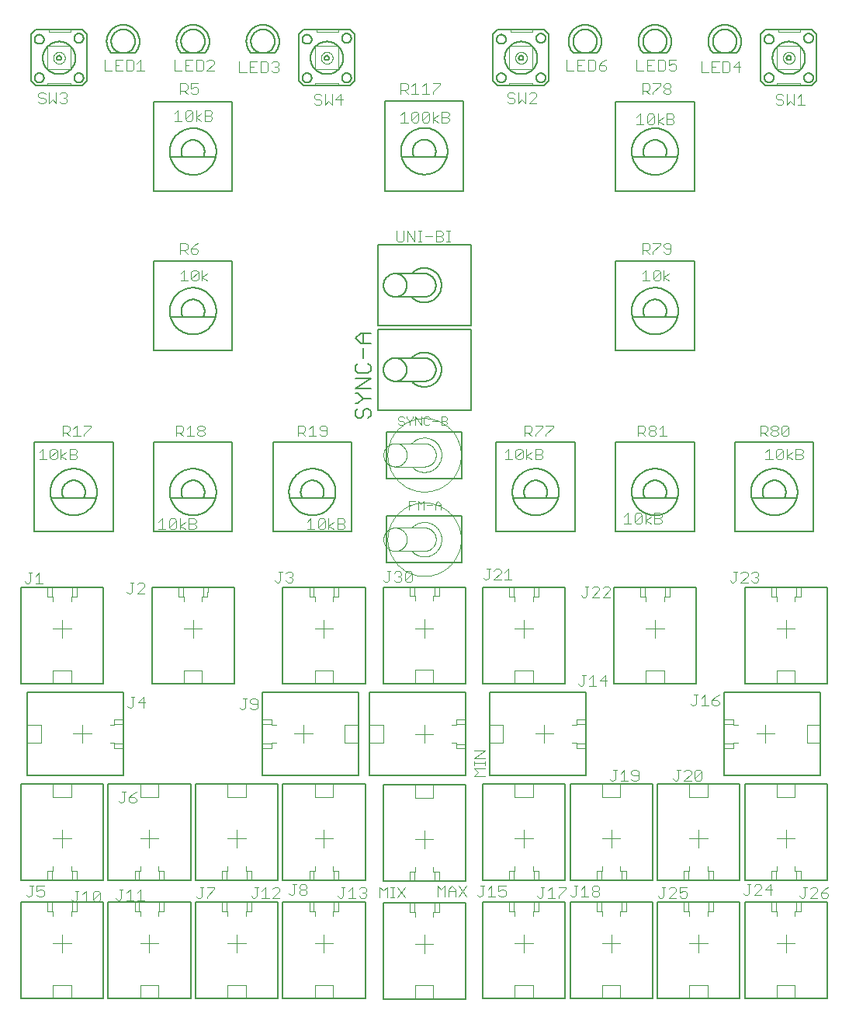
<source format=gto>
G75*
%MOIN*%
%OFA0B0*%
%FSLAX25Y25*%
%IPPOS*%
%LPD*%
%AMOC8*
5,1,8,0,0,1.08239X$1,22.5*
%
%ADD10C,0.00800*%
%ADD11C,0.00500*%
%ADD12C,0.00400*%
%ADD13C,0.00200*%
%ADD14C,0.00300*%
%ADD15C,0.00600*%
D10*
X0017253Y0218089D02*
X0036446Y0218089D01*
X0031131Y0218089D02*
X0022469Y0218089D01*
X0022402Y0218212D01*
X0022337Y0218337D01*
X0022277Y0218464D01*
X0022220Y0218593D01*
X0022166Y0218723D01*
X0022117Y0218854D01*
X0022071Y0218987D01*
X0022028Y0219121D01*
X0021990Y0219256D01*
X0021955Y0219392D01*
X0021925Y0219529D01*
X0021898Y0219667D01*
X0021875Y0219806D01*
X0021856Y0219945D01*
X0021841Y0220085D01*
X0021830Y0220225D01*
X0021822Y0220365D01*
X0021819Y0220506D01*
X0021820Y0220646D01*
X0021825Y0220786D01*
X0021833Y0220927D01*
X0021846Y0221067D01*
X0021862Y0221206D01*
X0021883Y0221345D01*
X0021907Y0221484D01*
X0021936Y0221621D01*
X0021968Y0221758D01*
X0022004Y0221894D01*
X0022043Y0222029D01*
X0022087Y0222162D01*
X0022134Y0222294D01*
X0022185Y0222425D01*
X0022240Y0222555D01*
X0022299Y0222683D01*
X0022361Y0222809D01*
X0022426Y0222933D01*
X0022495Y0223055D01*
X0022567Y0223176D01*
X0022643Y0223294D01*
X0022722Y0223410D01*
X0022804Y0223524D01*
X0022890Y0223636D01*
X0022978Y0223745D01*
X0023070Y0223851D01*
X0023165Y0223955D01*
X0023262Y0224056D01*
X0023363Y0224155D01*
X0023466Y0224250D01*
X0023571Y0224343D01*
X0023680Y0224432D01*
X0023790Y0224519D01*
X0023903Y0224602D01*
X0024019Y0224682D01*
X0024137Y0224759D01*
X0024256Y0224833D01*
X0024378Y0224903D01*
X0024502Y0224969D01*
X0024627Y0225032D01*
X0024755Y0225092D01*
X0024884Y0225148D01*
X0025014Y0225200D01*
X0025146Y0225248D01*
X0025279Y0225293D01*
X0025413Y0225334D01*
X0025549Y0225371D01*
X0025685Y0225405D01*
X0025823Y0225434D01*
X0025961Y0225460D01*
X0026100Y0225482D01*
X0026239Y0225499D01*
X0026379Y0225513D01*
X0026519Y0225523D01*
X0026660Y0225529D01*
X0026800Y0225531D01*
X0026940Y0225529D01*
X0027081Y0225523D01*
X0027221Y0225513D01*
X0027361Y0225499D01*
X0027500Y0225482D01*
X0027639Y0225460D01*
X0027777Y0225434D01*
X0027915Y0225405D01*
X0028051Y0225371D01*
X0028187Y0225334D01*
X0028321Y0225293D01*
X0028454Y0225248D01*
X0028586Y0225200D01*
X0028716Y0225148D01*
X0028845Y0225092D01*
X0028973Y0225032D01*
X0029098Y0224969D01*
X0029222Y0224903D01*
X0029344Y0224833D01*
X0029463Y0224759D01*
X0029581Y0224682D01*
X0029697Y0224602D01*
X0029810Y0224519D01*
X0029920Y0224432D01*
X0030029Y0224343D01*
X0030134Y0224250D01*
X0030237Y0224155D01*
X0030338Y0224056D01*
X0030435Y0223955D01*
X0030530Y0223851D01*
X0030622Y0223745D01*
X0030710Y0223636D01*
X0030796Y0223524D01*
X0030878Y0223410D01*
X0030957Y0223294D01*
X0031033Y0223176D01*
X0031105Y0223055D01*
X0031174Y0222933D01*
X0031239Y0222809D01*
X0031301Y0222683D01*
X0031360Y0222555D01*
X0031415Y0222425D01*
X0031466Y0222294D01*
X0031513Y0222162D01*
X0031557Y0222029D01*
X0031596Y0221894D01*
X0031632Y0221758D01*
X0031664Y0221621D01*
X0031693Y0221484D01*
X0031717Y0221345D01*
X0031738Y0221206D01*
X0031754Y0221067D01*
X0031767Y0220927D01*
X0031775Y0220786D01*
X0031780Y0220646D01*
X0031781Y0220506D01*
X0031778Y0220365D01*
X0031770Y0220225D01*
X0031759Y0220085D01*
X0031744Y0219945D01*
X0031725Y0219806D01*
X0031702Y0219667D01*
X0031675Y0219529D01*
X0031645Y0219392D01*
X0031610Y0219256D01*
X0031572Y0219121D01*
X0031529Y0218987D01*
X0031483Y0218854D01*
X0031434Y0218723D01*
X0031380Y0218593D01*
X0031323Y0218464D01*
X0031263Y0218337D01*
X0031198Y0218212D01*
X0031131Y0218089D01*
X0016800Y0220550D02*
X0016803Y0220795D01*
X0016812Y0221041D01*
X0016827Y0221286D01*
X0016848Y0221530D01*
X0016875Y0221774D01*
X0016908Y0222017D01*
X0016947Y0222260D01*
X0016992Y0222501D01*
X0017043Y0222741D01*
X0017100Y0222980D01*
X0017162Y0223217D01*
X0017231Y0223453D01*
X0017305Y0223687D01*
X0017385Y0223919D01*
X0017470Y0224149D01*
X0017561Y0224377D01*
X0017658Y0224602D01*
X0017760Y0224826D01*
X0017868Y0225046D01*
X0017981Y0225264D01*
X0018099Y0225479D01*
X0018223Y0225691D01*
X0018351Y0225900D01*
X0018485Y0226106D01*
X0018624Y0226308D01*
X0018768Y0226507D01*
X0018917Y0226702D01*
X0019070Y0226894D01*
X0019228Y0227082D01*
X0019390Y0227266D01*
X0019558Y0227445D01*
X0019729Y0227621D01*
X0019905Y0227792D01*
X0020084Y0227960D01*
X0020268Y0228122D01*
X0020456Y0228280D01*
X0020648Y0228433D01*
X0020843Y0228582D01*
X0021042Y0228726D01*
X0021244Y0228865D01*
X0021450Y0228999D01*
X0021659Y0229127D01*
X0021871Y0229251D01*
X0022086Y0229369D01*
X0022304Y0229482D01*
X0022524Y0229590D01*
X0022748Y0229692D01*
X0022973Y0229789D01*
X0023201Y0229880D01*
X0023431Y0229965D01*
X0023663Y0230045D01*
X0023897Y0230119D01*
X0024133Y0230188D01*
X0024370Y0230250D01*
X0024609Y0230307D01*
X0024849Y0230358D01*
X0025090Y0230403D01*
X0025333Y0230442D01*
X0025576Y0230475D01*
X0025820Y0230502D01*
X0026064Y0230523D01*
X0026309Y0230538D01*
X0026555Y0230547D01*
X0026800Y0230550D01*
X0027045Y0230547D01*
X0027291Y0230538D01*
X0027536Y0230523D01*
X0027780Y0230502D01*
X0028024Y0230475D01*
X0028267Y0230442D01*
X0028510Y0230403D01*
X0028751Y0230358D01*
X0028991Y0230307D01*
X0029230Y0230250D01*
X0029467Y0230188D01*
X0029703Y0230119D01*
X0029937Y0230045D01*
X0030169Y0229965D01*
X0030399Y0229880D01*
X0030627Y0229789D01*
X0030852Y0229692D01*
X0031076Y0229590D01*
X0031296Y0229482D01*
X0031514Y0229369D01*
X0031729Y0229251D01*
X0031941Y0229127D01*
X0032150Y0228999D01*
X0032356Y0228865D01*
X0032558Y0228726D01*
X0032757Y0228582D01*
X0032952Y0228433D01*
X0033144Y0228280D01*
X0033332Y0228122D01*
X0033516Y0227960D01*
X0033695Y0227792D01*
X0033871Y0227621D01*
X0034042Y0227445D01*
X0034210Y0227266D01*
X0034372Y0227082D01*
X0034530Y0226894D01*
X0034683Y0226702D01*
X0034832Y0226507D01*
X0034976Y0226308D01*
X0035115Y0226106D01*
X0035249Y0225900D01*
X0035377Y0225691D01*
X0035501Y0225479D01*
X0035619Y0225264D01*
X0035732Y0225046D01*
X0035840Y0224826D01*
X0035942Y0224602D01*
X0036039Y0224377D01*
X0036130Y0224149D01*
X0036215Y0223919D01*
X0036295Y0223687D01*
X0036369Y0223453D01*
X0036438Y0223217D01*
X0036500Y0222980D01*
X0036557Y0222741D01*
X0036608Y0222501D01*
X0036653Y0222260D01*
X0036692Y0222017D01*
X0036725Y0221774D01*
X0036752Y0221530D01*
X0036773Y0221286D01*
X0036788Y0221041D01*
X0036797Y0220795D01*
X0036800Y0220550D01*
X0036797Y0220305D01*
X0036788Y0220059D01*
X0036773Y0219814D01*
X0036752Y0219570D01*
X0036725Y0219326D01*
X0036692Y0219083D01*
X0036653Y0218840D01*
X0036608Y0218599D01*
X0036557Y0218359D01*
X0036500Y0218120D01*
X0036438Y0217883D01*
X0036369Y0217647D01*
X0036295Y0217413D01*
X0036215Y0217181D01*
X0036130Y0216951D01*
X0036039Y0216723D01*
X0035942Y0216498D01*
X0035840Y0216274D01*
X0035732Y0216054D01*
X0035619Y0215836D01*
X0035501Y0215621D01*
X0035377Y0215409D01*
X0035249Y0215200D01*
X0035115Y0214994D01*
X0034976Y0214792D01*
X0034832Y0214593D01*
X0034683Y0214398D01*
X0034530Y0214206D01*
X0034372Y0214018D01*
X0034210Y0213834D01*
X0034042Y0213655D01*
X0033871Y0213479D01*
X0033695Y0213308D01*
X0033516Y0213140D01*
X0033332Y0212978D01*
X0033144Y0212820D01*
X0032952Y0212667D01*
X0032757Y0212518D01*
X0032558Y0212374D01*
X0032356Y0212235D01*
X0032150Y0212101D01*
X0031941Y0211973D01*
X0031729Y0211849D01*
X0031514Y0211731D01*
X0031296Y0211618D01*
X0031076Y0211510D01*
X0030852Y0211408D01*
X0030627Y0211311D01*
X0030399Y0211220D01*
X0030169Y0211135D01*
X0029937Y0211055D01*
X0029703Y0210981D01*
X0029467Y0210912D01*
X0029230Y0210850D01*
X0028991Y0210793D01*
X0028751Y0210742D01*
X0028510Y0210697D01*
X0028267Y0210658D01*
X0028024Y0210625D01*
X0027780Y0210598D01*
X0027536Y0210577D01*
X0027291Y0210562D01*
X0027045Y0210553D01*
X0026800Y0210550D01*
X0026555Y0210553D01*
X0026309Y0210562D01*
X0026064Y0210577D01*
X0025820Y0210598D01*
X0025576Y0210625D01*
X0025333Y0210658D01*
X0025090Y0210697D01*
X0024849Y0210742D01*
X0024609Y0210793D01*
X0024370Y0210850D01*
X0024133Y0210912D01*
X0023897Y0210981D01*
X0023663Y0211055D01*
X0023431Y0211135D01*
X0023201Y0211220D01*
X0022973Y0211311D01*
X0022748Y0211408D01*
X0022524Y0211510D01*
X0022304Y0211618D01*
X0022086Y0211731D01*
X0021871Y0211849D01*
X0021659Y0211973D01*
X0021450Y0212101D01*
X0021244Y0212235D01*
X0021042Y0212374D01*
X0020843Y0212518D01*
X0020648Y0212667D01*
X0020456Y0212820D01*
X0020268Y0212978D01*
X0020084Y0213140D01*
X0019905Y0213308D01*
X0019729Y0213479D01*
X0019558Y0213655D01*
X0019390Y0213834D01*
X0019228Y0214018D01*
X0019070Y0214206D01*
X0018917Y0214398D01*
X0018768Y0214593D01*
X0018624Y0214792D01*
X0018485Y0214994D01*
X0018351Y0215200D01*
X0018223Y0215409D01*
X0018099Y0215621D01*
X0017981Y0215836D01*
X0017868Y0216054D01*
X0017760Y0216274D01*
X0017658Y0216498D01*
X0017561Y0216723D01*
X0017470Y0216951D01*
X0017385Y0217181D01*
X0017305Y0217413D01*
X0017231Y0217647D01*
X0017162Y0217883D01*
X0017100Y0218120D01*
X0017043Y0218359D01*
X0016992Y0218599D01*
X0016947Y0218840D01*
X0016908Y0219083D01*
X0016875Y0219326D01*
X0016848Y0219570D01*
X0016827Y0219814D01*
X0016812Y0220059D01*
X0016803Y0220305D01*
X0016800Y0220550D01*
X0068503Y0218089D02*
X0087696Y0218089D01*
X0082381Y0218089D02*
X0073719Y0218089D01*
X0073652Y0218212D01*
X0073587Y0218337D01*
X0073527Y0218464D01*
X0073470Y0218593D01*
X0073416Y0218723D01*
X0073367Y0218854D01*
X0073321Y0218987D01*
X0073278Y0219121D01*
X0073240Y0219256D01*
X0073205Y0219392D01*
X0073175Y0219529D01*
X0073148Y0219667D01*
X0073125Y0219806D01*
X0073106Y0219945D01*
X0073091Y0220085D01*
X0073080Y0220225D01*
X0073072Y0220365D01*
X0073069Y0220506D01*
X0073070Y0220646D01*
X0073075Y0220786D01*
X0073083Y0220927D01*
X0073096Y0221067D01*
X0073112Y0221206D01*
X0073133Y0221345D01*
X0073157Y0221484D01*
X0073186Y0221621D01*
X0073218Y0221758D01*
X0073254Y0221894D01*
X0073293Y0222029D01*
X0073337Y0222162D01*
X0073384Y0222294D01*
X0073435Y0222425D01*
X0073490Y0222555D01*
X0073549Y0222683D01*
X0073611Y0222809D01*
X0073676Y0222933D01*
X0073745Y0223055D01*
X0073817Y0223176D01*
X0073893Y0223294D01*
X0073972Y0223410D01*
X0074054Y0223524D01*
X0074140Y0223636D01*
X0074228Y0223745D01*
X0074320Y0223851D01*
X0074415Y0223955D01*
X0074512Y0224056D01*
X0074613Y0224155D01*
X0074716Y0224250D01*
X0074821Y0224343D01*
X0074930Y0224432D01*
X0075040Y0224519D01*
X0075153Y0224602D01*
X0075269Y0224682D01*
X0075387Y0224759D01*
X0075506Y0224833D01*
X0075628Y0224903D01*
X0075752Y0224969D01*
X0075877Y0225032D01*
X0076005Y0225092D01*
X0076134Y0225148D01*
X0076264Y0225200D01*
X0076396Y0225248D01*
X0076529Y0225293D01*
X0076663Y0225334D01*
X0076799Y0225371D01*
X0076935Y0225405D01*
X0077073Y0225434D01*
X0077211Y0225460D01*
X0077350Y0225482D01*
X0077489Y0225499D01*
X0077629Y0225513D01*
X0077769Y0225523D01*
X0077910Y0225529D01*
X0078050Y0225531D01*
X0078190Y0225529D01*
X0078331Y0225523D01*
X0078471Y0225513D01*
X0078611Y0225499D01*
X0078750Y0225482D01*
X0078889Y0225460D01*
X0079027Y0225434D01*
X0079165Y0225405D01*
X0079301Y0225371D01*
X0079437Y0225334D01*
X0079571Y0225293D01*
X0079704Y0225248D01*
X0079836Y0225200D01*
X0079966Y0225148D01*
X0080095Y0225092D01*
X0080223Y0225032D01*
X0080348Y0224969D01*
X0080472Y0224903D01*
X0080594Y0224833D01*
X0080713Y0224759D01*
X0080831Y0224682D01*
X0080947Y0224602D01*
X0081060Y0224519D01*
X0081170Y0224432D01*
X0081279Y0224343D01*
X0081384Y0224250D01*
X0081487Y0224155D01*
X0081588Y0224056D01*
X0081685Y0223955D01*
X0081780Y0223851D01*
X0081872Y0223745D01*
X0081960Y0223636D01*
X0082046Y0223524D01*
X0082128Y0223410D01*
X0082207Y0223294D01*
X0082283Y0223176D01*
X0082355Y0223055D01*
X0082424Y0222933D01*
X0082489Y0222809D01*
X0082551Y0222683D01*
X0082610Y0222555D01*
X0082665Y0222425D01*
X0082716Y0222294D01*
X0082763Y0222162D01*
X0082807Y0222029D01*
X0082846Y0221894D01*
X0082882Y0221758D01*
X0082914Y0221621D01*
X0082943Y0221484D01*
X0082967Y0221345D01*
X0082988Y0221206D01*
X0083004Y0221067D01*
X0083017Y0220927D01*
X0083025Y0220786D01*
X0083030Y0220646D01*
X0083031Y0220506D01*
X0083028Y0220365D01*
X0083020Y0220225D01*
X0083009Y0220085D01*
X0082994Y0219945D01*
X0082975Y0219806D01*
X0082952Y0219667D01*
X0082925Y0219529D01*
X0082895Y0219392D01*
X0082860Y0219256D01*
X0082822Y0219121D01*
X0082779Y0218987D01*
X0082733Y0218854D01*
X0082684Y0218723D01*
X0082630Y0218593D01*
X0082573Y0218464D01*
X0082513Y0218337D01*
X0082448Y0218212D01*
X0082381Y0218089D01*
X0068050Y0220550D02*
X0068053Y0220795D01*
X0068062Y0221041D01*
X0068077Y0221286D01*
X0068098Y0221530D01*
X0068125Y0221774D01*
X0068158Y0222017D01*
X0068197Y0222260D01*
X0068242Y0222501D01*
X0068293Y0222741D01*
X0068350Y0222980D01*
X0068412Y0223217D01*
X0068481Y0223453D01*
X0068555Y0223687D01*
X0068635Y0223919D01*
X0068720Y0224149D01*
X0068811Y0224377D01*
X0068908Y0224602D01*
X0069010Y0224826D01*
X0069118Y0225046D01*
X0069231Y0225264D01*
X0069349Y0225479D01*
X0069473Y0225691D01*
X0069601Y0225900D01*
X0069735Y0226106D01*
X0069874Y0226308D01*
X0070018Y0226507D01*
X0070167Y0226702D01*
X0070320Y0226894D01*
X0070478Y0227082D01*
X0070640Y0227266D01*
X0070808Y0227445D01*
X0070979Y0227621D01*
X0071155Y0227792D01*
X0071334Y0227960D01*
X0071518Y0228122D01*
X0071706Y0228280D01*
X0071898Y0228433D01*
X0072093Y0228582D01*
X0072292Y0228726D01*
X0072494Y0228865D01*
X0072700Y0228999D01*
X0072909Y0229127D01*
X0073121Y0229251D01*
X0073336Y0229369D01*
X0073554Y0229482D01*
X0073774Y0229590D01*
X0073998Y0229692D01*
X0074223Y0229789D01*
X0074451Y0229880D01*
X0074681Y0229965D01*
X0074913Y0230045D01*
X0075147Y0230119D01*
X0075383Y0230188D01*
X0075620Y0230250D01*
X0075859Y0230307D01*
X0076099Y0230358D01*
X0076340Y0230403D01*
X0076583Y0230442D01*
X0076826Y0230475D01*
X0077070Y0230502D01*
X0077314Y0230523D01*
X0077559Y0230538D01*
X0077805Y0230547D01*
X0078050Y0230550D01*
X0078295Y0230547D01*
X0078541Y0230538D01*
X0078786Y0230523D01*
X0079030Y0230502D01*
X0079274Y0230475D01*
X0079517Y0230442D01*
X0079760Y0230403D01*
X0080001Y0230358D01*
X0080241Y0230307D01*
X0080480Y0230250D01*
X0080717Y0230188D01*
X0080953Y0230119D01*
X0081187Y0230045D01*
X0081419Y0229965D01*
X0081649Y0229880D01*
X0081877Y0229789D01*
X0082102Y0229692D01*
X0082326Y0229590D01*
X0082546Y0229482D01*
X0082764Y0229369D01*
X0082979Y0229251D01*
X0083191Y0229127D01*
X0083400Y0228999D01*
X0083606Y0228865D01*
X0083808Y0228726D01*
X0084007Y0228582D01*
X0084202Y0228433D01*
X0084394Y0228280D01*
X0084582Y0228122D01*
X0084766Y0227960D01*
X0084945Y0227792D01*
X0085121Y0227621D01*
X0085292Y0227445D01*
X0085460Y0227266D01*
X0085622Y0227082D01*
X0085780Y0226894D01*
X0085933Y0226702D01*
X0086082Y0226507D01*
X0086226Y0226308D01*
X0086365Y0226106D01*
X0086499Y0225900D01*
X0086627Y0225691D01*
X0086751Y0225479D01*
X0086869Y0225264D01*
X0086982Y0225046D01*
X0087090Y0224826D01*
X0087192Y0224602D01*
X0087289Y0224377D01*
X0087380Y0224149D01*
X0087465Y0223919D01*
X0087545Y0223687D01*
X0087619Y0223453D01*
X0087688Y0223217D01*
X0087750Y0222980D01*
X0087807Y0222741D01*
X0087858Y0222501D01*
X0087903Y0222260D01*
X0087942Y0222017D01*
X0087975Y0221774D01*
X0088002Y0221530D01*
X0088023Y0221286D01*
X0088038Y0221041D01*
X0088047Y0220795D01*
X0088050Y0220550D01*
X0088047Y0220305D01*
X0088038Y0220059D01*
X0088023Y0219814D01*
X0088002Y0219570D01*
X0087975Y0219326D01*
X0087942Y0219083D01*
X0087903Y0218840D01*
X0087858Y0218599D01*
X0087807Y0218359D01*
X0087750Y0218120D01*
X0087688Y0217883D01*
X0087619Y0217647D01*
X0087545Y0217413D01*
X0087465Y0217181D01*
X0087380Y0216951D01*
X0087289Y0216723D01*
X0087192Y0216498D01*
X0087090Y0216274D01*
X0086982Y0216054D01*
X0086869Y0215836D01*
X0086751Y0215621D01*
X0086627Y0215409D01*
X0086499Y0215200D01*
X0086365Y0214994D01*
X0086226Y0214792D01*
X0086082Y0214593D01*
X0085933Y0214398D01*
X0085780Y0214206D01*
X0085622Y0214018D01*
X0085460Y0213834D01*
X0085292Y0213655D01*
X0085121Y0213479D01*
X0084945Y0213308D01*
X0084766Y0213140D01*
X0084582Y0212978D01*
X0084394Y0212820D01*
X0084202Y0212667D01*
X0084007Y0212518D01*
X0083808Y0212374D01*
X0083606Y0212235D01*
X0083400Y0212101D01*
X0083191Y0211973D01*
X0082979Y0211849D01*
X0082764Y0211731D01*
X0082546Y0211618D01*
X0082326Y0211510D01*
X0082102Y0211408D01*
X0081877Y0211311D01*
X0081649Y0211220D01*
X0081419Y0211135D01*
X0081187Y0211055D01*
X0080953Y0210981D01*
X0080717Y0210912D01*
X0080480Y0210850D01*
X0080241Y0210793D01*
X0080001Y0210742D01*
X0079760Y0210697D01*
X0079517Y0210658D01*
X0079274Y0210625D01*
X0079030Y0210598D01*
X0078786Y0210577D01*
X0078541Y0210562D01*
X0078295Y0210553D01*
X0078050Y0210550D01*
X0077805Y0210553D01*
X0077559Y0210562D01*
X0077314Y0210577D01*
X0077070Y0210598D01*
X0076826Y0210625D01*
X0076583Y0210658D01*
X0076340Y0210697D01*
X0076099Y0210742D01*
X0075859Y0210793D01*
X0075620Y0210850D01*
X0075383Y0210912D01*
X0075147Y0210981D01*
X0074913Y0211055D01*
X0074681Y0211135D01*
X0074451Y0211220D01*
X0074223Y0211311D01*
X0073998Y0211408D01*
X0073774Y0211510D01*
X0073554Y0211618D01*
X0073336Y0211731D01*
X0073121Y0211849D01*
X0072909Y0211973D01*
X0072700Y0212101D01*
X0072494Y0212235D01*
X0072292Y0212374D01*
X0072093Y0212518D01*
X0071898Y0212667D01*
X0071706Y0212820D01*
X0071518Y0212978D01*
X0071334Y0213140D01*
X0071155Y0213308D01*
X0070979Y0213479D01*
X0070808Y0213655D01*
X0070640Y0213834D01*
X0070478Y0214018D01*
X0070320Y0214206D01*
X0070167Y0214398D01*
X0070018Y0214593D01*
X0069874Y0214792D01*
X0069735Y0214994D01*
X0069601Y0215200D01*
X0069473Y0215409D01*
X0069349Y0215621D01*
X0069231Y0215836D01*
X0069118Y0216054D01*
X0069010Y0216274D01*
X0068908Y0216498D01*
X0068811Y0216723D01*
X0068720Y0216951D01*
X0068635Y0217181D01*
X0068555Y0217413D01*
X0068481Y0217647D01*
X0068412Y0217883D01*
X0068350Y0218120D01*
X0068293Y0218359D01*
X0068242Y0218599D01*
X0068197Y0218840D01*
X0068158Y0219083D01*
X0068125Y0219326D01*
X0068098Y0219570D01*
X0068077Y0219814D01*
X0068062Y0220059D01*
X0068053Y0220305D01*
X0068050Y0220550D01*
X0119753Y0218089D02*
X0138946Y0218089D01*
X0133631Y0218089D02*
X0124969Y0218089D01*
X0124902Y0218212D01*
X0124837Y0218337D01*
X0124777Y0218464D01*
X0124720Y0218593D01*
X0124666Y0218723D01*
X0124617Y0218854D01*
X0124571Y0218987D01*
X0124528Y0219121D01*
X0124490Y0219256D01*
X0124455Y0219392D01*
X0124425Y0219529D01*
X0124398Y0219667D01*
X0124375Y0219806D01*
X0124356Y0219945D01*
X0124341Y0220085D01*
X0124330Y0220225D01*
X0124322Y0220365D01*
X0124319Y0220506D01*
X0124320Y0220646D01*
X0124325Y0220786D01*
X0124333Y0220927D01*
X0124346Y0221067D01*
X0124362Y0221206D01*
X0124383Y0221345D01*
X0124407Y0221484D01*
X0124436Y0221621D01*
X0124468Y0221758D01*
X0124504Y0221894D01*
X0124543Y0222029D01*
X0124587Y0222162D01*
X0124634Y0222294D01*
X0124685Y0222425D01*
X0124740Y0222555D01*
X0124799Y0222683D01*
X0124861Y0222809D01*
X0124926Y0222933D01*
X0124995Y0223055D01*
X0125067Y0223176D01*
X0125143Y0223294D01*
X0125222Y0223410D01*
X0125304Y0223524D01*
X0125390Y0223636D01*
X0125478Y0223745D01*
X0125570Y0223851D01*
X0125665Y0223955D01*
X0125762Y0224056D01*
X0125863Y0224155D01*
X0125966Y0224250D01*
X0126071Y0224343D01*
X0126180Y0224432D01*
X0126290Y0224519D01*
X0126403Y0224602D01*
X0126519Y0224682D01*
X0126637Y0224759D01*
X0126756Y0224833D01*
X0126878Y0224903D01*
X0127002Y0224969D01*
X0127127Y0225032D01*
X0127255Y0225092D01*
X0127384Y0225148D01*
X0127514Y0225200D01*
X0127646Y0225248D01*
X0127779Y0225293D01*
X0127913Y0225334D01*
X0128049Y0225371D01*
X0128185Y0225405D01*
X0128323Y0225434D01*
X0128461Y0225460D01*
X0128600Y0225482D01*
X0128739Y0225499D01*
X0128879Y0225513D01*
X0129019Y0225523D01*
X0129160Y0225529D01*
X0129300Y0225531D01*
X0129440Y0225529D01*
X0129581Y0225523D01*
X0129721Y0225513D01*
X0129861Y0225499D01*
X0130000Y0225482D01*
X0130139Y0225460D01*
X0130277Y0225434D01*
X0130415Y0225405D01*
X0130551Y0225371D01*
X0130687Y0225334D01*
X0130821Y0225293D01*
X0130954Y0225248D01*
X0131086Y0225200D01*
X0131216Y0225148D01*
X0131345Y0225092D01*
X0131473Y0225032D01*
X0131598Y0224969D01*
X0131722Y0224903D01*
X0131844Y0224833D01*
X0131963Y0224759D01*
X0132081Y0224682D01*
X0132197Y0224602D01*
X0132310Y0224519D01*
X0132420Y0224432D01*
X0132529Y0224343D01*
X0132634Y0224250D01*
X0132737Y0224155D01*
X0132838Y0224056D01*
X0132935Y0223955D01*
X0133030Y0223851D01*
X0133122Y0223745D01*
X0133210Y0223636D01*
X0133296Y0223524D01*
X0133378Y0223410D01*
X0133457Y0223294D01*
X0133533Y0223176D01*
X0133605Y0223055D01*
X0133674Y0222933D01*
X0133739Y0222809D01*
X0133801Y0222683D01*
X0133860Y0222555D01*
X0133915Y0222425D01*
X0133966Y0222294D01*
X0134013Y0222162D01*
X0134057Y0222029D01*
X0134096Y0221894D01*
X0134132Y0221758D01*
X0134164Y0221621D01*
X0134193Y0221484D01*
X0134217Y0221345D01*
X0134238Y0221206D01*
X0134254Y0221067D01*
X0134267Y0220927D01*
X0134275Y0220786D01*
X0134280Y0220646D01*
X0134281Y0220506D01*
X0134278Y0220365D01*
X0134270Y0220225D01*
X0134259Y0220085D01*
X0134244Y0219945D01*
X0134225Y0219806D01*
X0134202Y0219667D01*
X0134175Y0219529D01*
X0134145Y0219392D01*
X0134110Y0219256D01*
X0134072Y0219121D01*
X0134029Y0218987D01*
X0133983Y0218854D01*
X0133934Y0218723D01*
X0133880Y0218593D01*
X0133823Y0218464D01*
X0133763Y0218337D01*
X0133698Y0218212D01*
X0133631Y0218089D01*
X0119300Y0220550D02*
X0119303Y0220795D01*
X0119312Y0221041D01*
X0119327Y0221286D01*
X0119348Y0221530D01*
X0119375Y0221774D01*
X0119408Y0222017D01*
X0119447Y0222260D01*
X0119492Y0222501D01*
X0119543Y0222741D01*
X0119600Y0222980D01*
X0119662Y0223217D01*
X0119731Y0223453D01*
X0119805Y0223687D01*
X0119885Y0223919D01*
X0119970Y0224149D01*
X0120061Y0224377D01*
X0120158Y0224602D01*
X0120260Y0224826D01*
X0120368Y0225046D01*
X0120481Y0225264D01*
X0120599Y0225479D01*
X0120723Y0225691D01*
X0120851Y0225900D01*
X0120985Y0226106D01*
X0121124Y0226308D01*
X0121268Y0226507D01*
X0121417Y0226702D01*
X0121570Y0226894D01*
X0121728Y0227082D01*
X0121890Y0227266D01*
X0122058Y0227445D01*
X0122229Y0227621D01*
X0122405Y0227792D01*
X0122584Y0227960D01*
X0122768Y0228122D01*
X0122956Y0228280D01*
X0123148Y0228433D01*
X0123343Y0228582D01*
X0123542Y0228726D01*
X0123744Y0228865D01*
X0123950Y0228999D01*
X0124159Y0229127D01*
X0124371Y0229251D01*
X0124586Y0229369D01*
X0124804Y0229482D01*
X0125024Y0229590D01*
X0125248Y0229692D01*
X0125473Y0229789D01*
X0125701Y0229880D01*
X0125931Y0229965D01*
X0126163Y0230045D01*
X0126397Y0230119D01*
X0126633Y0230188D01*
X0126870Y0230250D01*
X0127109Y0230307D01*
X0127349Y0230358D01*
X0127590Y0230403D01*
X0127833Y0230442D01*
X0128076Y0230475D01*
X0128320Y0230502D01*
X0128564Y0230523D01*
X0128809Y0230538D01*
X0129055Y0230547D01*
X0129300Y0230550D01*
X0129545Y0230547D01*
X0129791Y0230538D01*
X0130036Y0230523D01*
X0130280Y0230502D01*
X0130524Y0230475D01*
X0130767Y0230442D01*
X0131010Y0230403D01*
X0131251Y0230358D01*
X0131491Y0230307D01*
X0131730Y0230250D01*
X0131967Y0230188D01*
X0132203Y0230119D01*
X0132437Y0230045D01*
X0132669Y0229965D01*
X0132899Y0229880D01*
X0133127Y0229789D01*
X0133352Y0229692D01*
X0133576Y0229590D01*
X0133796Y0229482D01*
X0134014Y0229369D01*
X0134229Y0229251D01*
X0134441Y0229127D01*
X0134650Y0228999D01*
X0134856Y0228865D01*
X0135058Y0228726D01*
X0135257Y0228582D01*
X0135452Y0228433D01*
X0135644Y0228280D01*
X0135832Y0228122D01*
X0136016Y0227960D01*
X0136195Y0227792D01*
X0136371Y0227621D01*
X0136542Y0227445D01*
X0136710Y0227266D01*
X0136872Y0227082D01*
X0137030Y0226894D01*
X0137183Y0226702D01*
X0137332Y0226507D01*
X0137476Y0226308D01*
X0137615Y0226106D01*
X0137749Y0225900D01*
X0137877Y0225691D01*
X0138001Y0225479D01*
X0138119Y0225264D01*
X0138232Y0225046D01*
X0138340Y0224826D01*
X0138442Y0224602D01*
X0138539Y0224377D01*
X0138630Y0224149D01*
X0138715Y0223919D01*
X0138795Y0223687D01*
X0138869Y0223453D01*
X0138938Y0223217D01*
X0139000Y0222980D01*
X0139057Y0222741D01*
X0139108Y0222501D01*
X0139153Y0222260D01*
X0139192Y0222017D01*
X0139225Y0221774D01*
X0139252Y0221530D01*
X0139273Y0221286D01*
X0139288Y0221041D01*
X0139297Y0220795D01*
X0139300Y0220550D01*
X0139297Y0220305D01*
X0139288Y0220059D01*
X0139273Y0219814D01*
X0139252Y0219570D01*
X0139225Y0219326D01*
X0139192Y0219083D01*
X0139153Y0218840D01*
X0139108Y0218599D01*
X0139057Y0218359D01*
X0139000Y0218120D01*
X0138938Y0217883D01*
X0138869Y0217647D01*
X0138795Y0217413D01*
X0138715Y0217181D01*
X0138630Y0216951D01*
X0138539Y0216723D01*
X0138442Y0216498D01*
X0138340Y0216274D01*
X0138232Y0216054D01*
X0138119Y0215836D01*
X0138001Y0215621D01*
X0137877Y0215409D01*
X0137749Y0215200D01*
X0137615Y0214994D01*
X0137476Y0214792D01*
X0137332Y0214593D01*
X0137183Y0214398D01*
X0137030Y0214206D01*
X0136872Y0214018D01*
X0136710Y0213834D01*
X0136542Y0213655D01*
X0136371Y0213479D01*
X0136195Y0213308D01*
X0136016Y0213140D01*
X0135832Y0212978D01*
X0135644Y0212820D01*
X0135452Y0212667D01*
X0135257Y0212518D01*
X0135058Y0212374D01*
X0134856Y0212235D01*
X0134650Y0212101D01*
X0134441Y0211973D01*
X0134229Y0211849D01*
X0134014Y0211731D01*
X0133796Y0211618D01*
X0133576Y0211510D01*
X0133352Y0211408D01*
X0133127Y0211311D01*
X0132899Y0211220D01*
X0132669Y0211135D01*
X0132437Y0211055D01*
X0132203Y0210981D01*
X0131967Y0210912D01*
X0131730Y0210850D01*
X0131491Y0210793D01*
X0131251Y0210742D01*
X0131010Y0210697D01*
X0130767Y0210658D01*
X0130524Y0210625D01*
X0130280Y0210598D01*
X0130036Y0210577D01*
X0129791Y0210562D01*
X0129545Y0210553D01*
X0129300Y0210550D01*
X0129055Y0210553D01*
X0128809Y0210562D01*
X0128564Y0210577D01*
X0128320Y0210598D01*
X0128076Y0210625D01*
X0127833Y0210658D01*
X0127590Y0210697D01*
X0127349Y0210742D01*
X0127109Y0210793D01*
X0126870Y0210850D01*
X0126633Y0210912D01*
X0126397Y0210981D01*
X0126163Y0211055D01*
X0125931Y0211135D01*
X0125701Y0211220D01*
X0125473Y0211311D01*
X0125248Y0211408D01*
X0125024Y0211510D01*
X0124804Y0211618D01*
X0124586Y0211731D01*
X0124371Y0211849D01*
X0124159Y0211973D01*
X0123950Y0212101D01*
X0123744Y0212235D01*
X0123542Y0212374D01*
X0123343Y0212518D01*
X0123148Y0212667D01*
X0122956Y0212820D01*
X0122768Y0212978D01*
X0122584Y0213140D01*
X0122405Y0213308D01*
X0122229Y0213479D01*
X0122058Y0213655D01*
X0121890Y0213834D01*
X0121728Y0214018D01*
X0121570Y0214206D01*
X0121417Y0214398D01*
X0121268Y0214593D01*
X0121124Y0214792D01*
X0120985Y0214994D01*
X0120851Y0215200D01*
X0120723Y0215409D01*
X0120599Y0215621D01*
X0120481Y0215836D01*
X0120368Y0216054D01*
X0120260Y0216274D01*
X0120158Y0216498D01*
X0120061Y0216723D01*
X0119970Y0216951D01*
X0119885Y0217181D01*
X0119805Y0217413D01*
X0119731Y0217647D01*
X0119662Y0217883D01*
X0119600Y0218120D01*
X0119543Y0218359D01*
X0119492Y0218599D01*
X0119447Y0218840D01*
X0119408Y0219083D01*
X0119375Y0219326D01*
X0119348Y0219570D01*
X0119327Y0219814D01*
X0119312Y0220059D01*
X0119303Y0220305D01*
X0119300Y0220550D01*
X0157391Y0255698D02*
X0157391Y0290422D01*
X0197391Y0290422D01*
X0197391Y0255698D01*
X0157391Y0255698D01*
X0164891Y0268060D02*
X0177391Y0268060D01*
X0177531Y0268062D01*
X0177671Y0268068D01*
X0177811Y0268078D01*
X0177951Y0268091D01*
X0178090Y0268109D01*
X0178229Y0268131D01*
X0178366Y0268156D01*
X0178504Y0268185D01*
X0178640Y0268218D01*
X0178775Y0268255D01*
X0178909Y0268296D01*
X0179042Y0268341D01*
X0179174Y0268389D01*
X0179304Y0268441D01*
X0179433Y0268496D01*
X0179560Y0268555D01*
X0179686Y0268618D01*
X0179810Y0268684D01*
X0179931Y0268753D01*
X0180051Y0268826D01*
X0180169Y0268903D01*
X0180284Y0268982D01*
X0180398Y0269065D01*
X0180508Y0269151D01*
X0180617Y0269240D01*
X0180723Y0269332D01*
X0180826Y0269427D01*
X0180927Y0269524D01*
X0181024Y0269625D01*
X0181119Y0269728D01*
X0181211Y0269834D01*
X0181300Y0269943D01*
X0181386Y0270053D01*
X0181469Y0270167D01*
X0181548Y0270282D01*
X0181625Y0270400D01*
X0181698Y0270520D01*
X0181767Y0270641D01*
X0181833Y0270765D01*
X0181896Y0270891D01*
X0181955Y0271018D01*
X0182010Y0271147D01*
X0182062Y0271277D01*
X0182110Y0271409D01*
X0182155Y0271542D01*
X0182196Y0271676D01*
X0182233Y0271811D01*
X0182266Y0271947D01*
X0182295Y0272085D01*
X0182320Y0272222D01*
X0182342Y0272361D01*
X0182360Y0272500D01*
X0182373Y0272640D01*
X0182383Y0272780D01*
X0182389Y0272920D01*
X0182391Y0273060D01*
X0182389Y0273200D01*
X0182383Y0273340D01*
X0182373Y0273480D01*
X0182360Y0273620D01*
X0182342Y0273759D01*
X0182320Y0273898D01*
X0182295Y0274035D01*
X0182266Y0274173D01*
X0182233Y0274309D01*
X0182196Y0274444D01*
X0182155Y0274578D01*
X0182110Y0274711D01*
X0182062Y0274843D01*
X0182010Y0274973D01*
X0181955Y0275102D01*
X0181896Y0275229D01*
X0181833Y0275355D01*
X0181767Y0275479D01*
X0181698Y0275600D01*
X0181625Y0275720D01*
X0181548Y0275838D01*
X0181469Y0275953D01*
X0181386Y0276067D01*
X0181300Y0276177D01*
X0181211Y0276286D01*
X0181119Y0276392D01*
X0181024Y0276495D01*
X0180927Y0276596D01*
X0180826Y0276693D01*
X0180723Y0276788D01*
X0180617Y0276880D01*
X0180508Y0276969D01*
X0180398Y0277055D01*
X0180284Y0277138D01*
X0180169Y0277217D01*
X0180051Y0277294D01*
X0179931Y0277367D01*
X0179810Y0277436D01*
X0179686Y0277502D01*
X0179560Y0277565D01*
X0179433Y0277624D01*
X0179304Y0277679D01*
X0179174Y0277731D01*
X0179042Y0277779D01*
X0178909Y0277824D01*
X0178775Y0277865D01*
X0178640Y0277902D01*
X0178504Y0277935D01*
X0178366Y0277964D01*
X0178229Y0277989D01*
X0178090Y0278011D01*
X0177951Y0278029D01*
X0177811Y0278042D01*
X0177671Y0278052D01*
X0177531Y0278058D01*
X0177391Y0278060D01*
X0164891Y0278060D01*
X0159891Y0273060D02*
X0159893Y0273201D01*
X0159899Y0273342D01*
X0159909Y0273482D01*
X0159923Y0273622D01*
X0159941Y0273762D01*
X0159962Y0273901D01*
X0159988Y0274040D01*
X0160017Y0274178D01*
X0160051Y0274314D01*
X0160088Y0274450D01*
X0160129Y0274585D01*
X0160174Y0274719D01*
X0160223Y0274851D01*
X0160275Y0274982D01*
X0160331Y0275111D01*
X0160391Y0275238D01*
X0160454Y0275364D01*
X0160520Y0275488D01*
X0160591Y0275611D01*
X0160664Y0275731D01*
X0160741Y0275849D01*
X0160821Y0275965D01*
X0160905Y0276078D01*
X0160991Y0276189D01*
X0161081Y0276298D01*
X0161174Y0276404D01*
X0161269Y0276507D01*
X0161368Y0276608D01*
X0161469Y0276706D01*
X0161573Y0276801D01*
X0161680Y0276893D01*
X0161789Y0276982D01*
X0161901Y0277067D01*
X0162015Y0277150D01*
X0162131Y0277230D01*
X0162250Y0277306D01*
X0162371Y0277378D01*
X0162493Y0277448D01*
X0162618Y0277513D01*
X0162744Y0277576D01*
X0162872Y0277634D01*
X0163002Y0277689D01*
X0163133Y0277741D01*
X0163266Y0277788D01*
X0163400Y0277832D01*
X0163535Y0277873D01*
X0163671Y0277909D01*
X0163808Y0277941D01*
X0163946Y0277970D01*
X0164084Y0277995D01*
X0164224Y0278015D01*
X0164364Y0278032D01*
X0164504Y0278045D01*
X0164645Y0278054D01*
X0164785Y0278059D01*
X0164926Y0278060D01*
X0165067Y0278057D01*
X0165208Y0278050D01*
X0165348Y0278039D01*
X0165488Y0278024D01*
X0165628Y0278005D01*
X0165767Y0277983D01*
X0165905Y0277956D01*
X0166043Y0277926D01*
X0166179Y0277891D01*
X0166315Y0277853D01*
X0166449Y0277811D01*
X0166583Y0277765D01*
X0166715Y0277716D01*
X0166845Y0277662D01*
X0166974Y0277605D01*
X0167101Y0277545D01*
X0167227Y0277481D01*
X0167350Y0277413D01*
X0167472Y0277342D01*
X0167592Y0277268D01*
X0167709Y0277190D01*
X0167824Y0277109D01*
X0167937Y0277025D01*
X0168048Y0276938D01*
X0168156Y0276847D01*
X0168261Y0276754D01*
X0168364Y0276657D01*
X0168464Y0276558D01*
X0168561Y0276456D01*
X0168655Y0276351D01*
X0168746Y0276244D01*
X0168834Y0276134D01*
X0168919Y0276022D01*
X0169001Y0275907D01*
X0169080Y0275790D01*
X0169155Y0275671D01*
X0169227Y0275550D01*
X0169295Y0275427D01*
X0169360Y0275302D01*
X0169422Y0275175D01*
X0169479Y0275046D01*
X0169534Y0274916D01*
X0169584Y0274785D01*
X0169631Y0274652D01*
X0169674Y0274518D01*
X0169713Y0274382D01*
X0169748Y0274246D01*
X0169780Y0274109D01*
X0169807Y0273971D01*
X0169831Y0273832D01*
X0169851Y0273692D01*
X0169867Y0273552D01*
X0169879Y0273412D01*
X0169887Y0273271D01*
X0169891Y0273130D01*
X0169891Y0272990D01*
X0169887Y0272849D01*
X0169879Y0272708D01*
X0169867Y0272568D01*
X0169851Y0272428D01*
X0169831Y0272288D01*
X0169807Y0272149D01*
X0169780Y0272011D01*
X0169748Y0271874D01*
X0169713Y0271738D01*
X0169674Y0271602D01*
X0169631Y0271468D01*
X0169584Y0271335D01*
X0169534Y0271204D01*
X0169479Y0271074D01*
X0169422Y0270945D01*
X0169360Y0270818D01*
X0169295Y0270693D01*
X0169227Y0270570D01*
X0169155Y0270449D01*
X0169080Y0270330D01*
X0169001Y0270213D01*
X0168919Y0270098D01*
X0168834Y0269986D01*
X0168746Y0269876D01*
X0168655Y0269769D01*
X0168561Y0269664D01*
X0168464Y0269562D01*
X0168364Y0269463D01*
X0168261Y0269366D01*
X0168156Y0269273D01*
X0168048Y0269182D01*
X0167937Y0269095D01*
X0167824Y0269011D01*
X0167709Y0268930D01*
X0167592Y0268852D01*
X0167472Y0268778D01*
X0167350Y0268707D01*
X0167227Y0268639D01*
X0167101Y0268575D01*
X0166974Y0268515D01*
X0166845Y0268458D01*
X0166715Y0268404D01*
X0166583Y0268355D01*
X0166449Y0268309D01*
X0166315Y0268267D01*
X0166179Y0268229D01*
X0166043Y0268194D01*
X0165905Y0268164D01*
X0165767Y0268137D01*
X0165628Y0268115D01*
X0165488Y0268096D01*
X0165348Y0268081D01*
X0165208Y0268070D01*
X0165067Y0268063D01*
X0164926Y0268060D01*
X0164785Y0268061D01*
X0164645Y0268066D01*
X0164504Y0268075D01*
X0164364Y0268088D01*
X0164224Y0268105D01*
X0164084Y0268125D01*
X0163946Y0268150D01*
X0163808Y0268179D01*
X0163671Y0268211D01*
X0163535Y0268247D01*
X0163400Y0268288D01*
X0163266Y0268332D01*
X0163133Y0268379D01*
X0163002Y0268431D01*
X0162872Y0268486D01*
X0162744Y0268544D01*
X0162618Y0268607D01*
X0162493Y0268672D01*
X0162371Y0268742D01*
X0162250Y0268814D01*
X0162131Y0268890D01*
X0162015Y0268970D01*
X0161901Y0269053D01*
X0161789Y0269138D01*
X0161680Y0269227D01*
X0161573Y0269319D01*
X0161469Y0269414D01*
X0161368Y0269512D01*
X0161269Y0269613D01*
X0161174Y0269716D01*
X0161081Y0269822D01*
X0160991Y0269931D01*
X0160905Y0270042D01*
X0160821Y0270155D01*
X0160741Y0270271D01*
X0160664Y0270389D01*
X0160591Y0270509D01*
X0160520Y0270632D01*
X0160454Y0270756D01*
X0160391Y0270882D01*
X0160331Y0271009D01*
X0160275Y0271138D01*
X0160223Y0271269D01*
X0160174Y0271401D01*
X0160129Y0271535D01*
X0160088Y0271670D01*
X0160051Y0271806D01*
X0160017Y0271942D01*
X0159988Y0272080D01*
X0159962Y0272219D01*
X0159941Y0272358D01*
X0159923Y0272498D01*
X0159909Y0272638D01*
X0159899Y0272778D01*
X0159893Y0272919D01*
X0159891Y0273060D01*
X0171977Y0278080D02*
X0172102Y0278211D01*
X0172229Y0278339D01*
X0172360Y0278463D01*
X0172493Y0278585D01*
X0172630Y0278703D01*
X0172769Y0278818D01*
X0172911Y0278929D01*
X0173056Y0279037D01*
X0173203Y0279141D01*
X0173353Y0279242D01*
X0173506Y0279339D01*
X0173660Y0279432D01*
X0173817Y0279521D01*
X0173976Y0279606D01*
X0174137Y0279688D01*
X0174300Y0279766D01*
X0174465Y0279839D01*
X0174631Y0279909D01*
X0174800Y0279974D01*
X0174969Y0280035D01*
X0175141Y0280093D01*
X0175313Y0280146D01*
X0175487Y0280194D01*
X0175662Y0280239D01*
X0175838Y0280279D01*
X0176015Y0280315D01*
X0176193Y0280346D01*
X0176371Y0280373D01*
X0176550Y0280396D01*
X0176730Y0280414D01*
X0176910Y0280428D01*
X0177090Y0280438D01*
X0177270Y0280443D01*
X0177451Y0280444D01*
X0177631Y0280440D01*
X0177812Y0280432D01*
X0177992Y0280420D01*
X0178171Y0280403D01*
X0178351Y0280381D01*
X0178529Y0280356D01*
X0178707Y0280326D01*
X0178885Y0280291D01*
X0179061Y0280253D01*
X0179236Y0280210D01*
X0179410Y0280162D01*
X0179583Y0280111D01*
X0179755Y0280055D01*
X0179925Y0279995D01*
X0180094Y0279931D01*
X0180261Y0279863D01*
X0180427Y0279791D01*
X0180590Y0279715D01*
X0180752Y0279634D01*
X0180912Y0279550D01*
X0181069Y0279462D01*
X0181225Y0279370D01*
X0181378Y0279275D01*
X0181529Y0279175D01*
X0181677Y0279072D01*
X0181822Y0278966D01*
X0181965Y0278856D01*
X0182106Y0278742D01*
X0182243Y0278625D01*
X0182378Y0278505D01*
X0182509Y0278381D01*
X0182638Y0278254D01*
X0182763Y0278124D01*
X0182885Y0277992D01*
X0183004Y0277856D01*
X0183120Y0277717D01*
X0183232Y0277576D01*
X0183340Y0277431D01*
X0183446Y0277285D01*
X0183547Y0277135D01*
X0183645Y0276984D01*
X0183739Y0276829D01*
X0183829Y0276673D01*
X0183915Y0276515D01*
X0183998Y0276354D01*
X0184076Y0276191D01*
X0184151Y0276027D01*
X0184221Y0275861D01*
X0184288Y0275693D01*
X0184350Y0275524D01*
X0184408Y0275353D01*
X0184462Y0275180D01*
X0184511Y0275007D01*
X0184557Y0274832D01*
X0184598Y0274656D01*
X0184635Y0274480D01*
X0184667Y0274302D01*
X0184695Y0274124D01*
X0184719Y0273945D01*
X0184739Y0273765D01*
X0184753Y0273586D01*
X0184764Y0273405D01*
X0184770Y0273225D01*
X0184772Y0273044D01*
X0184769Y0272864D01*
X0184762Y0272684D01*
X0184751Y0272503D01*
X0184735Y0272324D01*
X0184715Y0272144D01*
X0184690Y0271965D01*
X0184661Y0271787D01*
X0184628Y0271610D01*
X0184590Y0271433D01*
X0184548Y0271258D01*
X0184502Y0271083D01*
X0184451Y0270910D01*
X0184396Y0270738D01*
X0184337Y0270567D01*
X0184274Y0270398D01*
X0184207Y0270231D01*
X0184136Y0270065D01*
X0184060Y0269901D01*
X0183981Y0269739D01*
X0183898Y0269579D01*
X0183811Y0269421D01*
X0183720Y0269265D01*
X0183625Y0269111D01*
X0183526Y0268960D01*
X0183424Y0268811D01*
X0183318Y0268665D01*
X0183209Y0268521D01*
X0183096Y0268380D01*
X0182980Y0268242D01*
X0182860Y0268107D01*
X0182738Y0267975D01*
X0182612Y0267845D01*
X0182482Y0267719D01*
X0182350Y0267596D01*
X0182215Y0267477D01*
X0182077Y0267360D01*
X0181936Y0267247D01*
X0181793Y0267138D01*
X0181646Y0267032D01*
X0181498Y0266930D01*
X0181346Y0266831D01*
X0181193Y0266736D01*
X0181037Y0266645D01*
X0180879Y0266558D01*
X0180719Y0266475D01*
X0180557Y0266395D01*
X0180393Y0266320D01*
X0180227Y0266249D01*
X0180060Y0266181D01*
X0179890Y0266118D01*
X0179720Y0266059D01*
X0179548Y0266004D01*
X0179375Y0265954D01*
X0179200Y0265907D01*
X0179025Y0265865D01*
X0178848Y0265827D01*
X0178671Y0265794D01*
X0178493Y0265765D01*
X0178314Y0265740D01*
X0178134Y0265720D01*
X0177955Y0265704D01*
X0177775Y0265692D01*
X0177594Y0265685D01*
X0177414Y0265682D01*
X0177233Y0265684D01*
X0177053Y0265690D01*
X0176873Y0265700D01*
X0176693Y0265715D01*
X0176513Y0265734D01*
X0176334Y0265758D01*
X0176156Y0265786D01*
X0175978Y0265818D01*
X0175802Y0265855D01*
X0175626Y0265896D01*
X0175451Y0265941D01*
X0175278Y0265991D01*
X0175105Y0266045D01*
X0174934Y0266103D01*
X0174765Y0266165D01*
X0174597Y0266231D01*
X0174431Y0266302D01*
X0174266Y0266376D01*
X0174104Y0266454D01*
X0173943Y0266537D01*
X0173784Y0266623D01*
X0173628Y0266713D01*
X0173474Y0266807D01*
X0173322Y0266905D01*
X0173173Y0267006D01*
X0173026Y0267111D01*
X0172882Y0267220D01*
X0172740Y0267332D01*
X0172601Y0267447D01*
X0172465Y0267566D01*
X0172333Y0267688D01*
X0172203Y0267813D01*
X0172076Y0267942D01*
X0157391Y0291918D02*
X0157391Y0326643D01*
X0197391Y0326643D01*
X0197391Y0291918D01*
X0157391Y0291918D01*
X0164891Y0304280D02*
X0177391Y0304280D01*
X0177531Y0304282D01*
X0177671Y0304288D01*
X0177811Y0304298D01*
X0177951Y0304311D01*
X0178090Y0304329D01*
X0178229Y0304351D01*
X0178366Y0304376D01*
X0178504Y0304405D01*
X0178640Y0304438D01*
X0178775Y0304475D01*
X0178909Y0304516D01*
X0179042Y0304561D01*
X0179174Y0304609D01*
X0179304Y0304661D01*
X0179433Y0304716D01*
X0179560Y0304775D01*
X0179686Y0304838D01*
X0179810Y0304904D01*
X0179931Y0304973D01*
X0180051Y0305046D01*
X0180169Y0305123D01*
X0180284Y0305202D01*
X0180398Y0305285D01*
X0180508Y0305371D01*
X0180617Y0305460D01*
X0180723Y0305552D01*
X0180826Y0305647D01*
X0180927Y0305744D01*
X0181024Y0305845D01*
X0181119Y0305948D01*
X0181211Y0306054D01*
X0181300Y0306163D01*
X0181386Y0306273D01*
X0181469Y0306387D01*
X0181548Y0306502D01*
X0181625Y0306620D01*
X0181698Y0306740D01*
X0181767Y0306861D01*
X0181833Y0306985D01*
X0181896Y0307111D01*
X0181955Y0307238D01*
X0182010Y0307367D01*
X0182062Y0307497D01*
X0182110Y0307629D01*
X0182155Y0307762D01*
X0182196Y0307896D01*
X0182233Y0308031D01*
X0182266Y0308167D01*
X0182295Y0308305D01*
X0182320Y0308442D01*
X0182342Y0308581D01*
X0182360Y0308720D01*
X0182373Y0308860D01*
X0182383Y0309000D01*
X0182389Y0309140D01*
X0182391Y0309280D01*
X0182389Y0309420D01*
X0182383Y0309560D01*
X0182373Y0309700D01*
X0182360Y0309840D01*
X0182342Y0309979D01*
X0182320Y0310118D01*
X0182295Y0310255D01*
X0182266Y0310393D01*
X0182233Y0310529D01*
X0182196Y0310664D01*
X0182155Y0310798D01*
X0182110Y0310931D01*
X0182062Y0311063D01*
X0182010Y0311193D01*
X0181955Y0311322D01*
X0181896Y0311449D01*
X0181833Y0311575D01*
X0181767Y0311699D01*
X0181698Y0311820D01*
X0181625Y0311940D01*
X0181548Y0312058D01*
X0181469Y0312173D01*
X0181386Y0312287D01*
X0181300Y0312397D01*
X0181211Y0312506D01*
X0181119Y0312612D01*
X0181024Y0312715D01*
X0180927Y0312816D01*
X0180826Y0312913D01*
X0180723Y0313008D01*
X0180617Y0313100D01*
X0180508Y0313189D01*
X0180398Y0313275D01*
X0180284Y0313358D01*
X0180169Y0313437D01*
X0180051Y0313514D01*
X0179931Y0313587D01*
X0179810Y0313656D01*
X0179686Y0313722D01*
X0179560Y0313785D01*
X0179433Y0313844D01*
X0179304Y0313899D01*
X0179174Y0313951D01*
X0179042Y0313999D01*
X0178909Y0314044D01*
X0178775Y0314085D01*
X0178640Y0314122D01*
X0178504Y0314155D01*
X0178366Y0314184D01*
X0178229Y0314209D01*
X0178090Y0314231D01*
X0177951Y0314249D01*
X0177811Y0314262D01*
X0177671Y0314272D01*
X0177531Y0314278D01*
X0177391Y0314280D01*
X0164891Y0314280D01*
X0159891Y0309280D02*
X0159893Y0309421D01*
X0159899Y0309562D01*
X0159909Y0309702D01*
X0159923Y0309842D01*
X0159941Y0309982D01*
X0159962Y0310121D01*
X0159988Y0310260D01*
X0160017Y0310398D01*
X0160051Y0310534D01*
X0160088Y0310670D01*
X0160129Y0310805D01*
X0160174Y0310939D01*
X0160223Y0311071D01*
X0160275Y0311202D01*
X0160331Y0311331D01*
X0160391Y0311458D01*
X0160454Y0311584D01*
X0160520Y0311708D01*
X0160591Y0311831D01*
X0160664Y0311951D01*
X0160741Y0312069D01*
X0160821Y0312185D01*
X0160905Y0312298D01*
X0160991Y0312409D01*
X0161081Y0312518D01*
X0161174Y0312624D01*
X0161269Y0312727D01*
X0161368Y0312828D01*
X0161469Y0312926D01*
X0161573Y0313021D01*
X0161680Y0313113D01*
X0161789Y0313202D01*
X0161901Y0313287D01*
X0162015Y0313370D01*
X0162131Y0313450D01*
X0162250Y0313526D01*
X0162371Y0313598D01*
X0162493Y0313668D01*
X0162618Y0313733D01*
X0162744Y0313796D01*
X0162872Y0313854D01*
X0163002Y0313909D01*
X0163133Y0313961D01*
X0163266Y0314008D01*
X0163400Y0314052D01*
X0163535Y0314093D01*
X0163671Y0314129D01*
X0163808Y0314161D01*
X0163946Y0314190D01*
X0164084Y0314215D01*
X0164224Y0314235D01*
X0164364Y0314252D01*
X0164504Y0314265D01*
X0164645Y0314274D01*
X0164785Y0314279D01*
X0164926Y0314280D01*
X0165067Y0314277D01*
X0165208Y0314270D01*
X0165348Y0314259D01*
X0165488Y0314244D01*
X0165628Y0314225D01*
X0165767Y0314203D01*
X0165905Y0314176D01*
X0166043Y0314146D01*
X0166179Y0314111D01*
X0166315Y0314073D01*
X0166449Y0314031D01*
X0166583Y0313985D01*
X0166715Y0313936D01*
X0166845Y0313882D01*
X0166974Y0313825D01*
X0167101Y0313765D01*
X0167227Y0313701D01*
X0167350Y0313633D01*
X0167472Y0313562D01*
X0167592Y0313488D01*
X0167709Y0313410D01*
X0167824Y0313329D01*
X0167937Y0313245D01*
X0168048Y0313158D01*
X0168156Y0313067D01*
X0168261Y0312974D01*
X0168364Y0312877D01*
X0168464Y0312778D01*
X0168561Y0312676D01*
X0168655Y0312571D01*
X0168746Y0312464D01*
X0168834Y0312354D01*
X0168919Y0312242D01*
X0169001Y0312127D01*
X0169080Y0312010D01*
X0169155Y0311891D01*
X0169227Y0311770D01*
X0169295Y0311647D01*
X0169360Y0311522D01*
X0169422Y0311395D01*
X0169479Y0311266D01*
X0169534Y0311136D01*
X0169584Y0311005D01*
X0169631Y0310872D01*
X0169674Y0310738D01*
X0169713Y0310602D01*
X0169748Y0310466D01*
X0169780Y0310329D01*
X0169807Y0310191D01*
X0169831Y0310052D01*
X0169851Y0309912D01*
X0169867Y0309772D01*
X0169879Y0309632D01*
X0169887Y0309491D01*
X0169891Y0309350D01*
X0169891Y0309210D01*
X0169887Y0309069D01*
X0169879Y0308928D01*
X0169867Y0308788D01*
X0169851Y0308648D01*
X0169831Y0308508D01*
X0169807Y0308369D01*
X0169780Y0308231D01*
X0169748Y0308094D01*
X0169713Y0307958D01*
X0169674Y0307822D01*
X0169631Y0307688D01*
X0169584Y0307555D01*
X0169534Y0307424D01*
X0169479Y0307294D01*
X0169422Y0307165D01*
X0169360Y0307038D01*
X0169295Y0306913D01*
X0169227Y0306790D01*
X0169155Y0306669D01*
X0169080Y0306550D01*
X0169001Y0306433D01*
X0168919Y0306318D01*
X0168834Y0306206D01*
X0168746Y0306096D01*
X0168655Y0305989D01*
X0168561Y0305884D01*
X0168464Y0305782D01*
X0168364Y0305683D01*
X0168261Y0305586D01*
X0168156Y0305493D01*
X0168048Y0305402D01*
X0167937Y0305315D01*
X0167824Y0305231D01*
X0167709Y0305150D01*
X0167592Y0305072D01*
X0167472Y0304998D01*
X0167350Y0304927D01*
X0167227Y0304859D01*
X0167101Y0304795D01*
X0166974Y0304735D01*
X0166845Y0304678D01*
X0166715Y0304624D01*
X0166583Y0304575D01*
X0166449Y0304529D01*
X0166315Y0304487D01*
X0166179Y0304449D01*
X0166043Y0304414D01*
X0165905Y0304384D01*
X0165767Y0304357D01*
X0165628Y0304335D01*
X0165488Y0304316D01*
X0165348Y0304301D01*
X0165208Y0304290D01*
X0165067Y0304283D01*
X0164926Y0304280D01*
X0164785Y0304281D01*
X0164645Y0304286D01*
X0164504Y0304295D01*
X0164364Y0304308D01*
X0164224Y0304325D01*
X0164084Y0304345D01*
X0163946Y0304370D01*
X0163808Y0304399D01*
X0163671Y0304431D01*
X0163535Y0304467D01*
X0163400Y0304508D01*
X0163266Y0304552D01*
X0163133Y0304599D01*
X0163002Y0304651D01*
X0162872Y0304706D01*
X0162744Y0304764D01*
X0162618Y0304827D01*
X0162493Y0304892D01*
X0162371Y0304962D01*
X0162250Y0305034D01*
X0162131Y0305110D01*
X0162015Y0305190D01*
X0161901Y0305273D01*
X0161789Y0305358D01*
X0161680Y0305447D01*
X0161573Y0305539D01*
X0161469Y0305634D01*
X0161368Y0305732D01*
X0161269Y0305833D01*
X0161174Y0305936D01*
X0161081Y0306042D01*
X0160991Y0306151D01*
X0160905Y0306262D01*
X0160821Y0306375D01*
X0160741Y0306491D01*
X0160664Y0306609D01*
X0160591Y0306729D01*
X0160520Y0306852D01*
X0160454Y0306976D01*
X0160391Y0307102D01*
X0160331Y0307229D01*
X0160275Y0307358D01*
X0160223Y0307489D01*
X0160174Y0307621D01*
X0160129Y0307755D01*
X0160088Y0307890D01*
X0160051Y0308026D01*
X0160017Y0308162D01*
X0159988Y0308300D01*
X0159962Y0308439D01*
X0159941Y0308578D01*
X0159923Y0308718D01*
X0159909Y0308858D01*
X0159899Y0308998D01*
X0159893Y0309139D01*
X0159891Y0309280D01*
X0171977Y0314300D02*
X0172102Y0314431D01*
X0172229Y0314559D01*
X0172360Y0314683D01*
X0172493Y0314805D01*
X0172630Y0314923D01*
X0172769Y0315038D01*
X0172911Y0315149D01*
X0173056Y0315257D01*
X0173203Y0315361D01*
X0173353Y0315462D01*
X0173506Y0315559D01*
X0173660Y0315652D01*
X0173817Y0315741D01*
X0173976Y0315826D01*
X0174137Y0315908D01*
X0174300Y0315986D01*
X0174465Y0316059D01*
X0174631Y0316129D01*
X0174800Y0316194D01*
X0174969Y0316255D01*
X0175141Y0316313D01*
X0175313Y0316366D01*
X0175487Y0316414D01*
X0175662Y0316459D01*
X0175838Y0316499D01*
X0176015Y0316535D01*
X0176193Y0316566D01*
X0176371Y0316593D01*
X0176550Y0316616D01*
X0176730Y0316634D01*
X0176910Y0316648D01*
X0177090Y0316658D01*
X0177270Y0316663D01*
X0177451Y0316664D01*
X0177631Y0316660D01*
X0177812Y0316652D01*
X0177992Y0316640D01*
X0178171Y0316623D01*
X0178351Y0316601D01*
X0178529Y0316576D01*
X0178707Y0316546D01*
X0178885Y0316511D01*
X0179061Y0316473D01*
X0179236Y0316430D01*
X0179410Y0316382D01*
X0179583Y0316331D01*
X0179755Y0316275D01*
X0179925Y0316215D01*
X0180094Y0316151D01*
X0180261Y0316083D01*
X0180427Y0316011D01*
X0180590Y0315935D01*
X0180752Y0315854D01*
X0180912Y0315770D01*
X0181069Y0315682D01*
X0181225Y0315590D01*
X0181378Y0315495D01*
X0181529Y0315395D01*
X0181677Y0315292D01*
X0181822Y0315186D01*
X0181965Y0315076D01*
X0182106Y0314962D01*
X0182243Y0314845D01*
X0182378Y0314725D01*
X0182509Y0314601D01*
X0182638Y0314474D01*
X0182763Y0314344D01*
X0182885Y0314212D01*
X0183004Y0314076D01*
X0183120Y0313937D01*
X0183232Y0313796D01*
X0183340Y0313651D01*
X0183446Y0313505D01*
X0183547Y0313355D01*
X0183645Y0313204D01*
X0183739Y0313049D01*
X0183829Y0312893D01*
X0183915Y0312735D01*
X0183998Y0312574D01*
X0184076Y0312411D01*
X0184151Y0312247D01*
X0184221Y0312081D01*
X0184288Y0311913D01*
X0184350Y0311744D01*
X0184408Y0311573D01*
X0184462Y0311400D01*
X0184511Y0311227D01*
X0184557Y0311052D01*
X0184598Y0310876D01*
X0184635Y0310700D01*
X0184667Y0310522D01*
X0184695Y0310344D01*
X0184719Y0310165D01*
X0184739Y0309985D01*
X0184753Y0309806D01*
X0184764Y0309625D01*
X0184770Y0309445D01*
X0184772Y0309264D01*
X0184769Y0309084D01*
X0184762Y0308904D01*
X0184751Y0308723D01*
X0184735Y0308544D01*
X0184715Y0308364D01*
X0184690Y0308185D01*
X0184661Y0308007D01*
X0184628Y0307830D01*
X0184590Y0307653D01*
X0184548Y0307478D01*
X0184502Y0307303D01*
X0184451Y0307130D01*
X0184396Y0306958D01*
X0184337Y0306787D01*
X0184274Y0306618D01*
X0184207Y0306451D01*
X0184136Y0306285D01*
X0184060Y0306121D01*
X0183981Y0305959D01*
X0183898Y0305799D01*
X0183811Y0305641D01*
X0183720Y0305485D01*
X0183625Y0305331D01*
X0183526Y0305180D01*
X0183424Y0305031D01*
X0183318Y0304885D01*
X0183209Y0304741D01*
X0183096Y0304600D01*
X0182980Y0304462D01*
X0182860Y0304327D01*
X0182738Y0304195D01*
X0182612Y0304065D01*
X0182482Y0303939D01*
X0182350Y0303816D01*
X0182215Y0303697D01*
X0182077Y0303580D01*
X0181936Y0303467D01*
X0181793Y0303358D01*
X0181646Y0303252D01*
X0181498Y0303150D01*
X0181346Y0303051D01*
X0181193Y0302956D01*
X0181037Y0302865D01*
X0180879Y0302778D01*
X0180719Y0302695D01*
X0180557Y0302615D01*
X0180393Y0302540D01*
X0180227Y0302469D01*
X0180060Y0302401D01*
X0179890Y0302338D01*
X0179720Y0302279D01*
X0179548Y0302224D01*
X0179375Y0302174D01*
X0179200Y0302127D01*
X0179025Y0302085D01*
X0178848Y0302047D01*
X0178671Y0302014D01*
X0178493Y0301985D01*
X0178314Y0301960D01*
X0178134Y0301940D01*
X0177955Y0301924D01*
X0177775Y0301912D01*
X0177594Y0301905D01*
X0177414Y0301902D01*
X0177233Y0301904D01*
X0177053Y0301910D01*
X0176873Y0301920D01*
X0176693Y0301935D01*
X0176513Y0301954D01*
X0176334Y0301978D01*
X0176156Y0302006D01*
X0175978Y0302038D01*
X0175802Y0302075D01*
X0175626Y0302116D01*
X0175451Y0302161D01*
X0175278Y0302211D01*
X0175105Y0302265D01*
X0174934Y0302323D01*
X0174765Y0302385D01*
X0174597Y0302451D01*
X0174431Y0302522D01*
X0174266Y0302596D01*
X0174104Y0302674D01*
X0173943Y0302757D01*
X0173784Y0302843D01*
X0173628Y0302933D01*
X0173474Y0303027D01*
X0173322Y0303125D01*
X0173173Y0303226D01*
X0173026Y0303331D01*
X0172882Y0303440D01*
X0172740Y0303552D01*
X0172601Y0303667D01*
X0172465Y0303786D01*
X0172333Y0303908D01*
X0172203Y0304033D01*
X0172076Y0304162D01*
X0173060Y0364300D02*
X0181721Y0364300D01*
X0187036Y0364300D02*
X0167843Y0364300D01*
X0173060Y0364300D02*
X0172993Y0364423D01*
X0172928Y0364548D01*
X0172868Y0364675D01*
X0172811Y0364804D01*
X0172757Y0364934D01*
X0172708Y0365065D01*
X0172662Y0365198D01*
X0172619Y0365332D01*
X0172581Y0365467D01*
X0172546Y0365603D01*
X0172516Y0365740D01*
X0172489Y0365878D01*
X0172466Y0366017D01*
X0172447Y0366156D01*
X0172432Y0366296D01*
X0172421Y0366436D01*
X0172413Y0366576D01*
X0172410Y0366717D01*
X0172411Y0366857D01*
X0172416Y0366997D01*
X0172424Y0367138D01*
X0172437Y0367278D01*
X0172453Y0367417D01*
X0172474Y0367556D01*
X0172498Y0367695D01*
X0172527Y0367832D01*
X0172559Y0367969D01*
X0172595Y0368105D01*
X0172634Y0368240D01*
X0172678Y0368373D01*
X0172725Y0368505D01*
X0172776Y0368636D01*
X0172831Y0368766D01*
X0172890Y0368894D01*
X0172952Y0369020D01*
X0173017Y0369144D01*
X0173086Y0369266D01*
X0173158Y0369387D01*
X0173234Y0369505D01*
X0173313Y0369621D01*
X0173395Y0369735D01*
X0173481Y0369847D01*
X0173569Y0369956D01*
X0173661Y0370062D01*
X0173756Y0370166D01*
X0173853Y0370267D01*
X0173954Y0370366D01*
X0174057Y0370461D01*
X0174162Y0370554D01*
X0174271Y0370643D01*
X0174381Y0370730D01*
X0174494Y0370813D01*
X0174610Y0370893D01*
X0174728Y0370970D01*
X0174847Y0371044D01*
X0174969Y0371114D01*
X0175093Y0371180D01*
X0175218Y0371243D01*
X0175346Y0371303D01*
X0175475Y0371359D01*
X0175605Y0371411D01*
X0175737Y0371459D01*
X0175870Y0371504D01*
X0176004Y0371545D01*
X0176140Y0371582D01*
X0176276Y0371616D01*
X0176414Y0371645D01*
X0176552Y0371671D01*
X0176691Y0371693D01*
X0176830Y0371710D01*
X0176970Y0371724D01*
X0177110Y0371734D01*
X0177251Y0371740D01*
X0177391Y0371742D01*
X0177531Y0371740D01*
X0177672Y0371734D01*
X0177812Y0371724D01*
X0177952Y0371710D01*
X0178091Y0371693D01*
X0178230Y0371671D01*
X0178368Y0371645D01*
X0178506Y0371616D01*
X0178642Y0371582D01*
X0178778Y0371545D01*
X0178912Y0371504D01*
X0179045Y0371459D01*
X0179177Y0371411D01*
X0179307Y0371359D01*
X0179436Y0371303D01*
X0179564Y0371243D01*
X0179689Y0371180D01*
X0179813Y0371114D01*
X0179935Y0371044D01*
X0180054Y0370970D01*
X0180172Y0370893D01*
X0180288Y0370813D01*
X0180401Y0370730D01*
X0180511Y0370643D01*
X0180620Y0370554D01*
X0180725Y0370461D01*
X0180828Y0370366D01*
X0180929Y0370267D01*
X0181026Y0370166D01*
X0181121Y0370062D01*
X0181213Y0369956D01*
X0181301Y0369847D01*
X0181387Y0369735D01*
X0181469Y0369621D01*
X0181548Y0369505D01*
X0181624Y0369387D01*
X0181696Y0369266D01*
X0181765Y0369144D01*
X0181830Y0369020D01*
X0181892Y0368894D01*
X0181951Y0368766D01*
X0182006Y0368636D01*
X0182057Y0368505D01*
X0182104Y0368373D01*
X0182148Y0368240D01*
X0182187Y0368105D01*
X0182223Y0367969D01*
X0182255Y0367832D01*
X0182284Y0367695D01*
X0182308Y0367556D01*
X0182329Y0367417D01*
X0182345Y0367278D01*
X0182358Y0367138D01*
X0182366Y0366997D01*
X0182371Y0366857D01*
X0182372Y0366717D01*
X0182369Y0366576D01*
X0182361Y0366436D01*
X0182350Y0366296D01*
X0182335Y0366156D01*
X0182316Y0366017D01*
X0182293Y0365878D01*
X0182266Y0365740D01*
X0182236Y0365603D01*
X0182201Y0365467D01*
X0182163Y0365332D01*
X0182120Y0365198D01*
X0182074Y0365065D01*
X0182025Y0364934D01*
X0181971Y0364804D01*
X0181914Y0364675D01*
X0181854Y0364548D01*
X0181789Y0364423D01*
X0181722Y0364300D01*
X0167391Y0366761D02*
X0167394Y0367006D01*
X0167403Y0367252D01*
X0167418Y0367497D01*
X0167439Y0367741D01*
X0167466Y0367985D01*
X0167499Y0368228D01*
X0167538Y0368471D01*
X0167583Y0368712D01*
X0167634Y0368952D01*
X0167691Y0369191D01*
X0167753Y0369428D01*
X0167822Y0369664D01*
X0167896Y0369898D01*
X0167976Y0370130D01*
X0168061Y0370360D01*
X0168152Y0370588D01*
X0168249Y0370813D01*
X0168351Y0371037D01*
X0168459Y0371257D01*
X0168572Y0371475D01*
X0168690Y0371690D01*
X0168814Y0371902D01*
X0168942Y0372111D01*
X0169076Y0372317D01*
X0169215Y0372519D01*
X0169359Y0372718D01*
X0169508Y0372913D01*
X0169661Y0373105D01*
X0169819Y0373293D01*
X0169981Y0373477D01*
X0170149Y0373656D01*
X0170320Y0373832D01*
X0170496Y0374003D01*
X0170675Y0374171D01*
X0170859Y0374333D01*
X0171047Y0374491D01*
X0171239Y0374644D01*
X0171434Y0374793D01*
X0171633Y0374937D01*
X0171835Y0375076D01*
X0172041Y0375210D01*
X0172250Y0375338D01*
X0172462Y0375462D01*
X0172677Y0375580D01*
X0172895Y0375693D01*
X0173115Y0375801D01*
X0173339Y0375903D01*
X0173564Y0376000D01*
X0173792Y0376091D01*
X0174022Y0376176D01*
X0174254Y0376256D01*
X0174488Y0376330D01*
X0174724Y0376399D01*
X0174961Y0376461D01*
X0175200Y0376518D01*
X0175440Y0376569D01*
X0175681Y0376614D01*
X0175924Y0376653D01*
X0176167Y0376686D01*
X0176411Y0376713D01*
X0176655Y0376734D01*
X0176900Y0376749D01*
X0177146Y0376758D01*
X0177391Y0376761D01*
X0177636Y0376758D01*
X0177882Y0376749D01*
X0178127Y0376734D01*
X0178371Y0376713D01*
X0178615Y0376686D01*
X0178858Y0376653D01*
X0179101Y0376614D01*
X0179342Y0376569D01*
X0179582Y0376518D01*
X0179821Y0376461D01*
X0180058Y0376399D01*
X0180294Y0376330D01*
X0180528Y0376256D01*
X0180760Y0376176D01*
X0180990Y0376091D01*
X0181218Y0376000D01*
X0181443Y0375903D01*
X0181667Y0375801D01*
X0181887Y0375693D01*
X0182105Y0375580D01*
X0182320Y0375462D01*
X0182532Y0375338D01*
X0182741Y0375210D01*
X0182947Y0375076D01*
X0183149Y0374937D01*
X0183348Y0374793D01*
X0183543Y0374644D01*
X0183735Y0374491D01*
X0183923Y0374333D01*
X0184107Y0374171D01*
X0184286Y0374003D01*
X0184462Y0373832D01*
X0184633Y0373656D01*
X0184801Y0373477D01*
X0184963Y0373293D01*
X0185121Y0373105D01*
X0185274Y0372913D01*
X0185423Y0372718D01*
X0185567Y0372519D01*
X0185706Y0372317D01*
X0185840Y0372111D01*
X0185968Y0371902D01*
X0186092Y0371690D01*
X0186210Y0371475D01*
X0186323Y0371257D01*
X0186431Y0371037D01*
X0186533Y0370813D01*
X0186630Y0370588D01*
X0186721Y0370360D01*
X0186806Y0370130D01*
X0186886Y0369898D01*
X0186960Y0369664D01*
X0187029Y0369428D01*
X0187091Y0369191D01*
X0187148Y0368952D01*
X0187199Y0368712D01*
X0187244Y0368471D01*
X0187283Y0368228D01*
X0187316Y0367985D01*
X0187343Y0367741D01*
X0187364Y0367497D01*
X0187379Y0367252D01*
X0187388Y0367006D01*
X0187391Y0366761D01*
X0187388Y0366516D01*
X0187379Y0366270D01*
X0187364Y0366025D01*
X0187343Y0365781D01*
X0187316Y0365537D01*
X0187283Y0365294D01*
X0187244Y0365051D01*
X0187199Y0364810D01*
X0187148Y0364570D01*
X0187091Y0364331D01*
X0187029Y0364094D01*
X0186960Y0363858D01*
X0186886Y0363624D01*
X0186806Y0363392D01*
X0186721Y0363162D01*
X0186630Y0362934D01*
X0186533Y0362709D01*
X0186431Y0362485D01*
X0186323Y0362265D01*
X0186210Y0362047D01*
X0186092Y0361832D01*
X0185968Y0361620D01*
X0185840Y0361411D01*
X0185706Y0361205D01*
X0185567Y0361003D01*
X0185423Y0360804D01*
X0185274Y0360609D01*
X0185121Y0360417D01*
X0184963Y0360229D01*
X0184801Y0360045D01*
X0184633Y0359866D01*
X0184462Y0359690D01*
X0184286Y0359519D01*
X0184107Y0359351D01*
X0183923Y0359189D01*
X0183735Y0359031D01*
X0183543Y0358878D01*
X0183348Y0358729D01*
X0183149Y0358585D01*
X0182947Y0358446D01*
X0182741Y0358312D01*
X0182532Y0358184D01*
X0182320Y0358060D01*
X0182105Y0357942D01*
X0181887Y0357829D01*
X0181667Y0357721D01*
X0181443Y0357619D01*
X0181218Y0357522D01*
X0180990Y0357431D01*
X0180760Y0357346D01*
X0180528Y0357266D01*
X0180294Y0357192D01*
X0180058Y0357123D01*
X0179821Y0357061D01*
X0179582Y0357004D01*
X0179342Y0356953D01*
X0179101Y0356908D01*
X0178858Y0356869D01*
X0178615Y0356836D01*
X0178371Y0356809D01*
X0178127Y0356788D01*
X0177882Y0356773D01*
X0177636Y0356764D01*
X0177391Y0356761D01*
X0177146Y0356764D01*
X0176900Y0356773D01*
X0176655Y0356788D01*
X0176411Y0356809D01*
X0176167Y0356836D01*
X0175924Y0356869D01*
X0175681Y0356908D01*
X0175440Y0356953D01*
X0175200Y0357004D01*
X0174961Y0357061D01*
X0174724Y0357123D01*
X0174488Y0357192D01*
X0174254Y0357266D01*
X0174022Y0357346D01*
X0173792Y0357431D01*
X0173564Y0357522D01*
X0173339Y0357619D01*
X0173115Y0357721D01*
X0172895Y0357829D01*
X0172677Y0357942D01*
X0172462Y0358060D01*
X0172250Y0358184D01*
X0172041Y0358312D01*
X0171835Y0358446D01*
X0171633Y0358585D01*
X0171434Y0358729D01*
X0171239Y0358878D01*
X0171047Y0359031D01*
X0170859Y0359189D01*
X0170675Y0359351D01*
X0170496Y0359519D01*
X0170320Y0359690D01*
X0170149Y0359866D01*
X0169981Y0360045D01*
X0169819Y0360229D01*
X0169661Y0360417D01*
X0169508Y0360609D01*
X0169359Y0360804D01*
X0169215Y0361003D01*
X0169076Y0361205D01*
X0168942Y0361411D01*
X0168814Y0361620D01*
X0168690Y0361832D01*
X0168572Y0362047D01*
X0168459Y0362265D01*
X0168351Y0362485D01*
X0168249Y0362709D01*
X0168152Y0362934D01*
X0168061Y0363162D01*
X0167976Y0363392D01*
X0167896Y0363624D01*
X0167822Y0363858D01*
X0167753Y0364094D01*
X0167691Y0364331D01*
X0167634Y0364570D01*
X0167583Y0364810D01*
X0167538Y0365051D01*
X0167499Y0365294D01*
X0167466Y0365537D01*
X0167439Y0365781D01*
X0167418Y0366025D01*
X0167403Y0366270D01*
X0167394Y0366516D01*
X0167391Y0366761D01*
X0145550Y0394800D02*
X0144081Y0394800D01*
X0127019Y0394800D01*
X0125550Y0394800D01*
X0123550Y0396800D01*
X0123550Y0402800D01*
X0123550Y0410800D01*
X0123550Y0416800D01*
X0125550Y0418800D01*
X0127019Y0418800D01*
X0144081Y0418800D01*
X0145550Y0418800D01*
X0147550Y0416800D01*
X0147550Y0410800D01*
X0147550Y0402800D01*
X0147550Y0396800D01*
X0145550Y0394800D01*
X0142050Y0398300D02*
X0142052Y0398389D01*
X0142058Y0398478D01*
X0142068Y0398567D01*
X0142082Y0398655D01*
X0142099Y0398742D01*
X0142121Y0398828D01*
X0142147Y0398914D01*
X0142176Y0398998D01*
X0142209Y0399081D01*
X0142245Y0399162D01*
X0142286Y0399242D01*
X0142329Y0399319D01*
X0142376Y0399395D01*
X0142427Y0399468D01*
X0142480Y0399539D01*
X0142537Y0399608D01*
X0142597Y0399674D01*
X0142660Y0399738D01*
X0142725Y0399798D01*
X0142793Y0399856D01*
X0142864Y0399910D01*
X0142937Y0399961D01*
X0143012Y0400009D01*
X0143089Y0400054D01*
X0143168Y0400095D01*
X0143249Y0400132D01*
X0143331Y0400166D01*
X0143415Y0400197D01*
X0143500Y0400223D01*
X0143586Y0400246D01*
X0143673Y0400264D01*
X0143761Y0400279D01*
X0143850Y0400290D01*
X0143939Y0400297D01*
X0144028Y0400300D01*
X0144117Y0400299D01*
X0144206Y0400294D01*
X0144294Y0400285D01*
X0144383Y0400272D01*
X0144470Y0400255D01*
X0144557Y0400235D01*
X0144643Y0400210D01*
X0144727Y0400182D01*
X0144810Y0400150D01*
X0144892Y0400114D01*
X0144972Y0400075D01*
X0145050Y0400032D01*
X0145126Y0399986D01*
X0145200Y0399936D01*
X0145272Y0399883D01*
X0145341Y0399827D01*
X0145408Y0399768D01*
X0145472Y0399706D01*
X0145533Y0399642D01*
X0145592Y0399574D01*
X0145647Y0399504D01*
X0145699Y0399432D01*
X0145748Y0399357D01*
X0145793Y0399281D01*
X0145835Y0399202D01*
X0145873Y0399122D01*
X0145908Y0399040D01*
X0145939Y0398956D01*
X0145967Y0398871D01*
X0145990Y0398785D01*
X0146010Y0398698D01*
X0146026Y0398611D01*
X0146038Y0398522D01*
X0146046Y0398434D01*
X0146050Y0398345D01*
X0146050Y0398255D01*
X0146046Y0398166D01*
X0146038Y0398078D01*
X0146026Y0397989D01*
X0146010Y0397902D01*
X0145990Y0397815D01*
X0145967Y0397729D01*
X0145939Y0397644D01*
X0145908Y0397560D01*
X0145873Y0397478D01*
X0145835Y0397398D01*
X0145793Y0397319D01*
X0145748Y0397243D01*
X0145699Y0397168D01*
X0145647Y0397096D01*
X0145592Y0397026D01*
X0145533Y0396958D01*
X0145472Y0396894D01*
X0145408Y0396832D01*
X0145341Y0396773D01*
X0145272Y0396717D01*
X0145200Y0396664D01*
X0145126Y0396614D01*
X0145050Y0396568D01*
X0144972Y0396525D01*
X0144892Y0396486D01*
X0144810Y0396450D01*
X0144727Y0396418D01*
X0144643Y0396390D01*
X0144557Y0396365D01*
X0144470Y0396345D01*
X0144383Y0396328D01*
X0144294Y0396315D01*
X0144206Y0396306D01*
X0144117Y0396301D01*
X0144028Y0396300D01*
X0143939Y0396303D01*
X0143850Y0396310D01*
X0143761Y0396321D01*
X0143673Y0396336D01*
X0143586Y0396354D01*
X0143500Y0396377D01*
X0143415Y0396403D01*
X0143331Y0396434D01*
X0143249Y0396468D01*
X0143168Y0396505D01*
X0143089Y0396546D01*
X0143012Y0396591D01*
X0142937Y0396639D01*
X0142864Y0396690D01*
X0142793Y0396744D01*
X0142725Y0396802D01*
X0142660Y0396862D01*
X0142597Y0396926D01*
X0142537Y0396992D01*
X0142480Y0397061D01*
X0142427Y0397132D01*
X0142376Y0397205D01*
X0142329Y0397281D01*
X0142286Y0397358D01*
X0142245Y0397438D01*
X0142209Y0397519D01*
X0142176Y0397602D01*
X0142147Y0397686D01*
X0142121Y0397772D01*
X0142099Y0397858D01*
X0142082Y0397945D01*
X0142068Y0398033D01*
X0142058Y0398122D01*
X0142052Y0398211D01*
X0142050Y0398300D01*
X0134550Y0406800D02*
X0134552Y0406863D01*
X0134558Y0406925D01*
X0134568Y0406987D01*
X0134581Y0407049D01*
X0134599Y0407109D01*
X0134620Y0407168D01*
X0134645Y0407226D01*
X0134674Y0407282D01*
X0134706Y0407336D01*
X0134741Y0407388D01*
X0134779Y0407437D01*
X0134821Y0407485D01*
X0134865Y0407529D01*
X0134913Y0407571D01*
X0134962Y0407609D01*
X0135014Y0407644D01*
X0135068Y0407676D01*
X0135124Y0407705D01*
X0135182Y0407730D01*
X0135241Y0407751D01*
X0135301Y0407769D01*
X0135363Y0407782D01*
X0135425Y0407792D01*
X0135487Y0407798D01*
X0135550Y0407800D01*
X0135613Y0407798D01*
X0135675Y0407792D01*
X0135737Y0407782D01*
X0135799Y0407769D01*
X0135859Y0407751D01*
X0135918Y0407730D01*
X0135976Y0407705D01*
X0136032Y0407676D01*
X0136086Y0407644D01*
X0136138Y0407609D01*
X0136187Y0407571D01*
X0136235Y0407529D01*
X0136279Y0407485D01*
X0136321Y0407437D01*
X0136359Y0407388D01*
X0136394Y0407336D01*
X0136426Y0407282D01*
X0136455Y0407226D01*
X0136480Y0407168D01*
X0136501Y0407109D01*
X0136519Y0407049D01*
X0136532Y0406987D01*
X0136542Y0406925D01*
X0136548Y0406863D01*
X0136550Y0406800D01*
X0136548Y0406737D01*
X0136542Y0406675D01*
X0136532Y0406613D01*
X0136519Y0406551D01*
X0136501Y0406491D01*
X0136480Y0406432D01*
X0136455Y0406374D01*
X0136426Y0406318D01*
X0136394Y0406264D01*
X0136359Y0406212D01*
X0136321Y0406163D01*
X0136279Y0406115D01*
X0136235Y0406071D01*
X0136187Y0406029D01*
X0136138Y0405991D01*
X0136086Y0405956D01*
X0136032Y0405924D01*
X0135976Y0405895D01*
X0135918Y0405870D01*
X0135859Y0405849D01*
X0135799Y0405831D01*
X0135737Y0405818D01*
X0135675Y0405808D01*
X0135613Y0405802D01*
X0135550Y0405800D01*
X0135487Y0405802D01*
X0135425Y0405808D01*
X0135363Y0405818D01*
X0135301Y0405831D01*
X0135241Y0405849D01*
X0135182Y0405870D01*
X0135124Y0405895D01*
X0135068Y0405924D01*
X0135014Y0405956D01*
X0134962Y0405991D01*
X0134913Y0406029D01*
X0134865Y0406071D01*
X0134821Y0406115D01*
X0134779Y0406163D01*
X0134741Y0406212D01*
X0134706Y0406264D01*
X0134674Y0406318D01*
X0134645Y0406374D01*
X0134620Y0406432D01*
X0134599Y0406491D01*
X0134581Y0406551D01*
X0134568Y0406613D01*
X0134558Y0406675D01*
X0134552Y0406737D01*
X0134550Y0406800D01*
X0128550Y0406800D02*
X0128552Y0406972D01*
X0128558Y0407143D01*
X0128569Y0407315D01*
X0128584Y0407486D01*
X0128603Y0407657D01*
X0128626Y0407827D01*
X0128653Y0407997D01*
X0128685Y0408166D01*
X0128720Y0408334D01*
X0128760Y0408501D01*
X0128804Y0408667D01*
X0128851Y0408832D01*
X0128903Y0408996D01*
X0128959Y0409158D01*
X0129019Y0409319D01*
X0129083Y0409479D01*
X0129151Y0409637D01*
X0129222Y0409793D01*
X0129297Y0409947D01*
X0129377Y0410100D01*
X0129459Y0410250D01*
X0129546Y0410399D01*
X0129636Y0410545D01*
X0129730Y0410689D01*
X0129827Y0410831D01*
X0129928Y0410970D01*
X0130032Y0411107D01*
X0130139Y0411241D01*
X0130250Y0411372D01*
X0130363Y0411501D01*
X0130480Y0411627D01*
X0130600Y0411750D01*
X0130723Y0411870D01*
X0130849Y0411987D01*
X0130978Y0412100D01*
X0131109Y0412211D01*
X0131243Y0412318D01*
X0131380Y0412422D01*
X0131519Y0412523D01*
X0131661Y0412620D01*
X0131805Y0412714D01*
X0131951Y0412804D01*
X0132100Y0412891D01*
X0132250Y0412973D01*
X0132403Y0413053D01*
X0132557Y0413128D01*
X0132713Y0413199D01*
X0132871Y0413267D01*
X0133031Y0413331D01*
X0133192Y0413391D01*
X0133354Y0413447D01*
X0133518Y0413499D01*
X0133683Y0413546D01*
X0133849Y0413590D01*
X0134016Y0413630D01*
X0134184Y0413665D01*
X0134353Y0413697D01*
X0134523Y0413724D01*
X0134693Y0413747D01*
X0134864Y0413766D01*
X0135035Y0413781D01*
X0135207Y0413792D01*
X0135378Y0413798D01*
X0135550Y0413800D01*
X0135722Y0413798D01*
X0135893Y0413792D01*
X0136065Y0413781D01*
X0136236Y0413766D01*
X0136407Y0413747D01*
X0136577Y0413724D01*
X0136747Y0413697D01*
X0136916Y0413665D01*
X0137084Y0413630D01*
X0137251Y0413590D01*
X0137417Y0413546D01*
X0137582Y0413499D01*
X0137746Y0413447D01*
X0137908Y0413391D01*
X0138069Y0413331D01*
X0138229Y0413267D01*
X0138387Y0413199D01*
X0138543Y0413128D01*
X0138697Y0413053D01*
X0138850Y0412973D01*
X0139000Y0412891D01*
X0139149Y0412804D01*
X0139295Y0412714D01*
X0139439Y0412620D01*
X0139581Y0412523D01*
X0139720Y0412422D01*
X0139857Y0412318D01*
X0139991Y0412211D01*
X0140122Y0412100D01*
X0140251Y0411987D01*
X0140377Y0411870D01*
X0140500Y0411750D01*
X0140620Y0411627D01*
X0140737Y0411501D01*
X0140850Y0411372D01*
X0140961Y0411241D01*
X0141068Y0411107D01*
X0141172Y0410970D01*
X0141273Y0410831D01*
X0141370Y0410689D01*
X0141464Y0410545D01*
X0141554Y0410399D01*
X0141641Y0410250D01*
X0141723Y0410100D01*
X0141803Y0409947D01*
X0141878Y0409793D01*
X0141949Y0409637D01*
X0142017Y0409479D01*
X0142081Y0409319D01*
X0142141Y0409158D01*
X0142197Y0408996D01*
X0142249Y0408832D01*
X0142296Y0408667D01*
X0142340Y0408501D01*
X0142380Y0408334D01*
X0142415Y0408166D01*
X0142447Y0407997D01*
X0142474Y0407827D01*
X0142497Y0407657D01*
X0142516Y0407486D01*
X0142531Y0407315D01*
X0142542Y0407143D01*
X0142548Y0406972D01*
X0142550Y0406800D01*
X0142548Y0406628D01*
X0142542Y0406457D01*
X0142531Y0406285D01*
X0142516Y0406114D01*
X0142497Y0405943D01*
X0142474Y0405773D01*
X0142447Y0405603D01*
X0142415Y0405434D01*
X0142380Y0405266D01*
X0142340Y0405099D01*
X0142296Y0404933D01*
X0142249Y0404768D01*
X0142197Y0404604D01*
X0142141Y0404442D01*
X0142081Y0404281D01*
X0142017Y0404121D01*
X0141949Y0403963D01*
X0141878Y0403807D01*
X0141803Y0403653D01*
X0141723Y0403500D01*
X0141641Y0403350D01*
X0141554Y0403201D01*
X0141464Y0403055D01*
X0141370Y0402911D01*
X0141273Y0402769D01*
X0141172Y0402630D01*
X0141068Y0402493D01*
X0140961Y0402359D01*
X0140850Y0402228D01*
X0140737Y0402099D01*
X0140620Y0401973D01*
X0140500Y0401850D01*
X0140377Y0401730D01*
X0140251Y0401613D01*
X0140122Y0401500D01*
X0139991Y0401389D01*
X0139857Y0401282D01*
X0139720Y0401178D01*
X0139581Y0401077D01*
X0139439Y0400980D01*
X0139295Y0400886D01*
X0139149Y0400796D01*
X0139000Y0400709D01*
X0138850Y0400627D01*
X0138697Y0400547D01*
X0138543Y0400472D01*
X0138387Y0400401D01*
X0138229Y0400333D01*
X0138069Y0400269D01*
X0137908Y0400209D01*
X0137746Y0400153D01*
X0137582Y0400101D01*
X0137417Y0400054D01*
X0137251Y0400010D01*
X0137084Y0399970D01*
X0136916Y0399935D01*
X0136747Y0399903D01*
X0136577Y0399876D01*
X0136407Y0399853D01*
X0136236Y0399834D01*
X0136065Y0399819D01*
X0135893Y0399808D01*
X0135722Y0399802D01*
X0135550Y0399800D01*
X0135378Y0399802D01*
X0135207Y0399808D01*
X0135035Y0399819D01*
X0134864Y0399834D01*
X0134693Y0399853D01*
X0134523Y0399876D01*
X0134353Y0399903D01*
X0134184Y0399935D01*
X0134016Y0399970D01*
X0133849Y0400010D01*
X0133683Y0400054D01*
X0133518Y0400101D01*
X0133354Y0400153D01*
X0133192Y0400209D01*
X0133031Y0400269D01*
X0132871Y0400333D01*
X0132713Y0400401D01*
X0132557Y0400472D01*
X0132403Y0400547D01*
X0132250Y0400627D01*
X0132100Y0400709D01*
X0131951Y0400796D01*
X0131805Y0400886D01*
X0131661Y0400980D01*
X0131519Y0401077D01*
X0131380Y0401178D01*
X0131243Y0401282D01*
X0131109Y0401389D01*
X0130978Y0401500D01*
X0130849Y0401613D01*
X0130723Y0401730D01*
X0130600Y0401850D01*
X0130480Y0401973D01*
X0130363Y0402099D01*
X0130250Y0402228D01*
X0130139Y0402359D01*
X0130032Y0402493D01*
X0129928Y0402630D01*
X0129827Y0402769D01*
X0129730Y0402911D01*
X0129636Y0403055D01*
X0129546Y0403201D01*
X0129459Y0403350D01*
X0129377Y0403500D01*
X0129297Y0403653D01*
X0129222Y0403807D01*
X0129151Y0403963D01*
X0129083Y0404121D01*
X0129019Y0404281D01*
X0128959Y0404442D01*
X0128903Y0404604D01*
X0128851Y0404768D01*
X0128804Y0404933D01*
X0128760Y0405099D01*
X0128720Y0405266D01*
X0128685Y0405434D01*
X0128653Y0405603D01*
X0128626Y0405773D01*
X0128603Y0405943D01*
X0128584Y0406114D01*
X0128569Y0406285D01*
X0128558Y0406457D01*
X0128552Y0406628D01*
X0128550Y0406800D01*
X0125050Y0414800D02*
X0125052Y0414889D01*
X0125058Y0414978D01*
X0125068Y0415067D01*
X0125082Y0415155D01*
X0125099Y0415242D01*
X0125121Y0415328D01*
X0125147Y0415414D01*
X0125176Y0415498D01*
X0125209Y0415581D01*
X0125245Y0415662D01*
X0125286Y0415742D01*
X0125329Y0415819D01*
X0125376Y0415895D01*
X0125427Y0415968D01*
X0125480Y0416039D01*
X0125537Y0416108D01*
X0125597Y0416174D01*
X0125660Y0416238D01*
X0125725Y0416298D01*
X0125793Y0416356D01*
X0125864Y0416410D01*
X0125937Y0416461D01*
X0126012Y0416509D01*
X0126089Y0416554D01*
X0126168Y0416595D01*
X0126249Y0416632D01*
X0126331Y0416666D01*
X0126415Y0416697D01*
X0126500Y0416723D01*
X0126586Y0416746D01*
X0126673Y0416764D01*
X0126761Y0416779D01*
X0126850Y0416790D01*
X0126939Y0416797D01*
X0127028Y0416800D01*
X0127117Y0416799D01*
X0127206Y0416794D01*
X0127294Y0416785D01*
X0127383Y0416772D01*
X0127470Y0416755D01*
X0127557Y0416735D01*
X0127643Y0416710D01*
X0127727Y0416682D01*
X0127810Y0416650D01*
X0127892Y0416614D01*
X0127972Y0416575D01*
X0128050Y0416532D01*
X0128126Y0416486D01*
X0128200Y0416436D01*
X0128272Y0416383D01*
X0128341Y0416327D01*
X0128408Y0416268D01*
X0128472Y0416206D01*
X0128533Y0416142D01*
X0128592Y0416074D01*
X0128647Y0416004D01*
X0128699Y0415932D01*
X0128748Y0415857D01*
X0128793Y0415781D01*
X0128835Y0415702D01*
X0128873Y0415622D01*
X0128908Y0415540D01*
X0128939Y0415456D01*
X0128967Y0415371D01*
X0128990Y0415285D01*
X0129010Y0415198D01*
X0129026Y0415111D01*
X0129038Y0415022D01*
X0129046Y0414934D01*
X0129050Y0414845D01*
X0129050Y0414755D01*
X0129046Y0414666D01*
X0129038Y0414578D01*
X0129026Y0414489D01*
X0129010Y0414402D01*
X0128990Y0414315D01*
X0128967Y0414229D01*
X0128939Y0414144D01*
X0128908Y0414060D01*
X0128873Y0413978D01*
X0128835Y0413898D01*
X0128793Y0413819D01*
X0128748Y0413743D01*
X0128699Y0413668D01*
X0128647Y0413596D01*
X0128592Y0413526D01*
X0128533Y0413458D01*
X0128472Y0413394D01*
X0128408Y0413332D01*
X0128341Y0413273D01*
X0128272Y0413217D01*
X0128200Y0413164D01*
X0128126Y0413114D01*
X0128050Y0413068D01*
X0127972Y0413025D01*
X0127892Y0412986D01*
X0127810Y0412950D01*
X0127727Y0412918D01*
X0127643Y0412890D01*
X0127557Y0412865D01*
X0127470Y0412845D01*
X0127383Y0412828D01*
X0127294Y0412815D01*
X0127206Y0412806D01*
X0127117Y0412801D01*
X0127028Y0412800D01*
X0126939Y0412803D01*
X0126850Y0412810D01*
X0126761Y0412821D01*
X0126673Y0412836D01*
X0126586Y0412854D01*
X0126500Y0412877D01*
X0126415Y0412903D01*
X0126331Y0412934D01*
X0126249Y0412968D01*
X0126168Y0413005D01*
X0126089Y0413046D01*
X0126012Y0413091D01*
X0125937Y0413139D01*
X0125864Y0413190D01*
X0125793Y0413244D01*
X0125725Y0413302D01*
X0125660Y0413362D01*
X0125597Y0413426D01*
X0125537Y0413492D01*
X0125480Y0413561D01*
X0125427Y0413632D01*
X0125376Y0413705D01*
X0125329Y0413781D01*
X0125286Y0413858D01*
X0125245Y0413938D01*
X0125209Y0414019D01*
X0125176Y0414102D01*
X0125147Y0414186D01*
X0125121Y0414272D01*
X0125099Y0414358D01*
X0125082Y0414445D01*
X0125068Y0414533D01*
X0125058Y0414622D01*
X0125052Y0414711D01*
X0125050Y0414800D01*
X0125050Y0398300D02*
X0125052Y0398389D01*
X0125058Y0398478D01*
X0125068Y0398567D01*
X0125082Y0398655D01*
X0125099Y0398742D01*
X0125121Y0398828D01*
X0125147Y0398914D01*
X0125176Y0398998D01*
X0125209Y0399081D01*
X0125245Y0399162D01*
X0125286Y0399242D01*
X0125329Y0399319D01*
X0125376Y0399395D01*
X0125427Y0399468D01*
X0125480Y0399539D01*
X0125537Y0399608D01*
X0125597Y0399674D01*
X0125660Y0399738D01*
X0125725Y0399798D01*
X0125793Y0399856D01*
X0125864Y0399910D01*
X0125937Y0399961D01*
X0126012Y0400009D01*
X0126089Y0400054D01*
X0126168Y0400095D01*
X0126249Y0400132D01*
X0126331Y0400166D01*
X0126415Y0400197D01*
X0126500Y0400223D01*
X0126586Y0400246D01*
X0126673Y0400264D01*
X0126761Y0400279D01*
X0126850Y0400290D01*
X0126939Y0400297D01*
X0127028Y0400300D01*
X0127117Y0400299D01*
X0127206Y0400294D01*
X0127294Y0400285D01*
X0127383Y0400272D01*
X0127470Y0400255D01*
X0127557Y0400235D01*
X0127643Y0400210D01*
X0127727Y0400182D01*
X0127810Y0400150D01*
X0127892Y0400114D01*
X0127972Y0400075D01*
X0128050Y0400032D01*
X0128126Y0399986D01*
X0128200Y0399936D01*
X0128272Y0399883D01*
X0128341Y0399827D01*
X0128408Y0399768D01*
X0128472Y0399706D01*
X0128533Y0399642D01*
X0128592Y0399574D01*
X0128647Y0399504D01*
X0128699Y0399432D01*
X0128748Y0399357D01*
X0128793Y0399281D01*
X0128835Y0399202D01*
X0128873Y0399122D01*
X0128908Y0399040D01*
X0128939Y0398956D01*
X0128967Y0398871D01*
X0128990Y0398785D01*
X0129010Y0398698D01*
X0129026Y0398611D01*
X0129038Y0398522D01*
X0129046Y0398434D01*
X0129050Y0398345D01*
X0129050Y0398255D01*
X0129046Y0398166D01*
X0129038Y0398078D01*
X0129026Y0397989D01*
X0129010Y0397902D01*
X0128990Y0397815D01*
X0128967Y0397729D01*
X0128939Y0397644D01*
X0128908Y0397560D01*
X0128873Y0397478D01*
X0128835Y0397398D01*
X0128793Y0397319D01*
X0128748Y0397243D01*
X0128699Y0397168D01*
X0128647Y0397096D01*
X0128592Y0397026D01*
X0128533Y0396958D01*
X0128472Y0396894D01*
X0128408Y0396832D01*
X0128341Y0396773D01*
X0128272Y0396717D01*
X0128200Y0396664D01*
X0128126Y0396614D01*
X0128050Y0396568D01*
X0127972Y0396525D01*
X0127892Y0396486D01*
X0127810Y0396450D01*
X0127727Y0396418D01*
X0127643Y0396390D01*
X0127557Y0396365D01*
X0127470Y0396345D01*
X0127383Y0396328D01*
X0127294Y0396315D01*
X0127206Y0396306D01*
X0127117Y0396301D01*
X0127028Y0396300D01*
X0126939Y0396303D01*
X0126850Y0396310D01*
X0126761Y0396321D01*
X0126673Y0396336D01*
X0126586Y0396354D01*
X0126500Y0396377D01*
X0126415Y0396403D01*
X0126331Y0396434D01*
X0126249Y0396468D01*
X0126168Y0396505D01*
X0126089Y0396546D01*
X0126012Y0396591D01*
X0125937Y0396639D01*
X0125864Y0396690D01*
X0125793Y0396744D01*
X0125725Y0396802D01*
X0125660Y0396862D01*
X0125597Y0396926D01*
X0125537Y0396992D01*
X0125480Y0397061D01*
X0125427Y0397132D01*
X0125376Y0397205D01*
X0125329Y0397281D01*
X0125286Y0397358D01*
X0125245Y0397438D01*
X0125209Y0397519D01*
X0125176Y0397602D01*
X0125147Y0397686D01*
X0125121Y0397772D01*
X0125099Y0397858D01*
X0125082Y0397945D01*
X0125068Y0398033D01*
X0125058Y0398122D01*
X0125052Y0398211D01*
X0125050Y0398300D01*
X0142050Y0415300D02*
X0142052Y0415389D01*
X0142058Y0415478D01*
X0142068Y0415567D01*
X0142082Y0415655D01*
X0142099Y0415742D01*
X0142121Y0415828D01*
X0142147Y0415914D01*
X0142176Y0415998D01*
X0142209Y0416081D01*
X0142245Y0416162D01*
X0142286Y0416242D01*
X0142329Y0416319D01*
X0142376Y0416395D01*
X0142427Y0416468D01*
X0142480Y0416539D01*
X0142537Y0416608D01*
X0142597Y0416674D01*
X0142660Y0416738D01*
X0142725Y0416798D01*
X0142793Y0416856D01*
X0142864Y0416910D01*
X0142937Y0416961D01*
X0143012Y0417009D01*
X0143089Y0417054D01*
X0143168Y0417095D01*
X0143249Y0417132D01*
X0143331Y0417166D01*
X0143415Y0417197D01*
X0143500Y0417223D01*
X0143586Y0417246D01*
X0143673Y0417264D01*
X0143761Y0417279D01*
X0143850Y0417290D01*
X0143939Y0417297D01*
X0144028Y0417300D01*
X0144117Y0417299D01*
X0144206Y0417294D01*
X0144294Y0417285D01*
X0144383Y0417272D01*
X0144470Y0417255D01*
X0144557Y0417235D01*
X0144643Y0417210D01*
X0144727Y0417182D01*
X0144810Y0417150D01*
X0144892Y0417114D01*
X0144972Y0417075D01*
X0145050Y0417032D01*
X0145126Y0416986D01*
X0145200Y0416936D01*
X0145272Y0416883D01*
X0145341Y0416827D01*
X0145408Y0416768D01*
X0145472Y0416706D01*
X0145533Y0416642D01*
X0145592Y0416574D01*
X0145647Y0416504D01*
X0145699Y0416432D01*
X0145748Y0416357D01*
X0145793Y0416281D01*
X0145835Y0416202D01*
X0145873Y0416122D01*
X0145908Y0416040D01*
X0145939Y0415956D01*
X0145967Y0415871D01*
X0145990Y0415785D01*
X0146010Y0415698D01*
X0146026Y0415611D01*
X0146038Y0415522D01*
X0146046Y0415434D01*
X0146050Y0415345D01*
X0146050Y0415255D01*
X0146046Y0415166D01*
X0146038Y0415078D01*
X0146026Y0414989D01*
X0146010Y0414902D01*
X0145990Y0414815D01*
X0145967Y0414729D01*
X0145939Y0414644D01*
X0145908Y0414560D01*
X0145873Y0414478D01*
X0145835Y0414398D01*
X0145793Y0414319D01*
X0145748Y0414243D01*
X0145699Y0414168D01*
X0145647Y0414096D01*
X0145592Y0414026D01*
X0145533Y0413958D01*
X0145472Y0413894D01*
X0145408Y0413832D01*
X0145341Y0413773D01*
X0145272Y0413717D01*
X0145200Y0413664D01*
X0145126Y0413614D01*
X0145050Y0413568D01*
X0144972Y0413525D01*
X0144892Y0413486D01*
X0144810Y0413450D01*
X0144727Y0413418D01*
X0144643Y0413390D01*
X0144557Y0413365D01*
X0144470Y0413345D01*
X0144383Y0413328D01*
X0144294Y0413315D01*
X0144206Y0413306D01*
X0144117Y0413301D01*
X0144028Y0413300D01*
X0143939Y0413303D01*
X0143850Y0413310D01*
X0143761Y0413321D01*
X0143673Y0413336D01*
X0143586Y0413354D01*
X0143500Y0413377D01*
X0143415Y0413403D01*
X0143331Y0413434D01*
X0143249Y0413468D01*
X0143168Y0413505D01*
X0143089Y0413546D01*
X0143012Y0413591D01*
X0142937Y0413639D01*
X0142864Y0413690D01*
X0142793Y0413744D01*
X0142725Y0413802D01*
X0142660Y0413862D01*
X0142597Y0413926D01*
X0142537Y0413992D01*
X0142480Y0414061D01*
X0142427Y0414132D01*
X0142376Y0414205D01*
X0142329Y0414281D01*
X0142286Y0414358D01*
X0142245Y0414438D01*
X0142209Y0414519D01*
X0142176Y0414602D01*
X0142147Y0414686D01*
X0142121Y0414772D01*
X0142099Y0414858D01*
X0142082Y0414945D01*
X0142068Y0415033D01*
X0142058Y0415122D01*
X0142052Y0415211D01*
X0142050Y0415300D01*
X0087696Y0364152D02*
X0068503Y0364152D01*
X0073719Y0364152D02*
X0082381Y0364152D01*
X0068050Y0366613D02*
X0068053Y0366858D01*
X0068062Y0367104D01*
X0068077Y0367349D01*
X0068098Y0367593D01*
X0068125Y0367837D01*
X0068158Y0368080D01*
X0068197Y0368323D01*
X0068242Y0368564D01*
X0068293Y0368804D01*
X0068350Y0369043D01*
X0068412Y0369280D01*
X0068481Y0369516D01*
X0068555Y0369750D01*
X0068635Y0369982D01*
X0068720Y0370212D01*
X0068811Y0370440D01*
X0068908Y0370665D01*
X0069010Y0370889D01*
X0069118Y0371109D01*
X0069231Y0371327D01*
X0069349Y0371542D01*
X0069473Y0371754D01*
X0069601Y0371963D01*
X0069735Y0372169D01*
X0069874Y0372371D01*
X0070018Y0372570D01*
X0070167Y0372765D01*
X0070320Y0372957D01*
X0070478Y0373145D01*
X0070640Y0373329D01*
X0070808Y0373508D01*
X0070979Y0373684D01*
X0071155Y0373855D01*
X0071334Y0374023D01*
X0071518Y0374185D01*
X0071706Y0374343D01*
X0071898Y0374496D01*
X0072093Y0374645D01*
X0072292Y0374789D01*
X0072494Y0374928D01*
X0072700Y0375062D01*
X0072909Y0375190D01*
X0073121Y0375314D01*
X0073336Y0375432D01*
X0073554Y0375545D01*
X0073774Y0375653D01*
X0073998Y0375755D01*
X0074223Y0375852D01*
X0074451Y0375943D01*
X0074681Y0376028D01*
X0074913Y0376108D01*
X0075147Y0376182D01*
X0075383Y0376251D01*
X0075620Y0376313D01*
X0075859Y0376370D01*
X0076099Y0376421D01*
X0076340Y0376466D01*
X0076583Y0376505D01*
X0076826Y0376538D01*
X0077070Y0376565D01*
X0077314Y0376586D01*
X0077559Y0376601D01*
X0077805Y0376610D01*
X0078050Y0376613D01*
X0078295Y0376610D01*
X0078541Y0376601D01*
X0078786Y0376586D01*
X0079030Y0376565D01*
X0079274Y0376538D01*
X0079517Y0376505D01*
X0079760Y0376466D01*
X0080001Y0376421D01*
X0080241Y0376370D01*
X0080480Y0376313D01*
X0080717Y0376251D01*
X0080953Y0376182D01*
X0081187Y0376108D01*
X0081419Y0376028D01*
X0081649Y0375943D01*
X0081877Y0375852D01*
X0082102Y0375755D01*
X0082326Y0375653D01*
X0082546Y0375545D01*
X0082764Y0375432D01*
X0082979Y0375314D01*
X0083191Y0375190D01*
X0083400Y0375062D01*
X0083606Y0374928D01*
X0083808Y0374789D01*
X0084007Y0374645D01*
X0084202Y0374496D01*
X0084394Y0374343D01*
X0084582Y0374185D01*
X0084766Y0374023D01*
X0084945Y0373855D01*
X0085121Y0373684D01*
X0085292Y0373508D01*
X0085460Y0373329D01*
X0085622Y0373145D01*
X0085780Y0372957D01*
X0085933Y0372765D01*
X0086082Y0372570D01*
X0086226Y0372371D01*
X0086365Y0372169D01*
X0086499Y0371963D01*
X0086627Y0371754D01*
X0086751Y0371542D01*
X0086869Y0371327D01*
X0086982Y0371109D01*
X0087090Y0370889D01*
X0087192Y0370665D01*
X0087289Y0370440D01*
X0087380Y0370212D01*
X0087465Y0369982D01*
X0087545Y0369750D01*
X0087619Y0369516D01*
X0087688Y0369280D01*
X0087750Y0369043D01*
X0087807Y0368804D01*
X0087858Y0368564D01*
X0087903Y0368323D01*
X0087942Y0368080D01*
X0087975Y0367837D01*
X0088002Y0367593D01*
X0088023Y0367349D01*
X0088038Y0367104D01*
X0088047Y0366858D01*
X0088050Y0366613D01*
X0088047Y0366368D01*
X0088038Y0366122D01*
X0088023Y0365877D01*
X0088002Y0365633D01*
X0087975Y0365389D01*
X0087942Y0365146D01*
X0087903Y0364903D01*
X0087858Y0364662D01*
X0087807Y0364422D01*
X0087750Y0364183D01*
X0087688Y0363946D01*
X0087619Y0363710D01*
X0087545Y0363476D01*
X0087465Y0363244D01*
X0087380Y0363014D01*
X0087289Y0362786D01*
X0087192Y0362561D01*
X0087090Y0362337D01*
X0086982Y0362117D01*
X0086869Y0361899D01*
X0086751Y0361684D01*
X0086627Y0361472D01*
X0086499Y0361263D01*
X0086365Y0361057D01*
X0086226Y0360855D01*
X0086082Y0360656D01*
X0085933Y0360461D01*
X0085780Y0360269D01*
X0085622Y0360081D01*
X0085460Y0359897D01*
X0085292Y0359718D01*
X0085121Y0359542D01*
X0084945Y0359371D01*
X0084766Y0359203D01*
X0084582Y0359041D01*
X0084394Y0358883D01*
X0084202Y0358730D01*
X0084007Y0358581D01*
X0083808Y0358437D01*
X0083606Y0358298D01*
X0083400Y0358164D01*
X0083191Y0358036D01*
X0082979Y0357912D01*
X0082764Y0357794D01*
X0082546Y0357681D01*
X0082326Y0357573D01*
X0082102Y0357471D01*
X0081877Y0357374D01*
X0081649Y0357283D01*
X0081419Y0357198D01*
X0081187Y0357118D01*
X0080953Y0357044D01*
X0080717Y0356975D01*
X0080480Y0356913D01*
X0080241Y0356856D01*
X0080001Y0356805D01*
X0079760Y0356760D01*
X0079517Y0356721D01*
X0079274Y0356688D01*
X0079030Y0356661D01*
X0078786Y0356640D01*
X0078541Y0356625D01*
X0078295Y0356616D01*
X0078050Y0356613D01*
X0077805Y0356616D01*
X0077559Y0356625D01*
X0077314Y0356640D01*
X0077070Y0356661D01*
X0076826Y0356688D01*
X0076583Y0356721D01*
X0076340Y0356760D01*
X0076099Y0356805D01*
X0075859Y0356856D01*
X0075620Y0356913D01*
X0075383Y0356975D01*
X0075147Y0357044D01*
X0074913Y0357118D01*
X0074681Y0357198D01*
X0074451Y0357283D01*
X0074223Y0357374D01*
X0073998Y0357471D01*
X0073774Y0357573D01*
X0073554Y0357681D01*
X0073336Y0357794D01*
X0073121Y0357912D01*
X0072909Y0358036D01*
X0072700Y0358164D01*
X0072494Y0358298D01*
X0072292Y0358437D01*
X0072093Y0358581D01*
X0071898Y0358730D01*
X0071706Y0358883D01*
X0071518Y0359041D01*
X0071334Y0359203D01*
X0071155Y0359371D01*
X0070979Y0359542D01*
X0070808Y0359718D01*
X0070640Y0359897D01*
X0070478Y0360081D01*
X0070320Y0360269D01*
X0070167Y0360461D01*
X0070018Y0360656D01*
X0069874Y0360855D01*
X0069735Y0361057D01*
X0069601Y0361263D01*
X0069473Y0361472D01*
X0069349Y0361684D01*
X0069231Y0361899D01*
X0069118Y0362117D01*
X0069010Y0362337D01*
X0068908Y0362561D01*
X0068811Y0362786D01*
X0068720Y0363014D01*
X0068635Y0363244D01*
X0068555Y0363476D01*
X0068481Y0363710D01*
X0068412Y0363946D01*
X0068350Y0364183D01*
X0068293Y0364422D01*
X0068242Y0364662D01*
X0068197Y0364903D01*
X0068158Y0365146D01*
X0068125Y0365389D01*
X0068098Y0365633D01*
X0068077Y0365877D01*
X0068062Y0366122D01*
X0068053Y0366368D01*
X0068050Y0366613D01*
X0073719Y0364152D02*
X0073652Y0364275D01*
X0073587Y0364400D01*
X0073527Y0364527D01*
X0073470Y0364656D01*
X0073416Y0364786D01*
X0073367Y0364917D01*
X0073321Y0365050D01*
X0073278Y0365184D01*
X0073240Y0365319D01*
X0073205Y0365455D01*
X0073175Y0365592D01*
X0073148Y0365730D01*
X0073125Y0365869D01*
X0073106Y0366008D01*
X0073091Y0366148D01*
X0073080Y0366288D01*
X0073072Y0366428D01*
X0073069Y0366569D01*
X0073070Y0366709D01*
X0073075Y0366849D01*
X0073083Y0366990D01*
X0073096Y0367130D01*
X0073112Y0367269D01*
X0073133Y0367408D01*
X0073157Y0367547D01*
X0073186Y0367684D01*
X0073218Y0367821D01*
X0073254Y0367957D01*
X0073293Y0368092D01*
X0073337Y0368225D01*
X0073384Y0368357D01*
X0073435Y0368488D01*
X0073490Y0368618D01*
X0073549Y0368746D01*
X0073611Y0368872D01*
X0073676Y0368996D01*
X0073745Y0369118D01*
X0073817Y0369239D01*
X0073893Y0369357D01*
X0073972Y0369473D01*
X0074054Y0369587D01*
X0074140Y0369699D01*
X0074228Y0369808D01*
X0074320Y0369914D01*
X0074415Y0370018D01*
X0074512Y0370119D01*
X0074613Y0370218D01*
X0074716Y0370313D01*
X0074821Y0370406D01*
X0074930Y0370495D01*
X0075040Y0370582D01*
X0075153Y0370665D01*
X0075269Y0370745D01*
X0075387Y0370822D01*
X0075506Y0370896D01*
X0075628Y0370966D01*
X0075752Y0371032D01*
X0075877Y0371095D01*
X0076005Y0371155D01*
X0076134Y0371211D01*
X0076264Y0371263D01*
X0076396Y0371311D01*
X0076529Y0371356D01*
X0076663Y0371397D01*
X0076799Y0371434D01*
X0076935Y0371468D01*
X0077073Y0371497D01*
X0077211Y0371523D01*
X0077350Y0371545D01*
X0077489Y0371562D01*
X0077629Y0371576D01*
X0077769Y0371586D01*
X0077910Y0371592D01*
X0078050Y0371594D01*
X0078190Y0371592D01*
X0078331Y0371586D01*
X0078471Y0371576D01*
X0078611Y0371562D01*
X0078750Y0371545D01*
X0078889Y0371523D01*
X0079027Y0371497D01*
X0079165Y0371468D01*
X0079301Y0371434D01*
X0079437Y0371397D01*
X0079571Y0371356D01*
X0079704Y0371311D01*
X0079836Y0371263D01*
X0079966Y0371211D01*
X0080095Y0371155D01*
X0080223Y0371095D01*
X0080348Y0371032D01*
X0080472Y0370966D01*
X0080594Y0370896D01*
X0080713Y0370822D01*
X0080831Y0370745D01*
X0080947Y0370665D01*
X0081060Y0370582D01*
X0081170Y0370495D01*
X0081279Y0370406D01*
X0081384Y0370313D01*
X0081487Y0370218D01*
X0081588Y0370119D01*
X0081685Y0370018D01*
X0081780Y0369914D01*
X0081872Y0369808D01*
X0081960Y0369699D01*
X0082046Y0369587D01*
X0082128Y0369473D01*
X0082207Y0369357D01*
X0082283Y0369239D01*
X0082355Y0369118D01*
X0082424Y0368996D01*
X0082489Y0368872D01*
X0082551Y0368746D01*
X0082610Y0368618D01*
X0082665Y0368488D01*
X0082716Y0368357D01*
X0082763Y0368225D01*
X0082807Y0368092D01*
X0082846Y0367957D01*
X0082882Y0367821D01*
X0082914Y0367684D01*
X0082943Y0367547D01*
X0082967Y0367408D01*
X0082988Y0367269D01*
X0083004Y0367130D01*
X0083017Y0366990D01*
X0083025Y0366849D01*
X0083030Y0366709D01*
X0083031Y0366569D01*
X0083028Y0366428D01*
X0083020Y0366288D01*
X0083009Y0366148D01*
X0082994Y0366008D01*
X0082975Y0365869D01*
X0082952Y0365730D01*
X0082925Y0365592D01*
X0082895Y0365455D01*
X0082860Y0365319D01*
X0082822Y0365184D01*
X0082779Y0365050D01*
X0082733Y0364917D01*
X0082684Y0364786D01*
X0082630Y0364656D01*
X0082573Y0364527D01*
X0082513Y0364400D01*
X0082448Y0364275D01*
X0082381Y0364152D01*
X0032550Y0396800D02*
X0032550Y0402800D01*
X0032550Y0410800D01*
X0032550Y0416800D01*
X0030550Y0418800D01*
X0029081Y0418800D01*
X0012019Y0418800D01*
X0010550Y0418800D01*
X0008550Y0416800D01*
X0008550Y0410800D01*
X0008550Y0402800D01*
X0008550Y0396800D01*
X0010550Y0394800D01*
X0012019Y0394800D01*
X0029081Y0394800D01*
X0030550Y0394800D01*
X0032550Y0396800D01*
X0027050Y0398300D02*
X0027052Y0398389D01*
X0027058Y0398478D01*
X0027068Y0398567D01*
X0027082Y0398655D01*
X0027099Y0398742D01*
X0027121Y0398828D01*
X0027147Y0398914D01*
X0027176Y0398998D01*
X0027209Y0399081D01*
X0027245Y0399162D01*
X0027286Y0399242D01*
X0027329Y0399319D01*
X0027376Y0399395D01*
X0027427Y0399468D01*
X0027480Y0399539D01*
X0027537Y0399608D01*
X0027597Y0399674D01*
X0027660Y0399738D01*
X0027725Y0399798D01*
X0027793Y0399856D01*
X0027864Y0399910D01*
X0027937Y0399961D01*
X0028012Y0400009D01*
X0028089Y0400054D01*
X0028168Y0400095D01*
X0028249Y0400132D01*
X0028331Y0400166D01*
X0028415Y0400197D01*
X0028500Y0400223D01*
X0028586Y0400246D01*
X0028673Y0400264D01*
X0028761Y0400279D01*
X0028850Y0400290D01*
X0028939Y0400297D01*
X0029028Y0400300D01*
X0029117Y0400299D01*
X0029206Y0400294D01*
X0029294Y0400285D01*
X0029383Y0400272D01*
X0029470Y0400255D01*
X0029557Y0400235D01*
X0029643Y0400210D01*
X0029727Y0400182D01*
X0029810Y0400150D01*
X0029892Y0400114D01*
X0029972Y0400075D01*
X0030050Y0400032D01*
X0030126Y0399986D01*
X0030200Y0399936D01*
X0030272Y0399883D01*
X0030341Y0399827D01*
X0030408Y0399768D01*
X0030472Y0399706D01*
X0030533Y0399642D01*
X0030592Y0399574D01*
X0030647Y0399504D01*
X0030699Y0399432D01*
X0030748Y0399357D01*
X0030793Y0399281D01*
X0030835Y0399202D01*
X0030873Y0399122D01*
X0030908Y0399040D01*
X0030939Y0398956D01*
X0030967Y0398871D01*
X0030990Y0398785D01*
X0031010Y0398698D01*
X0031026Y0398611D01*
X0031038Y0398522D01*
X0031046Y0398434D01*
X0031050Y0398345D01*
X0031050Y0398255D01*
X0031046Y0398166D01*
X0031038Y0398078D01*
X0031026Y0397989D01*
X0031010Y0397902D01*
X0030990Y0397815D01*
X0030967Y0397729D01*
X0030939Y0397644D01*
X0030908Y0397560D01*
X0030873Y0397478D01*
X0030835Y0397398D01*
X0030793Y0397319D01*
X0030748Y0397243D01*
X0030699Y0397168D01*
X0030647Y0397096D01*
X0030592Y0397026D01*
X0030533Y0396958D01*
X0030472Y0396894D01*
X0030408Y0396832D01*
X0030341Y0396773D01*
X0030272Y0396717D01*
X0030200Y0396664D01*
X0030126Y0396614D01*
X0030050Y0396568D01*
X0029972Y0396525D01*
X0029892Y0396486D01*
X0029810Y0396450D01*
X0029727Y0396418D01*
X0029643Y0396390D01*
X0029557Y0396365D01*
X0029470Y0396345D01*
X0029383Y0396328D01*
X0029294Y0396315D01*
X0029206Y0396306D01*
X0029117Y0396301D01*
X0029028Y0396300D01*
X0028939Y0396303D01*
X0028850Y0396310D01*
X0028761Y0396321D01*
X0028673Y0396336D01*
X0028586Y0396354D01*
X0028500Y0396377D01*
X0028415Y0396403D01*
X0028331Y0396434D01*
X0028249Y0396468D01*
X0028168Y0396505D01*
X0028089Y0396546D01*
X0028012Y0396591D01*
X0027937Y0396639D01*
X0027864Y0396690D01*
X0027793Y0396744D01*
X0027725Y0396802D01*
X0027660Y0396862D01*
X0027597Y0396926D01*
X0027537Y0396992D01*
X0027480Y0397061D01*
X0027427Y0397132D01*
X0027376Y0397205D01*
X0027329Y0397281D01*
X0027286Y0397358D01*
X0027245Y0397438D01*
X0027209Y0397519D01*
X0027176Y0397602D01*
X0027147Y0397686D01*
X0027121Y0397772D01*
X0027099Y0397858D01*
X0027082Y0397945D01*
X0027068Y0398033D01*
X0027058Y0398122D01*
X0027052Y0398211D01*
X0027050Y0398300D01*
X0019550Y0406800D02*
X0019552Y0406863D01*
X0019558Y0406925D01*
X0019568Y0406987D01*
X0019581Y0407049D01*
X0019599Y0407109D01*
X0019620Y0407168D01*
X0019645Y0407226D01*
X0019674Y0407282D01*
X0019706Y0407336D01*
X0019741Y0407388D01*
X0019779Y0407437D01*
X0019821Y0407485D01*
X0019865Y0407529D01*
X0019913Y0407571D01*
X0019962Y0407609D01*
X0020014Y0407644D01*
X0020068Y0407676D01*
X0020124Y0407705D01*
X0020182Y0407730D01*
X0020241Y0407751D01*
X0020301Y0407769D01*
X0020363Y0407782D01*
X0020425Y0407792D01*
X0020487Y0407798D01*
X0020550Y0407800D01*
X0020613Y0407798D01*
X0020675Y0407792D01*
X0020737Y0407782D01*
X0020799Y0407769D01*
X0020859Y0407751D01*
X0020918Y0407730D01*
X0020976Y0407705D01*
X0021032Y0407676D01*
X0021086Y0407644D01*
X0021138Y0407609D01*
X0021187Y0407571D01*
X0021235Y0407529D01*
X0021279Y0407485D01*
X0021321Y0407437D01*
X0021359Y0407388D01*
X0021394Y0407336D01*
X0021426Y0407282D01*
X0021455Y0407226D01*
X0021480Y0407168D01*
X0021501Y0407109D01*
X0021519Y0407049D01*
X0021532Y0406987D01*
X0021542Y0406925D01*
X0021548Y0406863D01*
X0021550Y0406800D01*
X0021548Y0406737D01*
X0021542Y0406675D01*
X0021532Y0406613D01*
X0021519Y0406551D01*
X0021501Y0406491D01*
X0021480Y0406432D01*
X0021455Y0406374D01*
X0021426Y0406318D01*
X0021394Y0406264D01*
X0021359Y0406212D01*
X0021321Y0406163D01*
X0021279Y0406115D01*
X0021235Y0406071D01*
X0021187Y0406029D01*
X0021138Y0405991D01*
X0021086Y0405956D01*
X0021032Y0405924D01*
X0020976Y0405895D01*
X0020918Y0405870D01*
X0020859Y0405849D01*
X0020799Y0405831D01*
X0020737Y0405818D01*
X0020675Y0405808D01*
X0020613Y0405802D01*
X0020550Y0405800D01*
X0020487Y0405802D01*
X0020425Y0405808D01*
X0020363Y0405818D01*
X0020301Y0405831D01*
X0020241Y0405849D01*
X0020182Y0405870D01*
X0020124Y0405895D01*
X0020068Y0405924D01*
X0020014Y0405956D01*
X0019962Y0405991D01*
X0019913Y0406029D01*
X0019865Y0406071D01*
X0019821Y0406115D01*
X0019779Y0406163D01*
X0019741Y0406212D01*
X0019706Y0406264D01*
X0019674Y0406318D01*
X0019645Y0406374D01*
X0019620Y0406432D01*
X0019599Y0406491D01*
X0019581Y0406551D01*
X0019568Y0406613D01*
X0019558Y0406675D01*
X0019552Y0406737D01*
X0019550Y0406800D01*
X0013550Y0406800D02*
X0013552Y0406972D01*
X0013558Y0407143D01*
X0013569Y0407315D01*
X0013584Y0407486D01*
X0013603Y0407657D01*
X0013626Y0407827D01*
X0013653Y0407997D01*
X0013685Y0408166D01*
X0013720Y0408334D01*
X0013760Y0408501D01*
X0013804Y0408667D01*
X0013851Y0408832D01*
X0013903Y0408996D01*
X0013959Y0409158D01*
X0014019Y0409319D01*
X0014083Y0409479D01*
X0014151Y0409637D01*
X0014222Y0409793D01*
X0014297Y0409947D01*
X0014377Y0410100D01*
X0014459Y0410250D01*
X0014546Y0410399D01*
X0014636Y0410545D01*
X0014730Y0410689D01*
X0014827Y0410831D01*
X0014928Y0410970D01*
X0015032Y0411107D01*
X0015139Y0411241D01*
X0015250Y0411372D01*
X0015363Y0411501D01*
X0015480Y0411627D01*
X0015600Y0411750D01*
X0015723Y0411870D01*
X0015849Y0411987D01*
X0015978Y0412100D01*
X0016109Y0412211D01*
X0016243Y0412318D01*
X0016380Y0412422D01*
X0016519Y0412523D01*
X0016661Y0412620D01*
X0016805Y0412714D01*
X0016951Y0412804D01*
X0017100Y0412891D01*
X0017250Y0412973D01*
X0017403Y0413053D01*
X0017557Y0413128D01*
X0017713Y0413199D01*
X0017871Y0413267D01*
X0018031Y0413331D01*
X0018192Y0413391D01*
X0018354Y0413447D01*
X0018518Y0413499D01*
X0018683Y0413546D01*
X0018849Y0413590D01*
X0019016Y0413630D01*
X0019184Y0413665D01*
X0019353Y0413697D01*
X0019523Y0413724D01*
X0019693Y0413747D01*
X0019864Y0413766D01*
X0020035Y0413781D01*
X0020207Y0413792D01*
X0020378Y0413798D01*
X0020550Y0413800D01*
X0020722Y0413798D01*
X0020893Y0413792D01*
X0021065Y0413781D01*
X0021236Y0413766D01*
X0021407Y0413747D01*
X0021577Y0413724D01*
X0021747Y0413697D01*
X0021916Y0413665D01*
X0022084Y0413630D01*
X0022251Y0413590D01*
X0022417Y0413546D01*
X0022582Y0413499D01*
X0022746Y0413447D01*
X0022908Y0413391D01*
X0023069Y0413331D01*
X0023229Y0413267D01*
X0023387Y0413199D01*
X0023543Y0413128D01*
X0023697Y0413053D01*
X0023850Y0412973D01*
X0024000Y0412891D01*
X0024149Y0412804D01*
X0024295Y0412714D01*
X0024439Y0412620D01*
X0024581Y0412523D01*
X0024720Y0412422D01*
X0024857Y0412318D01*
X0024991Y0412211D01*
X0025122Y0412100D01*
X0025251Y0411987D01*
X0025377Y0411870D01*
X0025500Y0411750D01*
X0025620Y0411627D01*
X0025737Y0411501D01*
X0025850Y0411372D01*
X0025961Y0411241D01*
X0026068Y0411107D01*
X0026172Y0410970D01*
X0026273Y0410831D01*
X0026370Y0410689D01*
X0026464Y0410545D01*
X0026554Y0410399D01*
X0026641Y0410250D01*
X0026723Y0410100D01*
X0026803Y0409947D01*
X0026878Y0409793D01*
X0026949Y0409637D01*
X0027017Y0409479D01*
X0027081Y0409319D01*
X0027141Y0409158D01*
X0027197Y0408996D01*
X0027249Y0408832D01*
X0027296Y0408667D01*
X0027340Y0408501D01*
X0027380Y0408334D01*
X0027415Y0408166D01*
X0027447Y0407997D01*
X0027474Y0407827D01*
X0027497Y0407657D01*
X0027516Y0407486D01*
X0027531Y0407315D01*
X0027542Y0407143D01*
X0027548Y0406972D01*
X0027550Y0406800D01*
X0027548Y0406628D01*
X0027542Y0406457D01*
X0027531Y0406285D01*
X0027516Y0406114D01*
X0027497Y0405943D01*
X0027474Y0405773D01*
X0027447Y0405603D01*
X0027415Y0405434D01*
X0027380Y0405266D01*
X0027340Y0405099D01*
X0027296Y0404933D01*
X0027249Y0404768D01*
X0027197Y0404604D01*
X0027141Y0404442D01*
X0027081Y0404281D01*
X0027017Y0404121D01*
X0026949Y0403963D01*
X0026878Y0403807D01*
X0026803Y0403653D01*
X0026723Y0403500D01*
X0026641Y0403350D01*
X0026554Y0403201D01*
X0026464Y0403055D01*
X0026370Y0402911D01*
X0026273Y0402769D01*
X0026172Y0402630D01*
X0026068Y0402493D01*
X0025961Y0402359D01*
X0025850Y0402228D01*
X0025737Y0402099D01*
X0025620Y0401973D01*
X0025500Y0401850D01*
X0025377Y0401730D01*
X0025251Y0401613D01*
X0025122Y0401500D01*
X0024991Y0401389D01*
X0024857Y0401282D01*
X0024720Y0401178D01*
X0024581Y0401077D01*
X0024439Y0400980D01*
X0024295Y0400886D01*
X0024149Y0400796D01*
X0024000Y0400709D01*
X0023850Y0400627D01*
X0023697Y0400547D01*
X0023543Y0400472D01*
X0023387Y0400401D01*
X0023229Y0400333D01*
X0023069Y0400269D01*
X0022908Y0400209D01*
X0022746Y0400153D01*
X0022582Y0400101D01*
X0022417Y0400054D01*
X0022251Y0400010D01*
X0022084Y0399970D01*
X0021916Y0399935D01*
X0021747Y0399903D01*
X0021577Y0399876D01*
X0021407Y0399853D01*
X0021236Y0399834D01*
X0021065Y0399819D01*
X0020893Y0399808D01*
X0020722Y0399802D01*
X0020550Y0399800D01*
X0020378Y0399802D01*
X0020207Y0399808D01*
X0020035Y0399819D01*
X0019864Y0399834D01*
X0019693Y0399853D01*
X0019523Y0399876D01*
X0019353Y0399903D01*
X0019184Y0399935D01*
X0019016Y0399970D01*
X0018849Y0400010D01*
X0018683Y0400054D01*
X0018518Y0400101D01*
X0018354Y0400153D01*
X0018192Y0400209D01*
X0018031Y0400269D01*
X0017871Y0400333D01*
X0017713Y0400401D01*
X0017557Y0400472D01*
X0017403Y0400547D01*
X0017250Y0400627D01*
X0017100Y0400709D01*
X0016951Y0400796D01*
X0016805Y0400886D01*
X0016661Y0400980D01*
X0016519Y0401077D01*
X0016380Y0401178D01*
X0016243Y0401282D01*
X0016109Y0401389D01*
X0015978Y0401500D01*
X0015849Y0401613D01*
X0015723Y0401730D01*
X0015600Y0401850D01*
X0015480Y0401973D01*
X0015363Y0402099D01*
X0015250Y0402228D01*
X0015139Y0402359D01*
X0015032Y0402493D01*
X0014928Y0402630D01*
X0014827Y0402769D01*
X0014730Y0402911D01*
X0014636Y0403055D01*
X0014546Y0403201D01*
X0014459Y0403350D01*
X0014377Y0403500D01*
X0014297Y0403653D01*
X0014222Y0403807D01*
X0014151Y0403963D01*
X0014083Y0404121D01*
X0014019Y0404281D01*
X0013959Y0404442D01*
X0013903Y0404604D01*
X0013851Y0404768D01*
X0013804Y0404933D01*
X0013760Y0405099D01*
X0013720Y0405266D01*
X0013685Y0405434D01*
X0013653Y0405603D01*
X0013626Y0405773D01*
X0013603Y0405943D01*
X0013584Y0406114D01*
X0013569Y0406285D01*
X0013558Y0406457D01*
X0013552Y0406628D01*
X0013550Y0406800D01*
X0010050Y0414800D02*
X0010052Y0414889D01*
X0010058Y0414978D01*
X0010068Y0415067D01*
X0010082Y0415155D01*
X0010099Y0415242D01*
X0010121Y0415328D01*
X0010147Y0415414D01*
X0010176Y0415498D01*
X0010209Y0415581D01*
X0010245Y0415662D01*
X0010286Y0415742D01*
X0010329Y0415819D01*
X0010376Y0415895D01*
X0010427Y0415968D01*
X0010480Y0416039D01*
X0010537Y0416108D01*
X0010597Y0416174D01*
X0010660Y0416238D01*
X0010725Y0416298D01*
X0010793Y0416356D01*
X0010864Y0416410D01*
X0010937Y0416461D01*
X0011012Y0416509D01*
X0011089Y0416554D01*
X0011168Y0416595D01*
X0011249Y0416632D01*
X0011331Y0416666D01*
X0011415Y0416697D01*
X0011500Y0416723D01*
X0011586Y0416746D01*
X0011673Y0416764D01*
X0011761Y0416779D01*
X0011850Y0416790D01*
X0011939Y0416797D01*
X0012028Y0416800D01*
X0012117Y0416799D01*
X0012206Y0416794D01*
X0012294Y0416785D01*
X0012383Y0416772D01*
X0012470Y0416755D01*
X0012557Y0416735D01*
X0012643Y0416710D01*
X0012727Y0416682D01*
X0012810Y0416650D01*
X0012892Y0416614D01*
X0012972Y0416575D01*
X0013050Y0416532D01*
X0013126Y0416486D01*
X0013200Y0416436D01*
X0013272Y0416383D01*
X0013341Y0416327D01*
X0013408Y0416268D01*
X0013472Y0416206D01*
X0013533Y0416142D01*
X0013592Y0416074D01*
X0013647Y0416004D01*
X0013699Y0415932D01*
X0013748Y0415857D01*
X0013793Y0415781D01*
X0013835Y0415702D01*
X0013873Y0415622D01*
X0013908Y0415540D01*
X0013939Y0415456D01*
X0013967Y0415371D01*
X0013990Y0415285D01*
X0014010Y0415198D01*
X0014026Y0415111D01*
X0014038Y0415022D01*
X0014046Y0414934D01*
X0014050Y0414845D01*
X0014050Y0414755D01*
X0014046Y0414666D01*
X0014038Y0414578D01*
X0014026Y0414489D01*
X0014010Y0414402D01*
X0013990Y0414315D01*
X0013967Y0414229D01*
X0013939Y0414144D01*
X0013908Y0414060D01*
X0013873Y0413978D01*
X0013835Y0413898D01*
X0013793Y0413819D01*
X0013748Y0413743D01*
X0013699Y0413668D01*
X0013647Y0413596D01*
X0013592Y0413526D01*
X0013533Y0413458D01*
X0013472Y0413394D01*
X0013408Y0413332D01*
X0013341Y0413273D01*
X0013272Y0413217D01*
X0013200Y0413164D01*
X0013126Y0413114D01*
X0013050Y0413068D01*
X0012972Y0413025D01*
X0012892Y0412986D01*
X0012810Y0412950D01*
X0012727Y0412918D01*
X0012643Y0412890D01*
X0012557Y0412865D01*
X0012470Y0412845D01*
X0012383Y0412828D01*
X0012294Y0412815D01*
X0012206Y0412806D01*
X0012117Y0412801D01*
X0012028Y0412800D01*
X0011939Y0412803D01*
X0011850Y0412810D01*
X0011761Y0412821D01*
X0011673Y0412836D01*
X0011586Y0412854D01*
X0011500Y0412877D01*
X0011415Y0412903D01*
X0011331Y0412934D01*
X0011249Y0412968D01*
X0011168Y0413005D01*
X0011089Y0413046D01*
X0011012Y0413091D01*
X0010937Y0413139D01*
X0010864Y0413190D01*
X0010793Y0413244D01*
X0010725Y0413302D01*
X0010660Y0413362D01*
X0010597Y0413426D01*
X0010537Y0413492D01*
X0010480Y0413561D01*
X0010427Y0413632D01*
X0010376Y0413705D01*
X0010329Y0413781D01*
X0010286Y0413858D01*
X0010245Y0413938D01*
X0010209Y0414019D01*
X0010176Y0414102D01*
X0010147Y0414186D01*
X0010121Y0414272D01*
X0010099Y0414358D01*
X0010082Y0414445D01*
X0010068Y0414533D01*
X0010058Y0414622D01*
X0010052Y0414711D01*
X0010050Y0414800D01*
X0010050Y0398300D02*
X0010052Y0398389D01*
X0010058Y0398478D01*
X0010068Y0398567D01*
X0010082Y0398655D01*
X0010099Y0398742D01*
X0010121Y0398828D01*
X0010147Y0398914D01*
X0010176Y0398998D01*
X0010209Y0399081D01*
X0010245Y0399162D01*
X0010286Y0399242D01*
X0010329Y0399319D01*
X0010376Y0399395D01*
X0010427Y0399468D01*
X0010480Y0399539D01*
X0010537Y0399608D01*
X0010597Y0399674D01*
X0010660Y0399738D01*
X0010725Y0399798D01*
X0010793Y0399856D01*
X0010864Y0399910D01*
X0010937Y0399961D01*
X0011012Y0400009D01*
X0011089Y0400054D01*
X0011168Y0400095D01*
X0011249Y0400132D01*
X0011331Y0400166D01*
X0011415Y0400197D01*
X0011500Y0400223D01*
X0011586Y0400246D01*
X0011673Y0400264D01*
X0011761Y0400279D01*
X0011850Y0400290D01*
X0011939Y0400297D01*
X0012028Y0400300D01*
X0012117Y0400299D01*
X0012206Y0400294D01*
X0012294Y0400285D01*
X0012383Y0400272D01*
X0012470Y0400255D01*
X0012557Y0400235D01*
X0012643Y0400210D01*
X0012727Y0400182D01*
X0012810Y0400150D01*
X0012892Y0400114D01*
X0012972Y0400075D01*
X0013050Y0400032D01*
X0013126Y0399986D01*
X0013200Y0399936D01*
X0013272Y0399883D01*
X0013341Y0399827D01*
X0013408Y0399768D01*
X0013472Y0399706D01*
X0013533Y0399642D01*
X0013592Y0399574D01*
X0013647Y0399504D01*
X0013699Y0399432D01*
X0013748Y0399357D01*
X0013793Y0399281D01*
X0013835Y0399202D01*
X0013873Y0399122D01*
X0013908Y0399040D01*
X0013939Y0398956D01*
X0013967Y0398871D01*
X0013990Y0398785D01*
X0014010Y0398698D01*
X0014026Y0398611D01*
X0014038Y0398522D01*
X0014046Y0398434D01*
X0014050Y0398345D01*
X0014050Y0398255D01*
X0014046Y0398166D01*
X0014038Y0398078D01*
X0014026Y0397989D01*
X0014010Y0397902D01*
X0013990Y0397815D01*
X0013967Y0397729D01*
X0013939Y0397644D01*
X0013908Y0397560D01*
X0013873Y0397478D01*
X0013835Y0397398D01*
X0013793Y0397319D01*
X0013748Y0397243D01*
X0013699Y0397168D01*
X0013647Y0397096D01*
X0013592Y0397026D01*
X0013533Y0396958D01*
X0013472Y0396894D01*
X0013408Y0396832D01*
X0013341Y0396773D01*
X0013272Y0396717D01*
X0013200Y0396664D01*
X0013126Y0396614D01*
X0013050Y0396568D01*
X0012972Y0396525D01*
X0012892Y0396486D01*
X0012810Y0396450D01*
X0012727Y0396418D01*
X0012643Y0396390D01*
X0012557Y0396365D01*
X0012470Y0396345D01*
X0012383Y0396328D01*
X0012294Y0396315D01*
X0012206Y0396306D01*
X0012117Y0396301D01*
X0012028Y0396300D01*
X0011939Y0396303D01*
X0011850Y0396310D01*
X0011761Y0396321D01*
X0011673Y0396336D01*
X0011586Y0396354D01*
X0011500Y0396377D01*
X0011415Y0396403D01*
X0011331Y0396434D01*
X0011249Y0396468D01*
X0011168Y0396505D01*
X0011089Y0396546D01*
X0011012Y0396591D01*
X0010937Y0396639D01*
X0010864Y0396690D01*
X0010793Y0396744D01*
X0010725Y0396802D01*
X0010660Y0396862D01*
X0010597Y0396926D01*
X0010537Y0396992D01*
X0010480Y0397061D01*
X0010427Y0397132D01*
X0010376Y0397205D01*
X0010329Y0397281D01*
X0010286Y0397358D01*
X0010245Y0397438D01*
X0010209Y0397519D01*
X0010176Y0397602D01*
X0010147Y0397686D01*
X0010121Y0397772D01*
X0010099Y0397858D01*
X0010082Y0397945D01*
X0010068Y0398033D01*
X0010058Y0398122D01*
X0010052Y0398211D01*
X0010050Y0398300D01*
X0027050Y0415300D02*
X0027052Y0415389D01*
X0027058Y0415478D01*
X0027068Y0415567D01*
X0027082Y0415655D01*
X0027099Y0415742D01*
X0027121Y0415828D01*
X0027147Y0415914D01*
X0027176Y0415998D01*
X0027209Y0416081D01*
X0027245Y0416162D01*
X0027286Y0416242D01*
X0027329Y0416319D01*
X0027376Y0416395D01*
X0027427Y0416468D01*
X0027480Y0416539D01*
X0027537Y0416608D01*
X0027597Y0416674D01*
X0027660Y0416738D01*
X0027725Y0416798D01*
X0027793Y0416856D01*
X0027864Y0416910D01*
X0027937Y0416961D01*
X0028012Y0417009D01*
X0028089Y0417054D01*
X0028168Y0417095D01*
X0028249Y0417132D01*
X0028331Y0417166D01*
X0028415Y0417197D01*
X0028500Y0417223D01*
X0028586Y0417246D01*
X0028673Y0417264D01*
X0028761Y0417279D01*
X0028850Y0417290D01*
X0028939Y0417297D01*
X0029028Y0417300D01*
X0029117Y0417299D01*
X0029206Y0417294D01*
X0029294Y0417285D01*
X0029383Y0417272D01*
X0029470Y0417255D01*
X0029557Y0417235D01*
X0029643Y0417210D01*
X0029727Y0417182D01*
X0029810Y0417150D01*
X0029892Y0417114D01*
X0029972Y0417075D01*
X0030050Y0417032D01*
X0030126Y0416986D01*
X0030200Y0416936D01*
X0030272Y0416883D01*
X0030341Y0416827D01*
X0030408Y0416768D01*
X0030472Y0416706D01*
X0030533Y0416642D01*
X0030592Y0416574D01*
X0030647Y0416504D01*
X0030699Y0416432D01*
X0030748Y0416357D01*
X0030793Y0416281D01*
X0030835Y0416202D01*
X0030873Y0416122D01*
X0030908Y0416040D01*
X0030939Y0415956D01*
X0030967Y0415871D01*
X0030990Y0415785D01*
X0031010Y0415698D01*
X0031026Y0415611D01*
X0031038Y0415522D01*
X0031046Y0415434D01*
X0031050Y0415345D01*
X0031050Y0415255D01*
X0031046Y0415166D01*
X0031038Y0415078D01*
X0031026Y0414989D01*
X0031010Y0414902D01*
X0030990Y0414815D01*
X0030967Y0414729D01*
X0030939Y0414644D01*
X0030908Y0414560D01*
X0030873Y0414478D01*
X0030835Y0414398D01*
X0030793Y0414319D01*
X0030748Y0414243D01*
X0030699Y0414168D01*
X0030647Y0414096D01*
X0030592Y0414026D01*
X0030533Y0413958D01*
X0030472Y0413894D01*
X0030408Y0413832D01*
X0030341Y0413773D01*
X0030272Y0413717D01*
X0030200Y0413664D01*
X0030126Y0413614D01*
X0030050Y0413568D01*
X0029972Y0413525D01*
X0029892Y0413486D01*
X0029810Y0413450D01*
X0029727Y0413418D01*
X0029643Y0413390D01*
X0029557Y0413365D01*
X0029470Y0413345D01*
X0029383Y0413328D01*
X0029294Y0413315D01*
X0029206Y0413306D01*
X0029117Y0413301D01*
X0029028Y0413300D01*
X0028939Y0413303D01*
X0028850Y0413310D01*
X0028761Y0413321D01*
X0028673Y0413336D01*
X0028586Y0413354D01*
X0028500Y0413377D01*
X0028415Y0413403D01*
X0028331Y0413434D01*
X0028249Y0413468D01*
X0028168Y0413505D01*
X0028089Y0413546D01*
X0028012Y0413591D01*
X0027937Y0413639D01*
X0027864Y0413690D01*
X0027793Y0413744D01*
X0027725Y0413802D01*
X0027660Y0413862D01*
X0027597Y0413926D01*
X0027537Y0413992D01*
X0027480Y0414061D01*
X0027427Y0414132D01*
X0027376Y0414205D01*
X0027329Y0414281D01*
X0027286Y0414358D01*
X0027245Y0414438D01*
X0027209Y0414519D01*
X0027176Y0414602D01*
X0027147Y0414686D01*
X0027121Y0414772D01*
X0027099Y0414858D01*
X0027082Y0414945D01*
X0027068Y0415033D01*
X0027058Y0415122D01*
X0027052Y0415211D01*
X0027050Y0415300D01*
X0068503Y0295715D02*
X0087696Y0295715D01*
X0082381Y0295715D02*
X0073719Y0295715D01*
X0073652Y0295838D01*
X0073587Y0295963D01*
X0073527Y0296090D01*
X0073470Y0296219D01*
X0073416Y0296349D01*
X0073367Y0296480D01*
X0073321Y0296613D01*
X0073278Y0296747D01*
X0073240Y0296882D01*
X0073205Y0297018D01*
X0073175Y0297155D01*
X0073148Y0297293D01*
X0073125Y0297432D01*
X0073106Y0297571D01*
X0073091Y0297711D01*
X0073080Y0297851D01*
X0073072Y0297991D01*
X0073069Y0298132D01*
X0073070Y0298272D01*
X0073075Y0298412D01*
X0073083Y0298553D01*
X0073096Y0298693D01*
X0073112Y0298832D01*
X0073133Y0298971D01*
X0073157Y0299110D01*
X0073186Y0299247D01*
X0073218Y0299384D01*
X0073254Y0299520D01*
X0073293Y0299655D01*
X0073337Y0299788D01*
X0073384Y0299920D01*
X0073435Y0300051D01*
X0073490Y0300181D01*
X0073549Y0300309D01*
X0073611Y0300435D01*
X0073676Y0300559D01*
X0073745Y0300681D01*
X0073817Y0300802D01*
X0073893Y0300920D01*
X0073972Y0301036D01*
X0074054Y0301150D01*
X0074140Y0301262D01*
X0074228Y0301371D01*
X0074320Y0301477D01*
X0074415Y0301581D01*
X0074512Y0301682D01*
X0074613Y0301781D01*
X0074716Y0301876D01*
X0074821Y0301969D01*
X0074930Y0302058D01*
X0075040Y0302145D01*
X0075153Y0302228D01*
X0075269Y0302308D01*
X0075387Y0302385D01*
X0075506Y0302459D01*
X0075628Y0302529D01*
X0075752Y0302595D01*
X0075877Y0302658D01*
X0076005Y0302718D01*
X0076134Y0302774D01*
X0076264Y0302826D01*
X0076396Y0302874D01*
X0076529Y0302919D01*
X0076663Y0302960D01*
X0076799Y0302997D01*
X0076935Y0303031D01*
X0077073Y0303060D01*
X0077211Y0303086D01*
X0077350Y0303108D01*
X0077489Y0303125D01*
X0077629Y0303139D01*
X0077769Y0303149D01*
X0077910Y0303155D01*
X0078050Y0303157D01*
X0078190Y0303155D01*
X0078331Y0303149D01*
X0078471Y0303139D01*
X0078611Y0303125D01*
X0078750Y0303108D01*
X0078889Y0303086D01*
X0079027Y0303060D01*
X0079165Y0303031D01*
X0079301Y0302997D01*
X0079437Y0302960D01*
X0079571Y0302919D01*
X0079704Y0302874D01*
X0079836Y0302826D01*
X0079966Y0302774D01*
X0080095Y0302718D01*
X0080223Y0302658D01*
X0080348Y0302595D01*
X0080472Y0302529D01*
X0080594Y0302459D01*
X0080713Y0302385D01*
X0080831Y0302308D01*
X0080947Y0302228D01*
X0081060Y0302145D01*
X0081170Y0302058D01*
X0081279Y0301969D01*
X0081384Y0301876D01*
X0081487Y0301781D01*
X0081588Y0301682D01*
X0081685Y0301581D01*
X0081780Y0301477D01*
X0081872Y0301371D01*
X0081960Y0301262D01*
X0082046Y0301150D01*
X0082128Y0301036D01*
X0082207Y0300920D01*
X0082283Y0300802D01*
X0082355Y0300681D01*
X0082424Y0300559D01*
X0082489Y0300435D01*
X0082551Y0300309D01*
X0082610Y0300181D01*
X0082665Y0300051D01*
X0082716Y0299920D01*
X0082763Y0299788D01*
X0082807Y0299655D01*
X0082846Y0299520D01*
X0082882Y0299384D01*
X0082914Y0299247D01*
X0082943Y0299110D01*
X0082967Y0298971D01*
X0082988Y0298832D01*
X0083004Y0298693D01*
X0083017Y0298553D01*
X0083025Y0298412D01*
X0083030Y0298272D01*
X0083031Y0298132D01*
X0083028Y0297991D01*
X0083020Y0297851D01*
X0083009Y0297711D01*
X0082994Y0297571D01*
X0082975Y0297432D01*
X0082952Y0297293D01*
X0082925Y0297155D01*
X0082895Y0297018D01*
X0082860Y0296882D01*
X0082822Y0296747D01*
X0082779Y0296613D01*
X0082733Y0296480D01*
X0082684Y0296349D01*
X0082630Y0296219D01*
X0082573Y0296090D01*
X0082513Y0295963D01*
X0082448Y0295838D01*
X0082381Y0295715D01*
X0068050Y0298176D02*
X0068053Y0298421D01*
X0068062Y0298667D01*
X0068077Y0298912D01*
X0068098Y0299156D01*
X0068125Y0299400D01*
X0068158Y0299643D01*
X0068197Y0299886D01*
X0068242Y0300127D01*
X0068293Y0300367D01*
X0068350Y0300606D01*
X0068412Y0300843D01*
X0068481Y0301079D01*
X0068555Y0301313D01*
X0068635Y0301545D01*
X0068720Y0301775D01*
X0068811Y0302003D01*
X0068908Y0302228D01*
X0069010Y0302452D01*
X0069118Y0302672D01*
X0069231Y0302890D01*
X0069349Y0303105D01*
X0069473Y0303317D01*
X0069601Y0303526D01*
X0069735Y0303732D01*
X0069874Y0303934D01*
X0070018Y0304133D01*
X0070167Y0304328D01*
X0070320Y0304520D01*
X0070478Y0304708D01*
X0070640Y0304892D01*
X0070808Y0305071D01*
X0070979Y0305247D01*
X0071155Y0305418D01*
X0071334Y0305586D01*
X0071518Y0305748D01*
X0071706Y0305906D01*
X0071898Y0306059D01*
X0072093Y0306208D01*
X0072292Y0306352D01*
X0072494Y0306491D01*
X0072700Y0306625D01*
X0072909Y0306753D01*
X0073121Y0306877D01*
X0073336Y0306995D01*
X0073554Y0307108D01*
X0073774Y0307216D01*
X0073998Y0307318D01*
X0074223Y0307415D01*
X0074451Y0307506D01*
X0074681Y0307591D01*
X0074913Y0307671D01*
X0075147Y0307745D01*
X0075383Y0307814D01*
X0075620Y0307876D01*
X0075859Y0307933D01*
X0076099Y0307984D01*
X0076340Y0308029D01*
X0076583Y0308068D01*
X0076826Y0308101D01*
X0077070Y0308128D01*
X0077314Y0308149D01*
X0077559Y0308164D01*
X0077805Y0308173D01*
X0078050Y0308176D01*
X0078295Y0308173D01*
X0078541Y0308164D01*
X0078786Y0308149D01*
X0079030Y0308128D01*
X0079274Y0308101D01*
X0079517Y0308068D01*
X0079760Y0308029D01*
X0080001Y0307984D01*
X0080241Y0307933D01*
X0080480Y0307876D01*
X0080717Y0307814D01*
X0080953Y0307745D01*
X0081187Y0307671D01*
X0081419Y0307591D01*
X0081649Y0307506D01*
X0081877Y0307415D01*
X0082102Y0307318D01*
X0082326Y0307216D01*
X0082546Y0307108D01*
X0082764Y0306995D01*
X0082979Y0306877D01*
X0083191Y0306753D01*
X0083400Y0306625D01*
X0083606Y0306491D01*
X0083808Y0306352D01*
X0084007Y0306208D01*
X0084202Y0306059D01*
X0084394Y0305906D01*
X0084582Y0305748D01*
X0084766Y0305586D01*
X0084945Y0305418D01*
X0085121Y0305247D01*
X0085292Y0305071D01*
X0085460Y0304892D01*
X0085622Y0304708D01*
X0085780Y0304520D01*
X0085933Y0304328D01*
X0086082Y0304133D01*
X0086226Y0303934D01*
X0086365Y0303732D01*
X0086499Y0303526D01*
X0086627Y0303317D01*
X0086751Y0303105D01*
X0086869Y0302890D01*
X0086982Y0302672D01*
X0087090Y0302452D01*
X0087192Y0302228D01*
X0087289Y0302003D01*
X0087380Y0301775D01*
X0087465Y0301545D01*
X0087545Y0301313D01*
X0087619Y0301079D01*
X0087688Y0300843D01*
X0087750Y0300606D01*
X0087807Y0300367D01*
X0087858Y0300127D01*
X0087903Y0299886D01*
X0087942Y0299643D01*
X0087975Y0299400D01*
X0088002Y0299156D01*
X0088023Y0298912D01*
X0088038Y0298667D01*
X0088047Y0298421D01*
X0088050Y0298176D01*
X0088047Y0297931D01*
X0088038Y0297685D01*
X0088023Y0297440D01*
X0088002Y0297196D01*
X0087975Y0296952D01*
X0087942Y0296709D01*
X0087903Y0296466D01*
X0087858Y0296225D01*
X0087807Y0295985D01*
X0087750Y0295746D01*
X0087688Y0295509D01*
X0087619Y0295273D01*
X0087545Y0295039D01*
X0087465Y0294807D01*
X0087380Y0294577D01*
X0087289Y0294349D01*
X0087192Y0294124D01*
X0087090Y0293900D01*
X0086982Y0293680D01*
X0086869Y0293462D01*
X0086751Y0293247D01*
X0086627Y0293035D01*
X0086499Y0292826D01*
X0086365Y0292620D01*
X0086226Y0292418D01*
X0086082Y0292219D01*
X0085933Y0292024D01*
X0085780Y0291832D01*
X0085622Y0291644D01*
X0085460Y0291460D01*
X0085292Y0291281D01*
X0085121Y0291105D01*
X0084945Y0290934D01*
X0084766Y0290766D01*
X0084582Y0290604D01*
X0084394Y0290446D01*
X0084202Y0290293D01*
X0084007Y0290144D01*
X0083808Y0290000D01*
X0083606Y0289861D01*
X0083400Y0289727D01*
X0083191Y0289599D01*
X0082979Y0289475D01*
X0082764Y0289357D01*
X0082546Y0289244D01*
X0082326Y0289136D01*
X0082102Y0289034D01*
X0081877Y0288937D01*
X0081649Y0288846D01*
X0081419Y0288761D01*
X0081187Y0288681D01*
X0080953Y0288607D01*
X0080717Y0288538D01*
X0080480Y0288476D01*
X0080241Y0288419D01*
X0080001Y0288368D01*
X0079760Y0288323D01*
X0079517Y0288284D01*
X0079274Y0288251D01*
X0079030Y0288224D01*
X0078786Y0288203D01*
X0078541Y0288188D01*
X0078295Y0288179D01*
X0078050Y0288176D01*
X0077805Y0288179D01*
X0077559Y0288188D01*
X0077314Y0288203D01*
X0077070Y0288224D01*
X0076826Y0288251D01*
X0076583Y0288284D01*
X0076340Y0288323D01*
X0076099Y0288368D01*
X0075859Y0288419D01*
X0075620Y0288476D01*
X0075383Y0288538D01*
X0075147Y0288607D01*
X0074913Y0288681D01*
X0074681Y0288761D01*
X0074451Y0288846D01*
X0074223Y0288937D01*
X0073998Y0289034D01*
X0073774Y0289136D01*
X0073554Y0289244D01*
X0073336Y0289357D01*
X0073121Y0289475D01*
X0072909Y0289599D01*
X0072700Y0289727D01*
X0072494Y0289861D01*
X0072292Y0290000D01*
X0072093Y0290144D01*
X0071898Y0290293D01*
X0071706Y0290446D01*
X0071518Y0290604D01*
X0071334Y0290766D01*
X0071155Y0290934D01*
X0070979Y0291105D01*
X0070808Y0291281D01*
X0070640Y0291460D01*
X0070478Y0291644D01*
X0070320Y0291832D01*
X0070167Y0292024D01*
X0070018Y0292219D01*
X0069874Y0292418D01*
X0069735Y0292620D01*
X0069601Y0292826D01*
X0069473Y0293035D01*
X0069349Y0293247D01*
X0069231Y0293462D01*
X0069118Y0293680D01*
X0069010Y0293900D01*
X0068908Y0294124D01*
X0068811Y0294349D01*
X0068720Y0294577D01*
X0068635Y0294807D01*
X0068555Y0295039D01*
X0068481Y0295273D01*
X0068412Y0295509D01*
X0068350Y0295746D01*
X0068293Y0295985D01*
X0068242Y0296225D01*
X0068197Y0296466D01*
X0068158Y0296709D01*
X0068125Y0296952D01*
X0068098Y0297196D01*
X0068077Y0297440D01*
X0068062Y0297685D01*
X0068053Y0297931D01*
X0068050Y0298176D01*
X0206975Y0396800D02*
X0208975Y0394800D01*
X0210444Y0394800D01*
X0227507Y0394800D01*
X0228975Y0394800D01*
X0230975Y0396800D01*
X0230975Y0402800D01*
X0230975Y0410800D01*
X0230975Y0416800D01*
X0228975Y0418800D01*
X0227507Y0418800D01*
X0210444Y0418800D01*
X0208975Y0418800D01*
X0206975Y0416800D01*
X0206975Y0410800D01*
X0206975Y0402800D01*
X0206975Y0396800D01*
X0208475Y0398300D02*
X0208477Y0398389D01*
X0208483Y0398478D01*
X0208493Y0398567D01*
X0208507Y0398655D01*
X0208524Y0398742D01*
X0208546Y0398828D01*
X0208572Y0398914D01*
X0208601Y0398998D01*
X0208634Y0399081D01*
X0208670Y0399162D01*
X0208711Y0399242D01*
X0208754Y0399319D01*
X0208801Y0399395D01*
X0208852Y0399468D01*
X0208905Y0399539D01*
X0208962Y0399608D01*
X0209022Y0399674D01*
X0209085Y0399738D01*
X0209150Y0399798D01*
X0209218Y0399856D01*
X0209289Y0399910D01*
X0209362Y0399961D01*
X0209437Y0400009D01*
X0209514Y0400054D01*
X0209593Y0400095D01*
X0209674Y0400132D01*
X0209756Y0400166D01*
X0209840Y0400197D01*
X0209925Y0400223D01*
X0210011Y0400246D01*
X0210098Y0400264D01*
X0210186Y0400279D01*
X0210275Y0400290D01*
X0210364Y0400297D01*
X0210453Y0400300D01*
X0210542Y0400299D01*
X0210631Y0400294D01*
X0210719Y0400285D01*
X0210808Y0400272D01*
X0210895Y0400255D01*
X0210982Y0400235D01*
X0211068Y0400210D01*
X0211152Y0400182D01*
X0211235Y0400150D01*
X0211317Y0400114D01*
X0211397Y0400075D01*
X0211475Y0400032D01*
X0211551Y0399986D01*
X0211625Y0399936D01*
X0211697Y0399883D01*
X0211766Y0399827D01*
X0211833Y0399768D01*
X0211897Y0399706D01*
X0211958Y0399642D01*
X0212017Y0399574D01*
X0212072Y0399504D01*
X0212124Y0399432D01*
X0212173Y0399357D01*
X0212218Y0399281D01*
X0212260Y0399202D01*
X0212298Y0399122D01*
X0212333Y0399040D01*
X0212364Y0398956D01*
X0212392Y0398871D01*
X0212415Y0398785D01*
X0212435Y0398698D01*
X0212451Y0398611D01*
X0212463Y0398522D01*
X0212471Y0398434D01*
X0212475Y0398345D01*
X0212475Y0398255D01*
X0212471Y0398166D01*
X0212463Y0398078D01*
X0212451Y0397989D01*
X0212435Y0397902D01*
X0212415Y0397815D01*
X0212392Y0397729D01*
X0212364Y0397644D01*
X0212333Y0397560D01*
X0212298Y0397478D01*
X0212260Y0397398D01*
X0212218Y0397319D01*
X0212173Y0397243D01*
X0212124Y0397168D01*
X0212072Y0397096D01*
X0212017Y0397026D01*
X0211958Y0396958D01*
X0211897Y0396894D01*
X0211833Y0396832D01*
X0211766Y0396773D01*
X0211697Y0396717D01*
X0211625Y0396664D01*
X0211551Y0396614D01*
X0211475Y0396568D01*
X0211397Y0396525D01*
X0211317Y0396486D01*
X0211235Y0396450D01*
X0211152Y0396418D01*
X0211068Y0396390D01*
X0210982Y0396365D01*
X0210895Y0396345D01*
X0210808Y0396328D01*
X0210719Y0396315D01*
X0210631Y0396306D01*
X0210542Y0396301D01*
X0210453Y0396300D01*
X0210364Y0396303D01*
X0210275Y0396310D01*
X0210186Y0396321D01*
X0210098Y0396336D01*
X0210011Y0396354D01*
X0209925Y0396377D01*
X0209840Y0396403D01*
X0209756Y0396434D01*
X0209674Y0396468D01*
X0209593Y0396505D01*
X0209514Y0396546D01*
X0209437Y0396591D01*
X0209362Y0396639D01*
X0209289Y0396690D01*
X0209218Y0396744D01*
X0209150Y0396802D01*
X0209085Y0396862D01*
X0209022Y0396926D01*
X0208962Y0396992D01*
X0208905Y0397061D01*
X0208852Y0397132D01*
X0208801Y0397205D01*
X0208754Y0397281D01*
X0208711Y0397358D01*
X0208670Y0397438D01*
X0208634Y0397519D01*
X0208601Y0397602D01*
X0208572Y0397686D01*
X0208546Y0397772D01*
X0208524Y0397858D01*
X0208507Y0397945D01*
X0208493Y0398033D01*
X0208483Y0398122D01*
X0208477Y0398211D01*
X0208475Y0398300D01*
X0217975Y0406800D02*
X0217977Y0406863D01*
X0217983Y0406925D01*
X0217993Y0406987D01*
X0218006Y0407049D01*
X0218024Y0407109D01*
X0218045Y0407168D01*
X0218070Y0407226D01*
X0218099Y0407282D01*
X0218131Y0407336D01*
X0218166Y0407388D01*
X0218204Y0407437D01*
X0218246Y0407485D01*
X0218290Y0407529D01*
X0218338Y0407571D01*
X0218387Y0407609D01*
X0218439Y0407644D01*
X0218493Y0407676D01*
X0218549Y0407705D01*
X0218607Y0407730D01*
X0218666Y0407751D01*
X0218726Y0407769D01*
X0218788Y0407782D01*
X0218850Y0407792D01*
X0218912Y0407798D01*
X0218975Y0407800D01*
X0219038Y0407798D01*
X0219100Y0407792D01*
X0219162Y0407782D01*
X0219224Y0407769D01*
X0219284Y0407751D01*
X0219343Y0407730D01*
X0219401Y0407705D01*
X0219457Y0407676D01*
X0219511Y0407644D01*
X0219563Y0407609D01*
X0219612Y0407571D01*
X0219660Y0407529D01*
X0219704Y0407485D01*
X0219746Y0407437D01*
X0219784Y0407388D01*
X0219819Y0407336D01*
X0219851Y0407282D01*
X0219880Y0407226D01*
X0219905Y0407168D01*
X0219926Y0407109D01*
X0219944Y0407049D01*
X0219957Y0406987D01*
X0219967Y0406925D01*
X0219973Y0406863D01*
X0219975Y0406800D01*
X0219973Y0406737D01*
X0219967Y0406675D01*
X0219957Y0406613D01*
X0219944Y0406551D01*
X0219926Y0406491D01*
X0219905Y0406432D01*
X0219880Y0406374D01*
X0219851Y0406318D01*
X0219819Y0406264D01*
X0219784Y0406212D01*
X0219746Y0406163D01*
X0219704Y0406115D01*
X0219660Y0406071D01*
X0219612Y0406029D01*
X0219563Y0405991D01*
X0219511Y0405956D01*
X0219457Y0405924D01*
X0219401Y0405895D01*
X0219343Y0405870D01*
X0219284Y0405849D01*
X0219224Y0405831D01*
X0219162Y0405818D01*
X0219100Y0405808D01*
X0219038Y0405802D01*
X0218975Y0405800D01*
X0218912Y0405802D01*
X0218850Y0405808D01*
X0218788Y0405818D01*
X0218726Y0405831D01*
X0218666Y0405849D01*
X0218607Y0405870D01*
X0218549Y0405895D01*
X0218493Y0405924D01*
X0218439Y0405956D01*
X0218387Y0405991D01*
X0218338Y0406029D01*
X0218290Y0406071D01*
X0218246Y0406115D01*
X0218204Y0406163D01*
X0218166Y0406212D01*
X0218131Y0406264D01*
X0218099Y0406318D01*
X0218070Y0406374D01*
X0218045Y0406432D01*
X0218024Y0406491D01*
X0218006Y0406551D01*
X0217993Y0406613D01*
X0217983Y0406675D01*
X0217977Y0406737D01*
X0217975Y0406800D01*
X0211975Y0406800D02*
X0211977Y0406972D01*
X0211983Y0407143D01*
X0211994Y0407315D01*
X0212009Y0407486D01*
X0212028Y0407657D01*
X0212051Y0407827D01*
X0212078Y0407997D01*
X0212110Y0408166D01*
X0212145Y0408334D01*
X0212185Y0408501D01*
X0212229Y0408667D01*
X0212276Y0408832D01*
X0212328Y0408996D01*
X0212384Y0409158D01*
X0212444Y0409319D01*
X0212508Y0409479D01*
X0212576Y0409637D01*
X0212647Y0409793D01*
X0212722Y0409947D01*
X0212802Y0410100D01*
X0212884Y0410250D01*
X0212971Y0410399D01*
X0213061Y0410545D01*
X0213155Y0410689D01*
X0213252Y0410831D01*
X0213353Y0410970D01*
X0213457Y0411107D01*
X0213564Y0411241D01*
X0213675Y0411372D01*
X0213788Y0411501D01*
X0213905Y0411627D01*
X0214025Y0411750D01*
X0214148Y0411870D01*
X0214274Y0411987D01*
X0214403Y0412100D01*
X0214534Y0412211D01*
X0214668Y0412318D01*
X0214805Y0412422D01*
X0214944Y0412523D01*
X0215086Y0412620D01*
X0215230Y0412714D01*
X0215376Y0412804D01*
X0215525Y0412891D01*
X0215675Y0412973D01*
X0215828Y0413053D01*
X0215982Y0413128D01*
X0216138Y0413199D01*
X0216296Y0413267D01*
X0216456Y0413331D01*
X0216617Y0413391D01*
X0216779Y0413447D01*
X0216943Y0413499D01*
X0217108Y0413546D01*
X0217274Y0413590D01*
X0217441Y0413630D01*
X0217609Y0413665D01*
X0217778Y0413697D01*
X0217948Y0413724D01*
X0218118Y0413747D01*
X0218289Y0413766D01*
X0218460Y0413781D01*
X0218632Y0413792D01*
X0218803Y0413798D01*
X0218975Y0413800D01*
X0219147Y0413798D01*
X0219318Y0413792D01*
X0219490Y0413781D01*
X0219661Y0413766D01*
X0219832Y0413747D01*
X0220002Y0413724D01*
X0220172Y0413697D01*
X0220341Y0413665D01*
X0220509Y0413630D01*
X0220676Y0413590D01*
X0220842Y0413546D01*
X0221007Y0413499D01*
X0221171Y0413447D01*
X0221333Y0413391D01*
X0221494Y0413331D01*
X0221654Y0413267D01*
X0221812Y0413199D01*
X0221968Y0413128D01*
X0222122Y0413053D01*
X0222275Y0412973D01*
X0222425Y0412891D01*
X0222574Y0412804D01*
X0222720Y0412714D01*
X0222864Y0412620D01*
X0223006Y0412523D01*
X0223145Y0412422D01*
X0223282Y0412318D01*
X0223416Y0412211D01*
X0223547Y0412100D01*
X0223676Y0411987D01*
X0223802Y0411870D01*
X0223925Y0411750D01*
X0224045Y0411627D01*
X0224162Y0411501D01*
X0224275Y0411372D01*
X0224386Y0411241D01*
X0224493Y0411107D01*
X0224597Y0410970D01*
X0224698Y0410831D01*
X0224795Y0410689D01*
X0224889Y0410545D01*
X0224979Y0410399D01*
X0225066Y0410250D01*
X0225148Y0410100D01*
X0225228Y0409947D01*
X0225303Y0409793D01*
X0225374Y0409637D01*
X0225442Y0409479D01*
X0225506Y0409319D01*
X0225566Y0409158D01*
X0225622Y0408996D01*
X0225674Y0408832D01*
X0225721Y0408667D01*
X0225765Y0408501D01*
X0225805Y0408334D01*
X0225840Y0408166D01*
X0225872Y0407997D01*
X0225899Y0407827D01*
X0225922Y0407657D01*
X0225941Y0407486D01*
X0225956Y0407315D01*
X0225967Y0407143D01*
X0225973Y0406972D01*
X0225975Y0406800D01*
X0225973Y0406628D01*
X0225967Y0406457D01*
X0225956Y0406285D01*
X0225941Y0406114D01*
X0225922Y0405943D01*
X0225899Y0405773D01*
X0225872Y0405603D01*
X0225840Y0405434D01*
X0225805Y0405266D01*
X0225765Y0405099D01*
X0225721Y0404933D01*
X0225674Y0404768D01*
X0225622Y0404604D01*
X0225566Y0404442D01*
X0225506Y0404281D01*
X0225442Y0404121D01*
X0225374Y0403963D01*
X0225303Y0403807D01*
X0225228Y0403653D01*
X0225148Y0403500D01*
X0225066Y0403350D01*
X0224979Y0403201D01*
X0224889Y0403055D01*
X0224795Y0402911D01*
X0224698Y0402769D01*
X0224597Y0402630D01*
X0224493Y0402493D01*
X0224386Y0402359D01*
X0224275Y0402228D01*
X0224162Y0402099D01*
X0224045Y0401973D01*
X0223925Y0401850D01*
X0223802Y0401730D01*
X0223676Y0401613D01*
X0223547Y0401500D01*
X0223416Y0401389D01*
X0223282Y0401282D01*
X0223145Y0401178D01*
X0223006Y0401077D01*
X0222864Y0400980D01*
X0222720Y0400886D01*
X0222574Y0400796D01*
X0222425Y0400709D01*
X0222275Y0400627D01*
X0222122Y0400547D01*
X0221968Y0400472D01*
X0221812Y0400401D01*
X0221654Y0400333D01*
X0221494Y0400269D01*
X0221333Y0400209D01*
X0221171Y0400153D01*
X0221007Y0400101D01*
X0220842Y0400054D01*
X0220676Y0400010D01*
X0220509Y0399970D01*
X0220341Y0399935D01*
X0220172Y0399903D01*
X0220002Y0399876D01*
X0219832Y0399853D01*
X0219661Y0399834D01*
X0219490Y0399819D01*
X0219318Y0399808D01*
X0219147Y0399802D01*
X0218975Y0399800D01*
X0218803Y0399802D01*
X0218632Y0399808D01*
X0218460Y0399819D01*
X0218289Y0399834D01*
X0218118Y0399853D01*
X0217948Y0399876D01*
X0217778Y0399903D01*
X0217609Y0399935D01*
X0217441Y0399970D01*
X0217274Y0400010D01*
X0217108Y0400054D01*
X0216943Y0400101D01*
X0216779Y0400153D01*
X0216617Y0400209D01*
X0216456Y0400269D01*
X0216296Y0400333D01*
X0216138Y0400401D01*
X0215982Y0400472D01*
X0215828Y0400547D01*
X0215675Y0400627D01*
X0215525Y0400709D01*
X0215376Y0400796D01*
X0215230Y0400886D01*
X0215086Y0400980D01*
X0214944Y0401077D01*
X0214805Y0401178D01*
X0214668Y0401282D01*
X0214534Y0401389D01*
X0214403Y0401500D01*
X0214274Y0401613D01*
X0214148Y0401730D01*
X0214025Y0401850D01*
X0213905Y0401973D01*
X0213788Y0402099D01*
X0213675Y0402228D01*
X0213564Y0402359D01*
X0213457Y0402493D01*
X0213353Y0402630D01*
X0213252Y0402769D01*
X0213155Y0402911D01*
X0213061Y0403055D01*
X0212971Y0403201D01*
X0212884Y0403350D01*
X0212802Y0403500D01*
X0212722Y0403653D01*
X0212647Y0403807D01*
X0212576Y0403963D01*
X0212508Y0404121D01*
X0212444Y0404281D01*
X0212384Y0404442D01*
X0212328Y0404604D01*
X0212276Y0404768D01*
X0212229Y0404933D01*
X0212185Y0405099D01*
X0212145Y0405266D01*
X0212110Y0405434D01*
X0212078Y0405603D01*
X0212051Y0405773D01*
X0212028Y0405943D01*
X0212009Y0406114D01*
X0211994Y0406285D01*
X0211983Y0406457D01*
X0211977Y0406628D01*
X0211975Y0406800D01*
X0208475Y0414800D02*
X0208477Y0414889D01*
X0208483Y0414978D01*
X0208493Y0415067D01*
X0208507Y0415155D01*
X0208524Y0415242D01*
X0208546Y0415328D01*
X0208572Y0415414D01*
X0208601Y0415498D01*
X0208634Y0415581D01*
X0208670Y0415662D01*
X0208711Y0415742D01*
X0208754Y0415819D01*
X0208801Y0415895D01*
X0208852Y0415968D01*
X0208905Y0416039D01*
X0208962Y0416108D01*
X0209022Y0416174D01*
X0209085Y0416238D01*
X0209150Y0416298D01*
X0209218Y0416356D01*
X0209289Y0416410D01*
X0209362Y0416461D01*
X0209437Y0416509D01*
X0209514Y0416554D01*
X0209593Y0416595D01*
X0209674Y0416632D01*
X0209756Y0416666D01*
X0209840Y0416697D01*
X0209925Y0416723D01*
X0210011Y0416746D01*
X0210098Y0416764D01*
X0210186Y0416779D01*
X0210275Y0416790D01*
X0210364Y0416797D01*
X0210453Y0416800D01*
X0210542Y0416799D01*
X0210631Y0416794D01*
X0210719Y0416785D01*
X0210808Y0416772D01*
X0210895Y0416755D01*
X0210982Y0416735D01*
X0211068Y0416710D01*
X0211152Y0416682D01*
X0211235Y0416650D01*
X0211317Y0416614D01*
X0211397Y0416575D01*
X0211475Y0416532D01*
X0211551Y0416486D01*
X0211625Y0416436D01*
X0211697Y0416383D01*
X0211766Y0416327D01*
X0211833Y0416268D01*
X0211897Y0416206D01*
X0211958Y0416142D01*
X0212017Y0416074D01*
X0212072Y0416004D01*
X0212124Y0415932D01*
X0212173Y0415857D01*
X0212218Y0415781D01*
X0212260Y0415702D01*
X0212298Y0415622D01*
X0212333Y0415540D01*
X0212364Y0415456D01*
X0212392Y0415371D01*
X0212415Y0415285D01*
X0212435Y0415198D01*
X0212451Y0415111D01*
X0212463Y0415022D01*
X0212471Y0414934D01*
X0212475Y0414845D01*
X0212475Y0414755D01*
X0212471Y0414666D01*
X0212463Y0414578D01*
X0212451Y0414489D01*
X0212435Y0414402D01*
X0212415Y0414315D01*
X0212392Y0414229D01*
X0212364Y0414144D01*
X0212333Y0414060D01*
X0212298Y0413978D01*
X0212260Y0413898D01*
X0212218Y0413819D01*
X0212173Y0413743D01*
X0212124Y0413668D01*
X0212072Y0413596D01*
X0212017Y0413526D01*
X0211958Y0413458D01*
X0211897Y0413394D01*
X0211833Y0413332D01*
X0211766Y0413273D01*
X0211697Y0413217D01*
X0211625Y0413164D01*
X0211551Y0413114D01*
X0211475Y0413068D01*
X0211397Y0413025D01*
X0211317Y0412986D01*
X0211235Y0412950D01*
X0211152Y0412918D01*
X0211068Y0412890D01*
X0210982Y0412865D01*
X0210895Y0412845D01*
X0210808Y0412828D01*
X0210719Y0412815D01*
X0210631Y0412806D01*
X0210542Y0412801D01*
X0210453Y0412800D01*
X0210364Y0412803D01*
X0210275Y0412810D01*
X0210186Y0412821D01*
X0210098Y0412836D01*
X0210011Y0412854D01*
X0209925Y0412877D01*
X0209840Y0412903D01*
X0209756Y0412934D01*
X0209674Y0412968D01*
X0209593Y0413005D01*
X0209514Y0413046D01*
X0209437Y0413091D01*
X0209362Y0413139D01*
X0209289Y0413190D01*
X0209218Y0413244D01*
X0209150Y0413302D01*
X0209085Y0413362D01*
X0209022Y0413426D01*
X0208962Y0413492D01*
X0208905Y0413561D01*
X0208852Y0413632D01*
X0208801Y0413705D01*
X0208754Y0413781D01*
X0208711Y0413858D01*
X0208670Y0413938D01*
X0208634Y0414019D01*
X0208601Y0414102D01*
X0208572Y0414186D01*
X0208546Y0414272D01*
X0208524Y0414358D01*
X0208507Y0414445D01*
X0208493Y0414533D01*
X0208483Y0414622D01*
X0208477Y0414711D01*
X0208475Y0414800D01*
X0225475Y0415300D02*
X0225477Y0415389D01*
X0225483Y0415478D01*
X0225493Y0415567D01*
X0225507Y0415655D01*
X0225524Y0415742D01*
X0225546Y0415828D01*
X0225572Y0415914D01*
X0225601Y0415998D01*
X0225634Y0416081D01*
X0225670Y0416162D01*
X0225711Y0416242D01*
X0225754Y0416319D01*
X0225801Y0416395D01*
X0225852Y0416468D01*
X0225905Y0416539D01*
X0225962Y0416608D01*
X0226022Y0416674D01*
X0226085Y0416738D01*
X0226150Y0416798D01*
X0226218Y0416856D01*
X0226289Y0416910D01*
X0226362Y0416961D01*
X0226437Y0417009D01*
X0226514Y0417054D01*
X0226593Y0417095D01*
X0226674Y0417132D01*
X0226756Y0417166D01*
X0226840Y0417197D01*
X0226925Y0417223D01*
X0227011Y0417246D01*
X0227098Y0417264D01*
X0227186Y0417279D01*
X0227275Y0417290D01*
X0227364Y0417297D01*
X0227453Y0417300D01*
X0227542Y0417299D01*
X0227631Y0417294D01*
X0227719Y0417285D01*
X0227808Y0417272D01*
X0227895Y0417255D01*
X0227982Y0417235D01*
X0228068Y0417210D01*
X0228152Y0417182D01*
X0228235Y0417150D01*
X0228317Y0417114D01*
X0228397Y0417075D01*
X0228475Y0417032D01*
X0228551Y0416986D01*
X0228625Y0416936D01*
X0228697Y0416883D01*
X0228766Y0416827D01*
X0228833Y0416768D01*
X0228897Y0416706D01*
X0228958Y0416642D01*
X0229017Y0416574D01*
X0229072Y0416504D01*
X0229124Y0416432D01*
X0229173Y0416357D01*
X0229218Y0416281D01*
X0229260Y0416202D01*
X0229298Y0416122D01*
X0229333Y0416040D01*
X0229364Y0415956D01*
X0229392Y0415871D01*
X0229415Y0415785D01*
X0229435Y0415698D01*
X0229451Y0415611D01*
X0229463Y0415522D01*
X0229471Y0415434D01*
X0229475Y0415345D01*
X0229475Y0415255D01*
X0229471Y0415166D01*
X0229463Y0415078D01*
X0229451Y0414989D01*
X0229435Y0414902D01*
X0229415Y0414815D01*
X0229392Y0414729D01*
X0229364Y0414644D01*
X0229333Y0414560D01*
X0229298Y0414478D01*
X0229260Y0414398D01*
X0229218Y0414319D01*
X0229173Y0414243D01*
X0229124Y0414168D01*
X0229072Y0414096D01*
X0229017Y0414026D01*
X0228958Y0413958D01*
X0228897Y0413894D01*
X0228833Y0413832D01*
X0228766Y0413773D01*
X0228697Y0413717D01*
X0228625Y0413664D01*
X0228551Y0413614D01*
X0228475Y0413568D01*
X0228397Y0413525D01*
X0228317Y0413486D01*
X0228235Y0413450D01*
X0228152Y0413418D01*
X0228068Y0413390D01*
X0227982Y0413365D01*
X0227895Y0413345D01*
X0227808Y0413328D01*
X0227719Y0413315D01*
X0227631Y0413306D01*
X0227542Y0413301D01*
X0227453Y0413300D01*
X0227364Y0413303D01*
X0227275Y0413310D01*
X0227186Y0413321D01*
X0227098Y0413336D01*
X0227011Y0413354D01*
X0226925Y0413377D01*
X0226840Y0413403D01*
X0226756Y0413434D01*
X0226674Y0413468D01*
X0226593Y0413505D01*
X0226514Y0413546D01*
X0226437Y0413591D01*
X0226362Y0413639D01*
X0226289Y0413690D01*
X0226218Y0413744D01*
X0226150Y0413802D01*
X0226085Y0413862D01*
X0226022Y0413926D01*
X0225962Y0413992D01*
X0225905Y0414061D01*
X0225852Y0414132D01*
X0225801Y0414205D01*
X0225754Y0414281D01*
X0225711Y0414358D01*
X0225670Y0414438D01*
X0225634Y0414519D01*
X0225601Y0414602D01*
X0225572Y0414686D01*
X0225546Y0414772D01*
X0225524Y0414858D01*
X0225507Y0414945D01*
X0225493Y0415033D01*
X0225483Y0415122D01*
X0225477Y0415211D01*
X0225475Y0415300D01*
X0225475Y0398300D02*
X0225477Y0398389D01*
X0225483Y0398478D01*
X0225493Y0398567D01*
X0225507Y0398655D01*
X0225524Y0398742D01*
X0225546Y0398828D01*
X0225572Y0398914D01*
X0225601Y0398998D01*
X0225634Y0399081D01*
X0225670Y0399162D01*
X0225711Y0399242D01*
X0225754Y0399319D01*
X0225801Y0399395D01*
X0225852Y0399468D01*
X0225905Y0399539D01*
X0225962Y0399608D01*
X0226022Y0399674D01*
X0226085Y0399738D01*
X0226150Y0399798D01*
X0226218Y0399856D01*
X0226289Y0399910D01*
X0226362Y0399961D01*
X0226437Y0400009D01*
X0226514Y0400054D01*
X0226593Y0400095D01*
X0226674Y0400132D01*
X0226756Y0400166D01*
X0226840Y0400197D01*
X0226925Y0400223D01*
X0227011Y0400246D01*
X0227098Y0400264D01*
X0227186Y0400279D01*
X0227275Y0400290D01*
X0227364Y0400297D01*
X0227453Y0400300D01*
X0227542Y0400299D01*
X0227631Y0400294D01*
X0227719Y0400285D01*
X0227808Y0400272D01*
X0227895Y0400255D01*
X0227982Y0400235D01*
X0228068Y0400210D01*
X0228152Y0400182D01*
X0228235Y0400150D01*
X0228317Y0400114D01*
X0228397Y0400075D01*
X0228475Y0400032D01*
X0228551Y0399986D01*
X0228625Y0399936D01*
X0228697Y0399883D01*
X0228766Y0399827D01*
X0228833Y0399768D01*
X0228897Y0399706D01*
X0228958Y0399642D01*
X0229017Y0399574D01*
X0229072Y0399504D01*
X0229124Y0399432D01*
X0229173Y0399357D01*
X0229218Y0399281D01*
X0229260Y0399202D01*
X0229298Y0399122D01*
X0229333Y0399040D01*
X0229364Y0398956D01*
X0229392Y0398871D01*
X0229415Y0398785D01*
X0229435Y0398698D01*
X0229451Y0398611D01*
X0229463Y0398522D01*
X0229471Y0398434D01*
X0229475Y0398345D01*
X0229475Y0398255D01*
X0229471Y0398166D01*
X0229463Y0398078D01*
X0229451Y0397989D01*
X0229435Y0397902D01*
X0229415Y0397815D01*
X0229392Y0397729D01*
X0229364Y0397644D01*
X0229333Y0397560D01*
X0229298Y0397478D01*
X0229260Y0397398D01*
X0229218Y0397319D01*
X0229173Y0397243D01*
X0229124Y0397168D01*
X0229072Y0397096D01*
X0229017Y0397026D01*
X0228958Y0396958D01*
X0228897Y0396894D01*
X0228833Y0396832D01*
X0228766Y0396773D01*
X0228697Y0396717D01*
X0228625Y0396664D01*
X0228551Y0396614D01*
X0228475Y0396568D01*
X0228397Y0396525D01*
X0228317Y0396486D01*
X0228235Y0396450D01*
X0228152Y0396418D01*
X0228068Y0396390D01*
X0227982Y0396365D01*
X0227895Y0396345D01*
X0227808Y0396328D01*
X0227719Y0396315D01*
X0227631Y0396306D01*
X0227542Y0396301D01*
X0227453Y0396300D01*
X0227364Y0396303D01*
X0227275Y0396310D01*
X0227186Y0396321D01*
X0227098Y0396336D01*
X0227011Y0396354D01*
X0226925Y0396377D01*
X0226840Y0396403D01*
X0226756Y0396434D01*
X0226674Y0396468D01*
X0226593Y0396505D01*
X0226514Y0396546D01*
X0226437Y0396591D01*
X0226362Y0396639D01*
X0226289Y0396690D01*
X0226218Y0396744D01*
X0226150Y0396802D01*
X0226085Y0396862D01*
X0226022Y0396926D01*
X0225962Y0396992D01*
X0225905Y0397061D01*
X0225852Y0397132D01*
X0225801Y0397205D01*
X0225754Y0397281D01*
X0225711Y0397358D01*
X0225670Y0397438D01*
X0225634Y0397519D01*
X0225601Y0397602D01*
X0225572Y0397686D01*
X0225546Y0397772D01*
X0225524Y0397858D01*
X0225507Y0397945D01*
X0225493Y0398033D01*
X0225483Y0398122D01*
X0225477Y0398211D01*
X0225475Y0398300D01*
X0266928Y0364152D02*
X0286121Y0364152D01*
X0280806Y0364152D02*
X0272144Y0364152D01*
X0266475Y0366613D02*
X0266478Y0366858D01*
X0266487Y0367104D01*
X0266502Y0367349D01*
X0266523Y0367593D01*
X0266550Y0367837D01*
X0266583Y0368080D01*
X0266622Y0368323D01*
X0266667Y0368564D01*
X0266718Y0368804D01*
X0266775Y0369043D01*
X0266837Y0369280D01*
X0266906Y0369516D01*
X0266980Y0369750D01*
X0267060Y0369982D01*
X0267145Y0370212D01*
X0267236Y0370440D01*
X0267333Y0370665D01*
X0267435Y0370889D01*
X0267543Y0371109D01*
X0267656Y0371327D01*
X0267774Y0371542D01*
X0267898Y0371754D01*
X0268026Y0371963D01*
X0268160Y0372169D01*
X0268299Y0372371D01*
X0268443Y0372570D01*
X0268592Y0372765D01*
X0268745Y0372957D01*
X0268903Y0373145D01*
X0269065Y0373329D01*
X0269233Y0373508D01*
X0269404Y0373684D01*
X0269580Y0373855D01*
X0269759Y0374023D01*
X0269943Y0374185D01*
X0270131Y0374343D01*
X0270323Y0374496D01*
X0270518Y0374645D01*
X0270717Y0374789D01*
X0270919Y0374928D01*
X0271125Y0375062D01*
X0271334Y0375190D01*
X0271546Y0375314D01*
X0271761Y0375432D01*
X0271979Y0375545D01*
X0272199Y0375653D01*
X0272423Y0375755D01*
X0272648Y0375852D01*
X0272876Y0375943D01*
X0273106Y0376028D01*
X0273338Y0376108D01*
X0273572Y0376182D01*
X0273808Y0376251D01*
X0274045Y0376313D01*
X0274284Y0376370D01*
X0274524Y0376421D01*
X0274765Y0376466D01*
X0275008Y0376505D01*
X0275251Y0376538D01*
X0275495Y0376565D01*
X0275739Y0376586D01*
X0275984Y0376601D01*
X0276230Y0376610D01*
X0276475Y0376613D01*
X0276720Y0376610D01*
X0276966Y0376601D01*
X0277211Y0376586D01*
X0277455Y0376565D01*
X0277699Y0376538D01*
X0277942Y0376505D01*
X0278185Y0376466D01*
X0278426Y0376421D01*
X0278666Y0376370D01*
X0278905Y0376313D01*
X0279142Y0376251D01*
X0279378Y0376182D01*
X0279612Y0376108D01*
X0279844Y0376028D01*
X0280074Y0375943D01*
X0280302Y0375852D01*
X0280527Y0375755D01*
X0280751Y0375653D01*
X0280971Y0375545D01*
X0281189Y0375432D01*
X0281404Y0375314D01*
X0281616Y0375190D01*
X0281825Y0375062D01*
X0282031Y0374928D01*
X0282233Y0374789D01*
X0282432Y0374645D01*
X0282627Y0374496D01*
X0282819Y0374343D01*
X0283007Y0374185D01*
X0283191Y0374023D01*
X0283370Y0373855D01*
X0283546Y0373684D01*
X0283717Y0373508D01*
X0283885Y0373329D01*
X0284047Y0373145D01*
X0284205Y0372957D01*
X0284358Y0372765D01*
X0284507Y0372570D01*
X0284651Y0372371D01*
X0284790Y0372169D01*
X0284924Y0371963D01*
X0285052Y0371754D01*
X0285176Y0371542D01*
X0285294Y0371327D01*
X0285407Y0371109D01*
X0285515Y0370889D01*
X0285617Y0370665D01*
X0285714Y0370440D01*
X0285805Y0370212D01*
X0285890Y0369982D01*
X0285970Y0369750D01*
X0286044Y0369516D01*
X0286113Y0369280D01*
X0286175Y0369043D01*
X0286232Y0368804D01*
X0286283Y0368564D01*
X0286328Y0368323D01*
X0286367Y0368080D01*
X0286400Y0367837D01*
X0286427Y0367593D01*
X0286448Y0367349D01*
X0286463Y0367104D01*
X0286472Y0366858D01*
X0286475Y0366613D01*
X0286472Y0366368D01*
X0286463Y0366122D01*
X0286448Y0365877D01*
X0286427Y0365633D01*
X0286400Y0365389D01*
X0286367Y0365146D01*
X0286328Y0364903D01*
X0286283Y0364662D01*
X0286232Y0364422D01*
X0286175Y0364183D01*
X0286113Y0363946D01*
X0286044Y0363710D01*
X0285970Y0363476D01*
X0285890Y0363244D01*
X0285805Y0363014D01*
X0285714Y0362786D01*
X0285617Y0362561D01*
X0285515Y0362337D01*
X0285407Y0362117D01*
X0285294Y0361899D01*
X0285176Y0361684D01*
X0285052Y0361472D01*
X0284924Y0361263D01*
X0284790Y0361057D01*
X0284651Y0360855D01*
X0284507Y0360656D01*
X0284358Y0360461D01*
X0284205Y0360269D01*
X0284047Y0360081D01*
X0283885Y0359897D01*
X0283717Y0359718D01*
X0283546Y0359542D01*
X0283370Y0359371D01*
X0283191Y0359203D01*
X0283007Y0359041D01*
X0282819Y0358883D01*
X0282627Y0358730D01*
X0282432Y0358581D01*
X0282233Y0358437D01*
X0282031Y0358298D01*
X0281825Y0358164D01*
X0281616Y0358036D01*
X0281404Y0357912D01*
X0281189Y0357794D01*
X0280971Y0357681D01*
X0280751Y0357573D01*
X0280527Y0357471D01*
X0280302Y0357374D01*
X0280074Y0357283D01*
X0279844Y0357198D01*
X0279612Y0357118D01*
X0279378Y0357044D01*
X0279142Y0356975D01*
X0278905Y0356913D01*
X0278666Y0356856D01*
X0278426Y0356805D01*
X0278185Y0356760D01*
X0277942Y0356721D01*
X0277699Y0356688D01*
X0277455Y0356661D01*
X0277211Y0356640D01*
X0276966Y0356625D01*
X0276720Y0356616D01*
X0276475Y0356613D01*
X0276230Y0356616D01*
X0275984Y0356625D01*
X0275739Y0356640D01*
X0275495Y0356661D01*
X0275251Y0356688D01*
X0275008Y0356721D01*
X0274765Y0356760D01*
X0274524Y0356805D01*
X0274284Y0356856D01*
X0274045Y0356913D01*
X0273808Y0356975D01*
X0273572Y0357044D01*
X0273338Y0357118D01*
X0273106Y0357198D01*
X0272876Y0357283D01*
X0272648Y0357374D01*
X0272423Y0357471D01*
X0272199Y0357573D01*
X0271979Y0357681D01*
X0271761Y0357794D01*
X0271546Y0357912D01*
X0271334Y0358036D01*
X0271125Y0358164D01*
X0270919Y0358298D01*
X0270717Y0358437D01*
X0270518Y0358581D01*
X0270323Y0358730D01*
X0270131Y0358883D01*
X0269943Y0359041D01*
X0269759Y0359203D01*
X0269580Y0359371D01*
X0269404Y0359542D01*
X0269233Y0359718D01*
X0269065Y0359897D01*
X0268903Y0360081D01*
X0268745Y0360269D01*
X0268592Y0360461D01*
X0268443Y0360656D01*
X0268299Y0360855D01*
X0268160Y0361057D01*
X0268026Y0361263D01*
X0267898Y0361472D01*
X0267774Y0361684D01*
X0267656Y0361899D01*
X0267543Y0362117D01*
X0267435Y0362337D01*
X0267333Y0362561D01*
X0267236Y0362786D01*
X0267145Y0363014D01*
X0267060Y0363244D01*
X0266980Y0363476D01*
X0266906Y0363710D01*
X0266837Y0363946D01*
X0266775Y0364183D01*
X0266718Y0364422D01*
X0266667Y0364662D01*
X0266622Y0364903D01*
X0266583Y0365146D01*
X0266550Y0365389D01*
X0266523Y0365633D01*
X0266502Y0365877D01*
X0266487Y0366122D01*
X0266478Y0366368D01*
X0266475Y0366613D01*
X0272144Y0364152D02*
X0272077Y0364275D01*
X0272012Y0364400D01*
X0271952Y0364527D01*
X0271895Y0364656D01*
X0271841Y0364786D01*
X0271792Y0364917D01*
X0271746Y0365050D01*
X0271703Y0365184D01*
X0271665Y0365319D01*
X0271630Y0365455D01*
X0271600Y0365592D01*
X0271573Y0365730D01*
X0271550Y0365869D01*
X0271531Y0366008D01*
X0271516Y0366148D01*
X0271505Y0366288D01*
X0271497Y0366428D01*
X0271494Y0366569D01*
X0271495Y0366709D01*
X0271500Y0366849D01*
X0271508Y0366990D01*
X0271521Y0367130D01*
X0271537Y0367269D01*
X0271558Y0367408D01*
X0271582Y0367547D01*
X0271611Y0367684D01*
X0271643Y0367821D01*
X0271679Y0367957D01*
X0271718Y0368092D01*
X0271762Y0368225D01*
X0271809Y0368357D01*
X0271860Y0368488D01*
X0271915Y0368618D01*
X0271974Y0368746D01*
X0272036Y0368872D01*
X0272101Y0368996D01*
X0272170Y0369118D01*
X0272242Y0369239D01*
X0272318Y0369357D01*
X0272397Y0369473D01*
X0272479Y0369587D01*
X0272565Y0369699D01*
X0272653Y0369808D01*
X0272745Y0369914D01*
X0272840Y0370018D01*
X0272937Y0370119D01*
X0273038Y0370218D01*
X0273141Y0370313D01*
X0273246Y0370406D01*
X0273355Y0370495D01*
X0273465Y0370582D01*
X0273578Y0370665D01*
X0273694Y0370745D01*
X0273812Y0370822D01*
X0273931Y0370896D01*
X0274053Y0370966D01*
X0274177Y0371032D01*
X0274302Y0371095D01*
X0274430Y0371155D01*
X0274559Y0371211D01*
X0274689Y0371263D01*
X0274821Y0371311D01*
X0274954Y0371356D01*
X0275088Y0371397D01*
X0275224Y0371434D01*
X0275360Y0371468D01*
X0275498Y0371497D01*
X0275636Y0371523D01*
X0275775Y0371545D01*
X0275914Y0371562D01*
X0276054Y0371576D01*
X0276194Y0371586D01*
X0276335Y0371592D01*
X0276475Y0371594D01*
X0276615Y0371592D01*
X0276756Y0371586D01*
X0276896Y0371576D01*
X0277036Y0371562D01*
X0277175Y0371545D01*
X0277314Y0371523D01*
X0277452Y0371497D01*
X0277590Y0371468D01*
X0277726Y0371434D01*
X0277862Y0371397D01*
X0277996Y0371356D01*
X0278129Y0371311D01*
X0278261Y0371263D01*
X0278391Y0371211D01*
X0278520Y0371155D01*
X0278648Y0371095D01*
X0278773Y0371032D01*
X0278897Y0370966D01*
X0279019Y0370896D01*
X0279138Y0370822D01*
X0279256Y0370745D01*
X0279372Y0370665D01*
X0279485Y0370582D01*
X0279595Y0370495D01*
X0279704Y0370406D01*
X0279809Y0370313D01*
X0279912Y0370218D01*
X0280013Y0370119D01*
X0280110Y0370018D01*
X0280205Y0369914D01*
X0280297Y0369808D01*
X0280385Y0369699D01*
X0280471Y0369587D01*
X0280553Y0369473D01*
X0280632Y0369357D01*
X0280708Y0369239D01*
X0280780Y0369118D01*
X0280849Y0368996D01*
X0280914Y0368872D01*
X0280976Y0368746D01*
X0281035Y0368618D01*
X0281090Y0368488D01*
X0281141Y0368357D01*
X0281188Y0368225D01*
X0281232Y0368092D01*
X0281271Y0367957D01*
X0281307Y0367821D01*
X0281339Y0367684D01*
X0281368Y0367547D01*
X0281392Y0367408D01*
X0281413Y0367269D01*
X0281429Y0367130D01*
X0281442Y0366990D01*
X0281450Y0366849D01*
X0281455Y0366709D01*
X0281456Y0366569D01*
X0281453Y0366428D01*
X0281445Y0366288D01*
X0281434Y0366148D01*
X0281419Y0366008D01*
X0281400Y0365869D01*
X0281377Y0365730D01*
X0281350Y0365592D01*
X0281320Y0365455D01*
X0281285Y0365319D01*
X0281247Y0365184D01*
X0281204Y0365050D01*
X0281158Y0364917D01*
X0281109Y0364786D01*
X0281055Y0364656D01*
X0280998Y0364527D01*
X0280938Y0364400D01*
X0280873Y0364275D01*
X0280806Y0364152D01*
X0321975Y0396800D02*
X0323975Y0394800D01*
X0325444Y0394800D01*
X0342507Y0394800D01*
X0343975Y0394800D01*
X0345975Y0396800D01*
X0345975Y0402800D01*
X0345975Y0410800D01*
X0345975Y0416800D01*
X0343975Y0418800D01*
X0342507Y0418800D01*
X0325444Y0418800D01*
X0323975Y0418800D01*
X0321975Y0416800D01*
X0321975Y0410800D01*
X0321975Y0402800D01*
X0321975Y0396800D01*
X0323475Y0398300D02*
X0323477Y0398389D01*
X0323483Y0398478D01*
X0323493Y0398567D01*
X0323507Y0398655D01*
X0323524Y0398742D01*
X0323546Y0398828D01*
X0323572Y0398914D01*
X0323601Y0398998D01*
X0323634Y0399081D01*
X0323670Y0399162D01*
X0323711Y0399242D01*
X0323754Y0399319D01*
X0323801Y0399395D01*
X0323852Y0399468D01*
X0323905Y0399539D01*
X0323962Y0399608D01*
X0324022Y0399674D01*
X0324085Y0399738D01*
X0324150Y0399798D01*
X0324218Y0399856D01*
X0324289Y0399910D01*
X0324362Y0399961D01*
X0324437Y0400009D01*
X0324514Y0400054D01*
X0324593Y0400095D01*
X0324674Y0400132D01*
X0324756Y0400166D01*
X0324840Y0400197D01*
X0324925Y0400223D01*
X0325011Y0400246D01*
X0325098Y0400264D01*
X0325186Y0400279D01*
X0325275Y0400290D01*
X0325364Y0400297D01*
X0325453Y0400300D01*
X0325542Y0400299D01*
X0325631Y0400294D01*
X0325719Y0400285D01*
X0325808Y0400272D01*
X0325895Y0400255D01*
X0325982Y0400235D01*
X0326068Y0400210D01*
X0326152Y0400182D01*
X0326235Y0400150D01*
X0326317Y0400114D01*
X0326397Y0400075D01*
X0326475Y0400032D01*
X0326551Y0399986D01*
X0326625Y0399936D01*
X0326697Y0399883D01*
X0326766Y0399827D01*
X0326833Y0399768D01*
X0326897Y0399706D01*
X0326958Y0399642D01*
X0327017Y0399574D01*
X0327072Y0399504D01*
X0327124Y0399432D01*
X0327173Y0399357D01*
X0327218Y0399281D01*
X0327260Y0399202D01*
X0327298Y0399122D01*
X0327333Y0399040D01*
X0327364Y0398956D01*
X0327392Y0398871D01*
X0327415Y0398785D01*
X0327435Y0398698D01*
X0327451Y0398611D01*
X0327463Y0398522D01*
X0327471Y0398434D01*
X0327475Y0398345D01*
X0327475Y0398255D01*
X0327471Y0398166D01*
X0327463Y0398078D01*
X0327451Y0397989D01*
X0327435Y0397902D01*
X0327415Y0397815D01*
X0327392Y0397729D01*
X0327364Y0397644D01*
X0327333Y0397560D01*
X0327298Y0397478D01*
X0327260Y0397398D01*
X0327218Y0397319D01*
X0327173Y0397243D01*
X0327124Y0397168D01*
X0327072Y0397096D01*
X0327017Y0397026D01*
X0326958Y0396958D01*
X0326897Y0396894D01*
X0326833Y0396832D01*
X0326766Y0396773D01*
X0326697Y0396717D01*
X0326625Y0396664D01*
X0326551Y0396614D01*
X0326475Y0396568D01*
X0326397Y0396525D01*
X0326317Y0396486D01*
X0326235Y0396450D01*
X0326152Y0396418D01*
X0326068Y0396390D01*
X0325982Y0396365D01*
X0325895Y0396345D01*
X0325808Y0396328D01*
X0325719Y0396315D01*
X0325631Y0396306D01*
X0325542Y0396301D01*
X0325453Y0396300D01*
X0325364Y0396303D01*
X0325275Y0396310D01*
X0325186Y0396321D01*
X0325098Y0396336D01*
X0325011Y0396354D01*
X0324925Y0396377D01*
X0324840Y0396403D01*
X0324756Y0396434D01*
X0324674Y0396468D01*
X0324593Y0396505D01*
X0324514Y0396546D01*
X0324437Y0396591D01*
X0324362Y0396639D01*
X0324289Y0396690D01*
X0324218Y0396744D01*
X0324150Y0396802D01*
X0324085Y0396862D01*
X0324022Y0396926D01*
X0323962Y0396992D01*
X0323905Y0397061D01*
X0323852Y0397132D01*
X0323801Y0397205D01*
X0323754Y0397281D01*
X0323711Y0397358D01*
X0323670Y0397438D01*
X0323634Y0397519D01*
X0323601Y0397602D01*
X0323572Y0397686D01*
X0323546Y0397772D01*
X0323524Y0397858D01*
X0323507Y0397945D01*
X0323493Y0398033D01*
X0323483Y0398122D01*
X0323477Y0398211D01*
X0323475Y0398300D01*
X0332975Y0406800D02*
X0332977Y0406863D01*
X0332983Y0406925D01*
X0332993Y0406987D01*
X0333006Y0407049D01*
X0333024Y0407109D01*
X0333045Y0407168D01*
X0333070Y0407226D01*
X0333099Y0407282D01*
X0333131Y0407336D01*
X0333166Y0407388D01*
X0333204Y0407437D01*
X0333246Y0407485D01*
X0333290Y0407529D01*
X0333338Y0407571D01*
X0333387Y0407609D01*
X0333439Y0407644D01*
X0333493Y0407676D01*
X0333549Y0407705D01*
X0333607Y0407730D01*
X0333666Y0407751D01*
X0333726Y0407769D01*
X0333788Y0407782D01*
X0333850Y0407792D01*
X0333912Y0407798D01*
X0333975Y0407800D01*
X0334038Y0407798D01*
X0334100Y0407792D01*
X0334162Y0407782D01*
X0334224Y0407769D01*
X0334284Y0407751D01*
X0334343Y0407730D01*
X0334401Y0407705D01*
X0334457Y0407676D01*
X0334511Y0407644D01*
X0334563Y0407609D01*
X0334612Y0407571D01*
X0334660Y0407529D01*
X0334704Y0407485D01*
X0334746Y0407437D01*
X0334784Y0407388D01*
X0334819Y0407336D01*
X0334851Y0407282D01*
X0334880Y0407226D01*
X0334905Y0407168D01*
X0334926Y0407109D01*
X0334944Y0407049D01*
X0334957Y0406987D01*
X0334967Y0406925D01*
X0334973Y0406863D01*
X0334975Y0406800D01*
X0334973Y0406737D01*
X0334967Y0406675D01*
X0334957Y0406613D01*
X0334944Y0406551D01*
X0334926Y0406491D01*
X0334905Y0406432D01*
X0334880Y0406374D01*
X0334851Y0406318D01*
X0334819Y0406264D01*
X0334784Y0406212D01*
X0334746Y0406163D01*
X0334704Y0406115D01*
X0334660Y0406071D01*
X0334612Y0406029D01*
X0334563Y0405991D01*
X0334511Y0405956D01*
X0334457Y0405924D01*
X0334401Y0405895D01*
X0334343Y0405870D01*
X0334284Y0405849D01*
X0334224Y0405831D01*
X0334162Y0405818D01*
X0334100Y0405808D01*
X0334038Y0405802D01*
X0333975Y0405800D01*
X0333912Y0405802D01*
X0333850Y0405808D01*
X0333788Y0405818D01*
X0333726Y0405831D01*
X0333666Y0405849D01*
X0333607Y0405870D01*
X0333549Y0405895D01*
X0333493Y0405924D01*
X0333439Y0405956D01*
X0333387Y0405991D01*
X0333338Y0406029D01*
X0333290Y0406071D01*
X0333246Y0406115D01*
X0333204Y0406163D01*
X0333166Y0406212D01*
X0333131Y0406264D01*
X0333099Y0406318D01*
X0333070Y0406374D01*
X0333045Y0406432D01*
X0333024Y0406491D01*
X0333006Y0406551D01*
X0332993Y0406613D01*
X0332983Y0406675D01*
X0332977Y0406737D01*
X0332975Y0406800D01*
X0326975Y0406800D02*
X0326977Y0406972D01*
X0326983Y0407143D01*
X0326994Y0407315D01*
X0327009Y0407486D01*
X0327028Y0407657D01*
X0327051Y0407827D01*
X0327078Y0407997D01*
X0327110Y0408166D01*
X0327145Y0408334D01*
X0327185Y0408501D01*
X0327229Y0408667D01*
X0327276Y0408832D01*
X0327328Y0408996D01*
X0327384Y0409158D01*
X0327444Y0409319D01*
X0327508Y0409479D01*
X0327576Y0409637D01*
X0327647Y0409793D01*
X0327722Y0409947D01*
X0327802Y0410100D01*
X0327884Y0410250D01*
X0327971Y0410399D01*
X0328061Y0410545D01*
X0328155Y0410689D01*
X0328252Y0410831D01*
X0328353Y0410970D01*
X0328457Y0411107D01*
X0328564Y0411241D01*
X0328675Y0411372D01*
X0328788Y0411501D01*
X0328905Y0411627D01*
X0329025Y0411750D01*
X0329148Y0411870D01*
X0329274Y0411987D01*
X0329403Y0412100D01*
X0329534Y0412211D01*
X0329668Y0412318D01*
X0329805Y0412422D01*
X0329944Y0412523D01*
X0330086Y0412620D01*
X0330230Y0412714D01*
X0330376Y0412804D01*
X0330525Y0412891D01*
X0330675Y0412973D01*
X0330828Y0413053D01*
X0330982Y0413128D01*
X0331138Y0413199D01*
X0331296Y0413267D01*
X0331456Y0413331D01*
X0331617Y0413391D01*
X0331779Y0413447D01*
X0331943Y0413499D01*
X0332108Y0413546D01*
X0332274Y0413590D01*
X0332441Y0413630D01*
X0332609Y0413665D01*
X0332778Y0413697D01*
X0332948Y0413724D01*
X0333118Y0413747D01*
X0333289Y0413766D01*
X0333460Y0413781D01*
X0333632Y0413792D01*
X0333803Y0413798D01*
X0333975Y0413800D01*
X0334147Y0413798D01*
X0334318Y0413792D01*
X0334490Y0413781D01*
X0334661Y0413766D01*
X0334832Y0413747D01*
X0335002Y0413724D01*
X0335172Y0413697D01*
X0335341Y0413665D01*
X0335509Y0413630D01*
X0335676Y0413590D01*
X0335842Y0413546D01*
X0336007Y0413499D01*
X0336171Y0413447D01*
X0336333Y0413391D01*
X0336494Y0413331D01*
X0336654Y0413267D01*
X0336812Y0413199D01*
X0336968Y0413128D01*
X0337122Y0413053D01*
X0337275Y0412973D01*
X0337425Y0412891D01*
X0337574Y0412804D01*
X0337720Y0412714D01*
X0337864Y0412620D01*
X0338006Y0412523D01*
X0338145Y0412422D01*
X0338282Y0412318D01*
X0338416Y0412211D01*
X0338547Y0412100D01*
X0338676Y0411987D01*
X0338802Y0411870D01*
X0338925Y0411750D01*
X0339045Y0411627D01*
X0339162Y0411501D01*
X0339275Y0411372D01*
X0339386Y0411241D01*
X0339493Y0411107D01*
X0339597Y0410970D01*
X0339698Y0410831D01*
X0339795Y0410689D01*
X0339889Y0410545D01*
X0339979Y0410399D01*
X0340066Y0410250D01*
X0340148Y0410100D01*
X0340228Y0409947D01*
X0340303Y0409793D01*
X0340374Y0409637D01*
X0340442Y0409479D01*
X0340506Y0409319D01*
X0340566Y0409158D01*
X0340622Y0408996D01*
X0340674Y0408832D01*
X0340721Y0408667D01*
X0340765Y0408501D01*
X0340805Y0408334D01*
X0340840Y0408166D01*
X0340872Y0407997D01*
X0340899Y0407827D01*
X0340922Y0407657D01*
X0340941Y0407486D01*
X0340956Y0407315D01*
X0340967Y0407143D01*
X0340973Y0406972D01*
X0340975Y0406800D01*
X0340973Y0406628D01*
X0340967Y0406457D01*
X0340956Y0406285D01*
X0340941Y0406114D01*
X0340922Y0405943D01*
X0340899Y0405773D01*
X0340872Y0405603D01*
X0340840Y0405434D01*
X0340805Y0405266D01*
X0340765Y0405099D01*
X0340721Y0404933D01*
X0340674Y0404768D01*
X0340622Y0404604D01*
X0340566Y0404442D01*
X0340506Y0404281D01*
X0340442Y0404121D01*
X0340374Y0403963D01*
X0340303Y0403807D01*
X0340228Y0403653D01*
X0340148Y0403500D01*
X0340066Y0403350D01*
X0339979Y0403201D01*
X0339889Y0403055D01*
X0339795Y0402911D01*
X0339698Y0402769D01*
X0339597Y0402630D01*
X0339493Y0402493D01*
X0339386Y0402359D01*
X0339275Y0402228D01*
X0339162Y0402099D01*
X0339045Y0401973D01*
X0338925Y0401850D01*
X0338802Y0401730D01*
X0338676Y0401613D01*
X0338547Y0401500D01*
X0338416Y0401389D01*
X0338282Y0401282D01*
X0338145Y0401178D01*
X0338006Y0401077D01*
X0337864Y0400980D01*
X0337720Y0400886D01*
X0337574Y0400796D01*
X0337425Y0400709D01*
X0337275Y0400627D01*
X0337122Y0400547D01*
X0336968Y0400472D01*
X0336812Y0400401D01*
X0336654Y0400333D01*
X0336494Y0400269D01*
X0336333Y0400209D01*
X0336171Y0400153D01*
X0336007Y0400101D01*
X0335842Y0400054D01*
X0335676Y0400010D01*
X0335509Y0399970D01*
X0335341Y0399935D01*
X0335172Y0399903D01*
X0335002Y0399876D01*
X0334832Y0399853D01*
X0334661Y0399834D01*
X0334490Y0399819D01*
X0334318Y0399808D01*
X0334147Y0399802D01*
X0333975Y0399800D01*
X0333803Y0399802D01*
X0333632Y0399808D01*
X0333460Y0399819D01*
X0333289Y0399834D01*
X0333118Y0399853D01*
X0332948Y0399876D01*
X0332778Y0399903D01*
X0332609Y0399935D01*
X0332441Y0399970D01*
X0332274Y0400010D01*
X0332108Y0400054D01*
X0331943Y0400101D01*
X0331779Y0400153D01*
X0331617Y0400209D01*
X0331456Y0400269D01*
X0331296Y0400333D01*
X0331138Y0400401D01*
X0330982Y0400472D01*
X0330828Y0400547D01*
X0330675Y0400627D01*
X0330525Y0400709D01*
X0330376Y0400796D01*
X0330230Y0400886D01*
X0330086Y0400980D01*
X0329944Y0401077D01*
X0329805Y0401178D01*
X0329668Y0401282D01*
X0329534Y0401389D01*
X0329403Y0401500D01*
X0329274Y0401613D01*
X0329148Y0401730D01*
X0329025Y0401850D01*
X0328905Y0401973D01*
X0328788Y0402099D01*
X0328675Y0402228D01*
X0328564Y0402359D01*
X0328457Y0402493D01*
X0328353Y0402630D01*
X0328252Y0402769D01*
X0328155Y0402911D01*
X0328061Y0403055D01*
X0327971Y0403201D01*
X0327884Y0403350D01*
X0327802Y0403500D01*
X0327722Y0403653D01*
X0327647Y0403807D01*
X0327576Y0403963D01*
X0327508Y0404121D01*
X0327444Y0404281D01*
X0327384Y0404442D01*
X0327328Y0404604D01*
X0327276Y0404768D01*
X0327229Y0404933D01*
X0327185Y0405099D01*
X0327145Y0405266D01*
X0327110Y0405434D01*
X0327078Y0405603D01*
X0327051Y0405773D01*
X0327028Y0405943D01*
X0327009Y0406114D01*
X0326994Y0406285D01*
X0326983Y0406457D01*
X0326977Y0406628D01*
X0326975Y0406800D01*
X0323475Y0414800D02*
X0323477Y0414889D01*
X0323483Y0414978D01*
X0323493Y0415067D01*
X0323507Y0415155D01*
X0323524Y0415242D01*
X0323546Y0415328D01*
X0323572Y0415414D01*
X0323601Y0415498D01*
X0323634Y0415581D01*
X0323670Y0415662D01*
X0323711Y0415742D01*
X0323754Y0415819D01*
X0323801Y0415895D01*
X0323852Y0415968D01*
X0323905Y0416039D01*
X0323962Y0416108D01*
X0324022Y0416174D01*
X0324085Y0416238D01*
X0324150Y0416298D01*
X0324218Y0416356D01*
X0324289Y0416410D01*
X0324362Y0416461D01*
X0324437Y0416509D01*
X0324514Y0416554D01*
X0324593Y0416595D01*
X0324674Y0416632D01*
X0324756Y0416666D01*
X0324840Y0416697D01*
X0324925Y0416723D01*
X0325011Y0416746D01*
X0325098Y0416764D01*
X0325186Y0416779D01*
X0325275Y0416790D01*
X0325364Y0416797D01*
X0325453Y0416800D01*
X0325542Y0416799D01*
X0325631Y0416794D01*
X0325719Y0416785D01*
X0325808Y0416772D01*
X0325895Y0416755D01*
X0325982Y0416735D01*
X0326068Y0416710D01*
X0326152Y0416682D01*
X0326235Y0416650D01*
X0326317Y0416614D01*
X0326397Y0416575D01*
X0326475Y0416532D01*
X0326551Y0416486D01*
X0326625Y0416436D01*
X0326697Y0416383D01*
X0326766Y0416327D01*
X0326833Y0416268D01*
X0326897Y0416206D01*
X0326958Y0416142D01*
X0327017Y0416074D01*
X0327072Y0416004D01*
X0327124Y0415932D01*
X0327173Y0415857D01*
X0327218Y0415781D01*
X0327260Y0415702D01*
X0327298Y0415622D01*
X0327333Y0415540D01*
X0327364Y0415456D01*
X0327392Y0415371D01*
X0327415Y0415285D01*
X0327435Y0415198D01*
X0327451Y0415111D01*
X0327463Y0415022D01*
X0327471Y0414934D01*
X0327475Y0414845D01*
X0327475Y0414755D01*
X0327471Y0414666D01*
X0327463Y0414578D01*
X0327451Y0414489D01*
X0327435Y0414402D01*
X0327415Y0414315D01*
X0327392Y0414229D01*
X0327364Y0414144D01*
X0327333Y0414060D01*
X0327298Y0413978D01*
X0327260Y0413898D01*
X0327218Y0413819D01*
X0327173Y0413743D01*
X0327124Y0413668D01*
X0327072Y0413596D01*
X0327017Y0413526D01*
X0326958Y0413458D01*
X0326897Y0413394D01*
X0326833Y0413332D01*
X0326766Y0413273D01*
X0326697Y0413217D01*
X0326625Y0413164D01*
X0326551Y0413114D01*
X0326475Y0413068D01*
X0326397Y0413025D01*
X0326317Y0412986D01*
X0326235Y0412950D01*
X0326152Y0412918D01*
X0326068Y0412890D01*
X0325982Y0412865D01*
X0325895Y0412845D01*
X0325808Y0412828D01*
X0325719Y0412815D01*
X0325631Y0412806D01*
X0325542Y0412801D01*
X0325453Y0412800D01*
X0325364Y0412803D01*
X0325275Y0412810D01*
X0325186Y0412821D01*
X0325098Y0412836D01*
X0325011Y0412854D01*
X0324925Y0412877D01*
X0324840Y0412903D01*
X0324756Y0412934D01*
X0324674Y0412968D01*
X0324593Y0413005D01*
X0324514Y0413046D01*
X0324437Y0413091D01*
X0324362Y0413139D01*
X0324289Y0413190D01*
X0324218Y0413244D01*
X0324150Y0413302D01*
X0324085Y0413362D01*
X0324022Y0413426D01*
X0323962Y0413492D01*
X0323905Y0413561D01*
X0323852Y0413632D01*
X0323801Y0413705D01*
X0323754Y0413781D01*
X0323711Y0413858D01*
X0323670Y0413938D01*
X0323634Y0414019D01*
X0323601Y0414102D01*
X0323572Y0414186D01*
X0323546Y0414272D01*
X0323524Y0414358D01*
X0323507Y0414445D01*
X0323493Y0414533D01*
X0323483Y0414622D01*
X0323477Y0414711D01*
X0323475Y0414800D01*
X0340475Y0415300D02*
X0340477Y0415389D01*
X0340483Y0415478D01*
X0340493Y0415567D01*
X0340507Y0415655D01*
X0340524Y0415742D01*
X0340546Y0415828D01*
X0340572Y0415914D01*
X0340601Y0415998D01*
X0340634Y0416081D01*
X0340670Y0416162D01*
X0340711Y0416242D01*
X0340754Y0416319D01*
X0340801Y0416395D01*
X0340852Y0416468D01*
X0340905Y0416539D01*
X0340962Y0416608D01*
X0341022Y0416674D01*
X0341085Y0416738D01*
X0341150Y0416798D01*
X0341218Y0416856D01*
X0341289Y0416910D01*
X0341362Y0416961D01*
X0341437Y0417009D01*
X0341514Y0417054D01*
X0341593Y0417095D01*
X0341674Y0417132D01*
X0341756Y0417166D01*
X0341840Y0417197D01*
X0341925Y0417223D01*
X0342011Y0417246D01*
X0342098Y0417264D01*
X0342186Y0417279D01*
X0342275Y0417290D01*
X0342364Y0417297D01*
X0342453Y0417300D01*
X0342542Y0417299D01*
X0342631Y0417294D01*
X0342719Y0417285D01*
X0342808Y0417272D01*
X0342895Y0417255D01*
X0342982Y0417235D01*
X0343068Y0417210D01*
X0343152Y0417182D01*
X0343235Y0417150D01*
X0343317Y0417114D01*
X0343397Y0417075D01*
X0343475Y0417032D01*
X0343551Y0416986D01*
X0343625Y0416936D01*
X0343697Y0416883D01*
X0343766Y0416827D01*
X0343833Y0416768D01*
X0343897Y0416706D01*
X0343958Y0416642D01*
X0344017Y0416574D01*
X0344072Y0416504D01*
X0344124Y0416432D01*
X0344173Y0416357D01*
X0344218Y0416281D01*
X0344260Y0416202D01*
X0344298Y0416122D01*
X0344333Y0416040D01*
X0344364Y0415956D01*
X0344392Y0415871D01*
X0344415Y0415785D01*
X0344435Y0415698D01*
X0344451Y0415611D01*
X0344463Y0415522D01*
X0344471Y0415434D01*
X0344475Y0415345D01*
X0344475Y0415255D01*
X0344471Y0415166D01*
X0344463Y0415078D01*
X0344451Y0414989D01*
X0344435Y0414902D01*
X0344415Y0414815D01*
X0344392Y0414729D01*
X0344364Y0414644D01*
X0344333Y0414560D01*
X0344298Y0414478D01*
X0344260Y0414398D01*
X0344218Y0414319D01*
X0344173Y0414243D01*
X0344124Y0414168D01*
X0344072Y0414096D01*
X0344017Y0414026D01*
X0343958Y0413958D01*
X0343897Y0413894D01*
X0343833Y0413832D01*
X0343766Y0413773D01*
X0343697Y0413717D01*
X0343625Y0413664D01*
X0343551Y0413614D01*
X0343475Y0413568D01*
X0343397Y0413525D01*
X0343317Y0413486D01*
X0343235Y0413450D01*
X0343152Y0413418D01*
X0343068Y0413390D01*
X0342982Y0413365D01*
X0342895Y0413345D01*
X0342808Y0413328D01*
X0342719Y0413315D01*
X0342631Y0413306D01*
X0342542Y0413301D01*
X0342453Y0413300D01*
X0342364Y0413303D01*
X0342275Y0413310D01*
X0342186Y0413321D01*
X0342098Y0413336D01*
X0342011Y0413354D01*
X0341925Y0413377D01*
X0341840Y0413403D01*
X0341756Y0413434D01*
X0341674Y0413468D01*
X0341593Y0413505D01*
X0341514Y0413546D01*
X0341437Y0413591D01*
X0341362Y0413639D01*
X0341289Y0413690D01*
X0341218Y0413744D01*
X0341150Y0413802D01*
X0341085Y0413862D01*
X0341022Y0413926D01*
X0340962Y0413992D01*
X0340905Y0414061D01*
X0340852Y0414132D01*
X0340801Y0414205D01*
X0340754Y0414281D01*
X0340711Y0414358D01*
X0340670Y0414438D01*
X0340634Y0414519D01*
X0340601Y0414602D01*
X0340572Y0414686D01*
X0340546Y0414772D01*
X0340524Y0414858D01*
X0340507Y0414945D01*
X0340493Y0415033D01*
X0340483Y0415122D01*
X0340477Y0415211D01*
X0340475Y0415300D01*
X0340475Y0398300D02*
X0340477Y0398389D01*
X0340483Y0398478D01*
X0340493Y0398567D01*
X0340507Y0398655D01*
X0340524Y0398742D01*
X0340546Y0398828D01*
X0340572Y0398914D01*
X0340601Y0398998D01*
X0340634Y0399081D01*
X0340670Y0399162D01*
X0340711Y0399242D01*
X0340754Y0399319D01*
X0340801Y0399395D01*
X0340852Y0399468D01*
X0340905Y0399539D01*
X0340962Y0399608D01*
X0341022Y0399674D01*
X0341085Y0399738D01*
X0341150Y0399798D01*
X0341218Y0399856D01*
X0341289Y0399910D01*
X0341362Y0399961D01*
X0341437Y0400009D01*
X0341514Y0400054D01*
X0341593Y0400095D01*
X0341674Y0400132D01*
X0341756Y0400166D01*
X0341840Y0400197D01*
X0341925Y0400223D01*
X0342011Y0400246D01*
X0342098Y0400264D01*
X0342186Y0400279D01*
X0342275Y0400290D01*
X0342364Y0400297D01*
X0342453Y0400300D01*
X0342542Y0400299D01*
X0342631Y0400294D01*
X0342719Y0400285D01*
X0342808Y0400272D01*
X0342895Y0400255D01*
X0342982Y0400235D01*
X0343068Y0400210D01*
X0343152Y0400182D01*
X0343235Y0400150D01*
X0343317Y0400114D01*
X0343397Y0400075D01*
X0343475Y0400032D01*
X0343551Y0399986D01*
X0343625Y0399936D01*
X0343697Y0399883D01*
X0343766Y0399827D01*
X0343833Y0399768D01*
X0343897Y0399706D01*
X0343958Y0399642D01*
X0344017Y0399574D01*
X0344072Y0399504D01*
X0344124Y0399432D01*
X0344173Y0399357D01*
X0344218Y0399281D01*
X0344260Y0399202D01*
X0344298Y0399122D01*
X0344333Y0399040D01*
X0344364Y0398956D01*
X0344392Y0398871D01*
X0344415Y0398785D01*
X0344435Y0398698D01*
X0344451Y0398611D01*
X0344463Y0398522D01*
X0344471Y0398434D01*
X0344475Y0398345D01*
X0344475Y0398255D01*
X0344471Y0398166D01*
X0344463Y0398078D01*
X0344451Y0397989D01*
X0344435Y0397902D01*
X0344415Y0397815D01*
X0344392Y0397729D01*
X0344364Y0397644D01*
X0344333Y0397560D01*
X0344298Y0397478D01*
X0344260Y0397398D01*
X0344218Y0397319D01*
X0344173Y0397243D01*
X0344124Y0397168D01*
X0344072Y0397096D01*
X0344017Y0397026D01*
X0343958Y0396958D01*
X0343897Y0396894D01*
X0343833Y0396832D01*
X0343766Y0396773D01*
X0343697Y0396717D01*
X0343625Y0396664D01*
X0343551Y0396614D01*
X0343475Y0396568D01*
X0343397Y0396525D01*
X0343317Y0396486D01*
X0343235Y0396450D01*
X0343152Y0396418D01*
X0343068Y0396390D01*
X0342982Y0396365D01*
X0342895Y0396345D01*
X0342808Y0396328D01*
X0342719Y0396315D01*
X0342631Y0396306D01*
X0342542Y0396301D01*
X0342453Y0396300D01*
X0342364Y0396303D01*
X0342275Y0396310D01*
X0342186Y0396321D01*
X0342098Y0396336D01*
X0342011Y0396354D01*
X0341925Y0396377D01*
X0341840Y0396403D01*
X0341756Y0396434D01*
X0341674Y0396468D01*
X0341593Y0396505D01*
X0341514Y0396546D01*
X0341437Y0396591D01*
X0341362Y0396639D01*
X0341289Y0396690D01*
X0341218Y0396744D01*
X0341150Y0396802D01*
X0341085Y0396862D01*
X0341022Y0396926D01*
X0340962Y0396992D01*
X0340905Y0397061D01*
X0340852Y0397132D01*
X0340801Y0397205D01*
X0340754Y0397281D01*
X0340711Y0397358D01*
X0340670Y0397438D01*
X0340634Y0397519D01*
X0340601Y0397602D01*
X0340572Y0397686D01*
X0340546Y0397772D01*
X0340524Y0397858D01*
X0340507Y0397945D01*
X0340493Y0398033D01*
X0340483Y0398122D01*
X0340477Y0398211D01*
X0340475Y0398300D01*
X0286121Y0295715D02*
X0266928Y0295715D01*
X0272144Y0295715D02*
X0280806Y0295715D01*
X0280873Y0295838D01*
X0280938Y0295963D01*
X0280998Y0296090D01*
X0281055Y0296219D01*
X0281109Y0296349D01*
X0281158Y0296480D01*
X0281204Y0296613D01*
X0281247Y0296747D01*
X0281285Y0296882D01*
X0281320Y0297018D01*
X0281350Y0297155D01*
X0281377Y0297293D01*
X0281400Y0297432D01*
X0281419Y0297571D01*
X0281434Y0297711D01*
X0281445Y0297851D01*
X0281453Y0297991D01*
X0281456Y0298132D01*
X0281455Y0298272D01*
X0281450Y0298412D01*
X0281442Y0298553D01*
X0281429Y0298693D01*
X0281413Y0298832D01*
X0281392Y0298971D01*
X0281368Y0299110D01*
X0281339Y0299247D01*
X0281307Y0299384D01*
X0281271Y0299520D01*
X0281232Y0299655D01*
X0281188Y0299788D01*
X0281141Y0299920D01*
X0281090Y0300051D01*
X0281035Y0300181D01*
X0280976Y0300309D01*
X0280914Y0300435D01*
X0280849Y0300559D01*
X0280780Y0300681D01*
X0280708Y0300802D01*
X0280632Y0300920D01*
X0280553Y0301036D01*
X0280471Y0301150D01*
X0280385Y0301262D01*
X0280297Y0301371D01*
X0280205Y0301477D01*
X0280110Y0301581D01*
X0280013Y0301682D01*
X0279912Y0301781D01*
X0279809Y0301876D01*
X0279704Y0301969D01*
X0279595Y0302058D01*
X0279485Y0302145D01*
X0279372Y0302228D01*
X0279256Y0302308D01*
X0279138Y0302385D01*
X0279019Y0302459D01*
X0278897Y0302529D01*
X0278773Y0302595D01*
X0278648Y0302658D01*
X0278520Y0302718D01*
X0278391Y0302774D01*
X0278261Y0302826D01*
X0278129Y0302874D01*
X0277996Y0302919D01*
X0277862Y0302960D01*
X0277726Y0302997D01*
X0277590Y0303031D01*
X0277452Y0303060D01*
X0277314Y0303086D01*
X0277175Y0303108D01*
X0277036Y0303125D01*
X0276896Y0303139D01*
X0276756Y0303149D01*
X0276615Y0303155D01*
X0276475Y0303157D01*
X0276335Y0303155D01*
X0276194Y0303149D01*
X0276054Y0303139D01*
X0275914Y0303125D01*
X0275775Y0303108D01*
X0275636Y0303086D01*
X0275498Y0303060D01*
X0275360Y0303031D01*
X0275224Y0302997D01*
X0275088Y0302960D01*
X0274954Y0302919D01*
X0274821Y0302874D01*
X0274689Y0302826D01*
X0274559Y0302774D01*
X0274430Y0302718D01*
X0274302Y0302658D01*
X0274177Y0302595D01*
X0274053Y0302529D01*
X0273931Y0302459D01*
X0273812Y0302385D01*
X0273694Y0302308D01*
X0273578Y0302228D01*
X0273465Y0302145D01*
X0273355Y0302058D01*
X0273246Y0301969D01*
X0273141Y0301876D01*
X0273038Y0301781D01*
X0272937Y0301682D01*
X0272840Y0301581D01*
X0272745Y0301477D01*
X0272653Y0301371D01*
X0272565Y0301262D01*
X0272479Y0301150D01*
X0272397Y0301036D01*
X0272318Y0300920D01*
X0272242Y0300802D01*
X0272170Y0300681D01*
X0272101Y0300559D01*
X0272036Y0300435D01*
X0271974Y0300309D01*
X0271915Y0300181D01*
X0271860Y0300051D01*
X0271809Y0299920D01*
X0271762Y0299788D01*
X0271718Y0299655D01*
X0271679Y0299520D01*
X0271643Y0299384D01*
X0271611Y0299247D01*
X0271582Y0299110D01*
X0271558Y0298971D01*
X0271537Y0298832D01*
X0271521Y0298693D01*
X0271508Y0298553D01*
X0271500Y0298412D01*
X0271495Y0298272D01*
X0271494Y0298132D01*
X0271497Y0297991D01*
X0271505Y0297851D01*
X0271516Y0297711D01*
X0271531Y0297571D01*
X0271550Y0297432D01*
X0271573Y0297293D01*
X0271600Y0297155D01*
X0271630Y0297018D01*
X0271665Y0296882D01*
X0271703Y0296747D01*
X0271746Y0296613D01*
X0271792Y0296480D01*
X0271841Y0296349D01*
X0271895Y0296219D01*
X0271952Y0296090D01*
X0272012Y0295963D01*
X0272077Y0295838D01*
X0272144Y0295715D01*
X0266475Y0298176D02*
X0266478Y0298421D01*
X0266487Y0298667D01*
X0266502Y0298912D01*
X0266523Y0299156D01*
X0266550Y0299400D01*
X0266583Y0299643D01*
X0266622Y0299886D01*
X0266667Y0300127D01*
X0266718Y0300367D01*
X0266775Y0300606D01*
X0266837Y0300843D01*
X0266906Y0301079D01*
X0266980Y0301313D01*
X0267060Y0301545D01*
X0267145Y0301775D01*
X0267236Y0302003D01*
X0267333Y0302228D01*
X0267435Y0302452D01*
X0267543Y0302672D01*
X0267656Y0302890D01*
X0267774Y0303105D01*
X0267898Y0303317D01*
X0268026Y0303526D01*
X0268160Y0303732D01*
X0268299Y0303934D01*
X0268443Y0304133D01*
X0268592Y0304328D01*
X0268745Y0304520D01*
X0268903Y0304708D01*
X0269065Y0304892D01*
X0269233Y0305071D01*
X0269404Y0305247D01*
X0269580Y0305418D01*
X0269759Y0305586D01*
X0269943Y0305748D01*
X0270131Y0305906D01*
X0270323Y0306059D01*
X0270518Y0306208D01*
X0270717Y0306352D01*
X0270919Y0306491D01*
X0271125Y0306625D01*
X0271334Y0306753D01*
X0271546Y0306877D01*
X0271761Y0306995D01*
X0271979Y0307108D01*
X0272199Y0307216D01*
X0272423Y0307318D01*
X0272648Y0307415D01*
X0272876Y0307506D01*
X0273106Y0307591D01*
X0273338Y0307671D01*
X0273572Y0307745D01*
X0273808Y0307814D01*
X0274045Y0307876D01*
X0274284Y0307933D01*
X0274524Y0307984D01*
X0274765Y0308029D01*
X0275008Y0308068D01*
X0275251Y0308101D01*
X0275495Y0308128D01*
X0275739Y0308149D01*
X0275984Y0308164D01*
X0276230Y0308173D01*
X0276475Y0308176D01*
X0276720Y0308173D01*
X0276966Y0308164D01*
X0277211Y0308149D01*
X0277455Y0308128D01*
X0277699Y0308101D01*
X0277942Y0308068D01*
X0278185Y0308029D01*
X0278426Y0307984D01*
X0278666Y0307933D01*
X0278905Y0307876D01*
X0279142Y0307814D01*
X0279378Y0307745D01*
X0279612Y0307671D01*
X0279844Y0307591D01*
X0280074Y0307506D01*
X0280302Y0307415D01*
X0280527Y0307318D01*
X0280751Y0307216D01*
X0280971Y0307108D01*
X0281189Y0306995D01*
X0281404Y0306877D01*
X0281616Y0306753D01*
X0281825Y0306625D01*
X0282031Y0306491D01*
X0282233Y0306352D01*
X0282432Y0306208D01*
X0282627Y0306059D01*
X0282819Y0305906D01*
X0283007Y0305748D01*
X0283191Y0305586D01*
X0283370Y0305418D01*
X0283546Y0305247D01*
X0283717Y0305071D01*
X0283885Y0304892D01*
X0284047Y0304708D01*
X0284205Y0304520D01*
X0284358Y0304328D01*
X0284507Y0304133D01*
X0284651Y0303934D01*
X0284790Y0303732D01*
X0284924Y0303526D01*
X0285052Y0303317D01*
X0285176Y0303105D01*
X0285294Y0302890D01*
X0285407Y0302672D01*
X0285515Y0302452D01*
X0285617Y0302228D01*
X0285714Y0302003D01*
X0285805Y0301775D01*
X0285890Y0301545D01*
X0285970Y0301313D01*
X0286044Y0301079D01*
X0286113Y0300843D01*
X0286175Y0300606D01*
X0286232Y0300367D01*
X0286283Y0300127D01*
X0286328Y0299886D01*
X0286367Y0299643D01*
X0286400Y0299400D01*
X0286427Y0299156D01*
X0286448Y0298912D01*
X0286463Y0298667D01*
X0286472Y0298421D01*
X0286475Y0298176D01*
X0286472Y0297931D01*
X0286463Y0297685D01*
X0286448Y0297440D01*
X0286427Y0297196D01*
X0286400Y0296952D01*
X0286367Y0296709D01*
X0286328Y0296466D01*
X0286283Y0296225D01*
X0286232Y0295985D01*
X0286175Y0295746D01*
X0286113Y0295509D01*
X0286044Y0295273D01*
X0285970Y0295039D01*
X0285890Y0294807D01*
X0285805Y0294577D01*
X0285714Y0294349D01*
X0285617Y0294124D01*
X0285515Y0293900D01*
X0285407Y0293680D01*
X0285294Y0293462D01*
X0285176Y0293247D01*
X0285052Y0293035D01*
X0284924Y0292826D01*
X0284790Y0292620D01*
X0284651Y0292418D01*
X0284507Y0292219D01*
X0284358Y0292024D01*
X0284205Y0291832D01*
X0284047Y0291644D01*
X0283885Y0291460D01*
X0283717Y0291281D01*
X0283546Y0291105D01*
X0283370Y0290934D01*
X0283191Y0290766D01*
X0283007Y0290604D01*
X0282819Y0290446D01*
X0282627Y0290293D01*
X0282432Y0290144D01*
X0282233Y0290000D01*
X0282031Y0289861D01*
X0281825Y0289727D01*
X0281616Y0289599D01*
X0281404Y0289475D01*
X0281189Y0289357D01*
X0280971Y0289244D01*
X0280751Y0289136D01*
X0280527Y0289034D01*
X0280302Y0288937D01*
X0280074Y0288846D01*
X0279844Y0288761D01*
X0279612Y0288681D01*
X0279378Y0288607D01*
X0279142Y0288538D01*
X0278905Y0288476D01*
X0278666Y0288419D01*
X0278426Y0288368D01*
X0278185Y0288323D01*
X0277942Y0288284D01*
X0277699Y0288251D01*
X0277455Y0288224D01*
X0277211Y0288203D01*
X0276966Y0288188D01*
X0276720Y0288179D01*
X0276475Y0288176D01*
X0276230Y0288179D01*
X0275984Y0288188D01*
X0275739Y0288203D01*
X0275495Y0288224D01*
X0275251Y0288251D01*
X0275008Y0288284D01*
X0274765Y0288323D01*
X0274524Y0288368D01*
X0274284Y0288419D01*
X0274045Y0288476D01*
X0273808Y0288538D01*
X0273572Y0288607D01*
X0273338Y0288681D01*
X0273106Y0288761D01*
X0272876Y0288846D01*
X0272648Y0288937D01*
X0272423Y0289034D01*
X0272199Y0289136D01*
X0271979Y0289244D01*
X0271761Y0289357D01*
X0271546Y0289475D01*
X0271334Y0289599D01*
X0271125Y0289727D01*
X0270919Y0289861D01*
X0270717Y0290000D01*
X0270518Y0290144D01*
X0270323Y0290293D01*
X0270131Y0290446D01*
X0269943Y0290604D01*
X0269759Y0290766D01*
X0269580Y0290934D01*
X0269404Y0291105D01*
X0269233Y0291281D01*
X0269065Y0291460D01*
X0268903Y0291644D01*
X0268745Y0291832D01*
X0268592Y0292024D01*
X0268443Y0292219D01*
X0268299Y0292418D01*
X0268160Y0292620D01*
X0268026Y0292826D01*
X0267898Y0293035D01*
X0267774Y0293247D01*
X0267656Y0293462D01*
X0267543Y0293680D01*
X0267435Y0293900D01*
X0267333Y0294124D01*
X0267236Y0294349D01*
X0267145Y0294577D01*
X0267060Y0294807D01*
X0266980Y0295039D01*
X0266906Y0295273D01*
X0266837Y0295509D01*
X0266775Y0295746D01*
X0266718Y0295985D01*
X0266667Y0296225D01*
X0266622Y0296466D01*
X0266583Y0296709D01*
X0266550Y0296952D01*
X0266523Y0297196D01*
X0266502Y0297440D01*
X0266487Y0297685D01*
X0266478Y0297931D01*
X0266475Y0298176D01*
X0266475Y0220550D02*
X0266478Y0220795D01*
X0266487Y0221041D01*
X0266502Y0221286D01*
X0266523Y0221530D01*
X0266550Y0221774D01*
X0266583Y0222017D01*
X0266622Y0222260D01*
X0266667Y0222501D01*
X0266718Y0222741D01*
X0266775Y0222980D01*
X0266837Y0223217D01*
X0266906Y0223453D01*
X0266980Y0223687D01*
X0267060Y0223919D01*
X0267145Y0224149D01*
X0267236Y0224377D01*
X0267333Y0224602D01*
X0267435Y0224826D01*
X0267543Y0225046D01*
X0267656Y0225264D01*
X0267774Y0225479D01*
X0267898Y0225691D01*
X0268026Y0225900D01*
X0268160Y0226106D01*
X0268299Y0226308D01*
X0268443Y0226507D01*
X0268592Y0226702D01*
X0268745Y0226894D01*
X0268903Y0227082D01*
X0269065Y0227266D01*
X0269233Y0227445D01*
X0269404Y0227621D01*
X0269580Y0227792D01*
X0269759Y0227960D01*
X0269943Y0228122D01*
X0270131Y0228280D01*
X0270323Y0228433D01*
X0270518Y0228582D01*
X0270717Y0228726D01*
X0270919Y0228865D01*
X0271125Y0228999D01*
X0271334Y0229127D01*
X0271546Y0229251D01*
X0271761Y0229369D01*
X0271979Y0229482D01*
X0272199Y0229590D01*
X0272423Y0229692D01*
X0272648Y0229789D01*
X0272876Y0229880D01*
X0273106Y0229965D01*
X0273338Y0230045D01*
X0273572Y0230119D01*
X0273808Y0230188D01*
X0274045Y0230250D01*
X0274284Y0230307D01*
X0274524Y0230358D01*
X0274765Y0230403D01*
X0275008Y0230442D01*
X0275251Y0230475D01*
X0275495Y0230502D01*
X0275739Y0230523D01*
X0275984Y0230538D01*
X0276230Y0230547D01*
X0276475Y0230550D01*
X0276720Y0230547D01*
X0276966Y0230538D01*
X0277211Y0230523D01*
X0277455Y0230502D01*
X0277699Y0230475D01*
X0277942Y0230442D01*
X0278185Y0230403D01*
X0278426Y0230358D01*
X0278666Y0230307D01*
X0278905Y0230250D01*
X0279142Y0230188D01*
X0279378Y0230119D01*
X0279612Y0230045D01*
X0279844Y0229965D01*
X0280074Y0229880D01*
X0280302Y0229789D01*
X0280527Y0229692D01*
X0280751Y0229590D01*
X0280971Y0229482D01*
X0281189Y0229369D01*
X0281404Y0229251D01*
X0281616Y0229127D01*
X0281825Y0228999D01*
X0282031Y0228865D01*
X0282233Y0228726D01*
X0282432Y0228582D01*
X0282627Y0228433D01*
X0282819Y0228280D01*
X0283007Y0228122D01*
X0283191Y0227960D01*
X0283370Y0227792D01*
X0283546Y0227621D01*
X0283717Y0227445D01*
X0283885Y0227266D01*
X0284047Y0227082D01*
X0284205Y0226894D01*
X0284358Y0226702D01*
X0284507Y0226507D01*
X0284651Y0226308D01*
X0284790Y0226106D01*
X0284924Y0225900D01*
X0285052Y0225691D01*
X0285176Y0225479D01*
X0285294Y0225264D01*
X0285407Y0225046D01*
X0285515Y0224826D01*
X0285617Y0224602D01*
X0285714Y0224377D01*
X0285805Y0224149D01*
X0285890Y0223919D01*
X0285970Y0223687D01*
X0286044Y0223453D01*
X0286113Y0223217D01*
X0286175Y0222980D01*
X0286232Y0222741D01*
X0286283Y0222501D01*
X0286328Y0222260D01*
X0286367Y0222017D01*
X0286400Y0221774D01*
X0286427Y0221530D01*
X0286448Y0221286D01*
X0286463Y0221041D01*
X0286472Y0220795D01*
X0286475Y0220550D01*
X0286472Y0220305D01*
X0286463Y0220059D01*
X0286448Y0219814D01*
X0286427Y0219570D01*
X0286400Y0219326D01*
X0286367Y0219083D01*
X0286328Y0218840D01*
X0286283Y0218599D01*
X0286232Y0218359D01*
X0286175Y0218120D01*
X0286113Y0217883D01*
X0286044Y0217647D01*
X0285970Y0217413D01*
X0285890Y0217181D01*
X0285805Y0216951D01*
X0285714Y0216723D01*
X0285617Y0216498D01*
X0285515Y0216274D01*
X0285407Y0216054D01*
X0285294Y0215836D01*
X0285176Y0215621D01*
X0285052Y0215409D01*
X0284924Y0215200D01*
X0284790Y0214994D01*
X0284651Y0214792D01*
X0284507Y0214593D01*
X0284358Y0214398D01*
X0284205Y0214206D01*
X0284047Y0214018D01*
X0283885Y0213834D01*
X0283717Y0213655D01*
X0283546Y0213479D01*
X0283370Y0213308D01*
X0283191Y0213140D01*
X0283007Y0212978D01*
X0282819Y0212820D01*
X0282627Y0212667D01*
X0282432Y0212518D01*
X0282233Y0212374D01*
X0282031Y0212235D01*
X0281825Y0212101D01*
X0281616Y0211973D01*
X0281404Y0211849D01*
X0281189Y0211731D01*
X0280971Y0211618D01*
X0280751Y0211510D01*
X0280527Y0211408D01*
X0280302Y0211311D01*
X0280074Y0211220D01*
X0279844Y0211135D01*
X0279612Y0211055D01*
X0279378Y0210981D01*
X0279142Y0210912D01*
X0278905Y0210850D01*
X0278666Y0210793D01*
X0278426Y0210742D01*
X0278185Y0210697D01*
X0277942Y0210658D01*
X0277699Y0210625D01*
X0277455Y0210598D01*
X0277211Y0210577D01*
X0276966Y0210562D01*
X0276720Y0210553D01*
X0276475Y0210550D01*
X0276230Y0210553D01*
X0275984Y0210562D01*
X0275739Y0210577D01*
X0275495Y0210598D01*
X0275251Y0210625D01*
X0275008Y0210658D01*
X0274765Y0210697D01*
X0274524Y0210742D01*
X0274284Y0210793D01*
X0274045Y0210850D01*
X0273808Y0210912D01*
X0273572Y0210981D01*
X0273338Y0211055D01*
X0273106Y0211135D01*
X0272876Y0211220D01*
X0272648Y0211311D01*
X0272423Y0211408D01*
X0272199Y0211510D01*
X0271979Y0211618D01*
X0271761Y0211731D01*
X0271546Y0211849D01*
X0271334Y0211973D01*
X0271125Y0212101D01*
X0270919Y0212235D01*
X0270717Y0212374D01*
X0270518Y0212518D01*
X0270323Y0212667D01*
X0270131Y0212820D01*
X0269943Y0212978D01*
X0269759Y0213140D01*
X0269580Y0213308D01*
X0269404Y0213479D01*
X0269233Y0213655D01*
X0269065Y0213834D01*
X0268903Y0214018D01*
X0268745Y0214206D01*
X0268592Y0214398D01*
X0268443Y0214593D01*
X0268299Y0214792D01*
X0268160Y0214994D01*
X0268026Y0215200D01*
X0267898Y0215409D01*
X0267774Y0215621D01*
X0267656Y0215836D01*
X0267543Y0216054D01*
X0267435Y0216274D01*
X0267333Y0216498D01*
X0267236Y0216723D01*
X0267145Y0216951D01*
X0267060Y0217181D01*
X0266980Y0217413D01*
X0266906Y0217647D01*
X0266837Y0217883D01*
X0266775Y0218120D01*
X0266718Y0218359D01*
X0266667Y0218599D01*
X0266622Y0218840D01*
X0266583Y0219083D01*
X0266550Y0219326D01*
X0266523Y0219570D01*
X0266502Y0219814D01*
X0266487Y0220059D01*
X0266478Y0220305D01*
X0266475Y0220550D01*
X0266928Y0218089D02*
X0286121Y0218089D01*
X0280806Y0218089D02*
X0272144Y0218089D01*
X0272077Y0218212D01*
X0272012Y0218337D01*
X0271952Y0218464D01*
X0271895Y0218593D01*
X0271841Y0218723D01*
X0271792Y0218854D01*
X0271746Y0218987D01*
X0271703Y0219121D01*
X0271665Y0219256D01*
X0271630Y0219392D01*
X0271600Y0219529D01*
X0271573Y0219667D01*
X0271550Y0219806D01*
X0271531Y0219945D01*
X0271516Y0220085D01*
X0271505Y0220225D01*
X0271497Y0220365D01*
X0271494Y0220506D01*
X0271495Y0220646D01*
X0271500Y0220786D01*
X0271508Y0220927D01*
X0271521Y0221067D01*
X0271537Y0221206D01*
X0271558Y0221345D01*
X0271582Y0221484D01*
X0271611Y0221621D01*
X0271643Y0221758D01*
X0271679Y0221894D01*
X0271718Y0222029D01*
X0271762Y0222162D01*
X0271809Y0222294D01*
X0271860Y0222425D01*
X0271915Y0222555D01*
X0271974Y0222683D01*
X0272036Y0222809D01*
X0272101Y0222933D01*
X0272170Y0223055D01*
X0272242Y0223176D01*
X0272318Y0223294D01*
X0272397Y0223410D01*
X0272479Y0223524D01*
X0272565Y0223636D01*
X0272653Y0223745D01*
X0272745Y0223851D01*
X0272840Y0223955D01*
X0272937Y0224056D01*
X0273038Y0224155D01*
X0273141Y0224250D01*
X0273246Y0224343D01*
X0273355Y0224432D01*
X0273465Y0224519D01*
X0273578Y0224602D01*
X0273694Y0224682D01*
X0273812Y0224759D01*
X0273931Y0224833D01*
X0274053Y0224903D01*
X0274177Y0224969D01*
X0274302Y0225032D01*
X0274430Y0225092D01*
X0274559Y0225148D01*
X0274689Y0225200D01*
X0274821Y0225248D01*
X0274954Y0225293D01*
X0275088Y0225334D01*
X0275224Y0225371D01*
X0275360Y0225405D01*
X0275498Y0225434D01*
X0275636Y0225460D01*
X0275775Y0225482D01*
X0275914Y0225499D01*
X0276054Y0225513D01*
X0276194Y0225523D01*
X0276335Y0225529D01*
X0276475Y0225531D01*
X0276615Y0225529D01*
X0276756Y0225523D01*
X0276896Y0225513D01*
X0277036Y0225499D01*
X0277175Y0225482D01*
X0277314Y0225460D01*
X0277452Y0225434D01*
X0277590Y0225405D01*
X0277726Y0225371D01*
X0277862Y0225334D01*
X0277996Y0225293D01*
X0278129Y0225248D01*
X0278261Y0225200D01*
X0278391Y0225148D01*
X0278520Y0225092D01*
X0278648Y0225032D01*
X0278773Y0224969D01*
X0278897Y0224903D01*
X0279019Y0224833D01*
X0279138Y0224759D01*
X0279256Y0224682D01*
X0279372Y0224602D01*
X0279485Y0224519D01*
X0279595Y0224432D01*
X0279704Y0224343D01*
X0279809Y0224250D01*
X0279912Y0224155D01*
X0280013Y0224056D01*
X0280110Y0223955D01*
X0280205Y0223851D01*
X0280297Y0223745D01*
X0280385Y0223636D01*
X0280471Y0223524D01*
X0280553Y0223410D01*
X0280632Y0223294D01*
X0280708Y0223176D01*
X0280780Y0223055D01*
X0280849Y0222933D01*
X0280914Y0222809D01*
X0280976Y0222683D01*
X0281035Y0222555D01*
X0281090Y0222425D01*
X0281141Y0222294D01*
X0281188Y0222162D01*
X0281232Y0222029D01*
X0281271Y0221894D01*
X0281307Y0221758D01*
X0281339Y0221621D01*
X0281368Y0221484D01*
X0281392Y0221345D01*
X0281413Y0221206D01*
X0281429Y0221067D01*
X0281442Y0220927D01*
X0281450Y0220786D01*
X0281455Y0220646D01*
X0281456Y0220506D01*
X0281453Y0220365D01*
X0281445Y0220225D01*
X0281434Y0220085D01*
X0281419Y0219945D01*
X0281400Y0219806D01*
X0281377Y0219667D01*
X0281350Y0219529D01*
X0281320Y0219392D01*
X0281285Y0219256D01*
X0281247Y0219121D01*
X0281204Y0218987D01*
X0281158Y0218854D01*
X0281109Y0218723D01*
X0281055Y0218593D01*
X0280998Y0218464D01*
X0280938Y0218337D01*
X0280873Y0218212D01*
X0280806Y0218089D01*
X0318178Y0218089D02*
X0337371Y0218089D01*
X0332056Y0218089D02*
X0323394Y0218089D01*
X0323327Y0218212D01*
X0323262Y0218337D01*
X0323202Y0218464D01*
X0323145Y0218593D01*
X0323091Y0218723D01*
X0323042Y0218854D01*
X0322996Y0218987D01*
X0322953Y0219121D01*
X0322915Y0219256D01*
X0322880Y0219392D01*
X0322850Y0219529D01*
X0322823Y0219667D01*
X0322800Y0219806D01*
X0322781Y0219945D01*
X0322766Y0220085D01*
X0322755Y0220225D01*
X0322747Y0220365D01*
X0322744Y0220506D01*
X0322745Y0220646D01*
X0322750Y0220786D01*
X0322758Y0220927D01*
X0322771Y0221067D01*
X0322787Y0221206D01*
X0322808Y0221345D01*
X0322832Y0221484D01*
X0322861Y0221621D01*
X0322893Y0221758D01*
X0322929Y0221894D01*
X0322968Y0222029D01*
X0323012Y0222162D01*
X0323059Y0222294D01*
X0323110Y0222425D01*
X0323165Y0222555D01*
X0323224Y0222683D01*
X0323286Y0222809D01*
X0323351Y0222933D01*
X0323420Y0223055D01*
X0323492Y0223176D01*
X0323568Y0223294D01*
X0323647Y0223410D01*
X0323729Y0223524D01*
X0323815Y0223636D01*
X0323903Y0223745D01*
X0323995Y0223851D01*
X0324090Y0223955D01*
X0324187Y0224056D01*
X0324288Y0224155D01*
X0324391Y0224250D01*
X0324496Y0224343D01*
X0324605Y0224432D01*
X0324715Y0224519D01*
X0324828Y0224602D01*
X0324944Y0224682D01*
X0325062Y0224759D01*
X0325181Y0224833D01*
X0325303Y0224903D01*
X0325427Y0224969D01*
X0325552Y0225032D01*
X0325680Y0225092D01*
X0325809Y0225148D01*
X0325939Y0225200D01*
X0326071Y0225248D01*
X0326204Y0225293D01*
X0326338Y0225334D01*
X0326474Y0225371D01*
X0326610Y0225405D01*
X0326748Y0225434D01*
X0326886Y0225460D01*
X0327025Y0225482D01*
X0327164Y0225499D01*
X0327304Y0225513D01*
X0327444Y0225523D01*
X0327585Y0225529D01*
X0327725Y0225531D01*
X0327865Y0225529D01*
X0328006Y0225523D01*
X0328146Y0225513D01*
X0328286Y0225499D01*
X0328425Y0225482D01*
X0328564Y0225460D01*
X0328702Y0225434D01*
X0328840Y0225405D01*
X0328976Y0225371D01*
X0329112Y0225334D01*
X0329246Y0225293D01*
X0329379Y0225248D01*
X0329511Y0225200D01*
X0329641Y0225148D01*
X0329770Y0225092D01*
X0329898Y0225032D01*
X0330023Y0224969D01*
X0330147Y0224903D01*
X0330269Y0224833D01*
X0330388Y0224759D01*
X0330506Y0224682D01*
X0330622Y0224602D01*
X0330735Y0224519D01*
X0330845Y0224432D01*
X0330954Y0224343D01*
X0331059Y0224250D01*
X0331162Y0224155D01*
X0331263Y0224056D01*
X0331360Y0223955D01*
X0331455Y0223851D01*
X0331547Y0223745D01*
X0331635Y0223636D01*
X0331721Y0223524D01*
X0331803Y0223410D01*
X0331882Y0223294D01*
X0331958Y0223176D01*
X0332030Y0223055D01*
X0332099Y0222933D01*
X0332164Y0222809D01*
X0332226Y0222683D01*
X0332285Y0222555D01*
X0332340Y0222425D01*
X0332391Y0222294D01*
X0332438Y0222162D01*
X0332482Y0222029D01*
X0332521Y0221894D01*
X0332557Y0221758D01*
X0332589Y0221621D01*
X0332618Y0221484D01*
X0332642Y0221345D01*
X0332663Y0221206D01*
X0332679Y0221067D01*
X0332692Y0220927D01*
X0332700Y0220786D01*
X0332705Y0220646D01*
X0332706Y0220506D01*
X0332703Y0220365D01*
X0332695Y0220225D01*
X0332684Y0220085D01*
X0332669Y0219945D01*
X0332650Y0219806D01*
X0332627Y0219667D01*
X0332600Y0219529D01*
X0332570Y0219392D01*
X0332535Y0219256D01*
X0332497Y0219121D01*
X0332454Y0218987D01*
X0332408Y0218854D01*
X0332359Y0218723D01*
X0332305Y0218593D01*
X0332248Y0218464D01*
X0332188Y0218337D01*
X0332123Y0218212D01*
X0332056Y0218089D01*
X0317725Y0220550D02*
X0317728Y0220795D01*
X0317737Y0221041D01*
X0317752Y0221286D01*
X0317773Y0221530D01*
X0317800Y0221774D01*
X0317833Y0222017D01*
X0317872Y0222260D01*
X0317917Y0222501D01*
X0317968Y0222741D01*
X0318025Y0222980D01*
X0318087Y0223217D01*
X0318156Y0223453D01*
X0318230Y0223687D01*
X0318310Y0223919D01*
X0318395Y0224149D01*
X0318486Y0224377D01*
X0318583Y0224602D01*
X0318685Y0224826D01*
X0318793Y0225046D01*
X0318906Y0225264D01*
X0319024Y0225479D01*
X0319148Y0225691D01*
X0319276Y0225900D01*
X0319410Y0226106D01*
X0319549Y0226308D01*
X0319693Y0226507D01*
X0319842Y0226702D01*
X0319995Y0226894D01*
X0320153Y0227082D01*
X0320315Y0227266D01*
X0320483Y0227445D01*
X0320654Y0227621D01*
X0320830Y0227792D01*
X0321009Y0227960D01*
X0321193Y0228122D01*
X0321381Y0228280D01*
X0321573Y0228433D01*
X0321768Y0228582D01*
X0321967Y0228726D01*
X0322169Y0228865D01*
X0322375Y0228999D01*
X0322584Y0229127D01*
X0322796Y0229251D01*
X0323011Y0229369D01*
X0323229Y0229482D01*
X0323449Y0229590D01*
X0323673Y0229692D01*
X0323898Y0229789D01*
X0324126Y0229880D01*
X0324356Y0229965D01*
X0324588Y0230045D01*
X0324822Y0230119D01*
X0325058Y0230188D01*
X0325295Y0230250D01*
X0325534Y0230307D01*
X0325774Y0230358D01*
X0326015Y0230403D01*
X0326258Y0230442D01*
X0326501Y0230475D01*
X0326745Y0230502D01*
X0326989Y0230523D01*
X0327234Y0230538D01*
X0327480Y0230547D01*
X0327725Y0230550D01*
X0327970Y0230547D01*
X0328216Y0230538D01*
X0328461Y0230523D01*
X0328705Y0230502D01*
X0328949Y0230475D01*
X0329192Y0230442D01*
X0329435Y0230403D01*
X0329676Y0230358D01*
X0329916Y0230307D01*
X0330155Y0230250D01*
X0330392Y0230188D01*
X0330628Y0230119D01*
X0330862Y0230045D01*
X0331094Y0229965D01*
X0331324Y0229880D01*
X0331552Y0229789D01*
X0331777Y0229692D01*
X0332001Y0229590D01*
X0332221Y0229482D01*
X0332439Y0229369D01*
X0332654Y0229251D01*
X0332866Y0229127D01*
X0333075Y0228999D01*
X0333281Y0228865D01*
X0333483Y0228726D01*
X0333682Y0228582D01*
X0333877Y0228433D01*
X0334069Y0228280D01*
X0334257Y0228122D01*
X0334441Y0227960D01*
X0334620Y0227792D01*
X0334796Y0227621D01*
X0334967Y0227445D01*
X0335135Y0227266D01*
X0335297Y0227082D01*
X0335455Y0226894D01*
X0335608Y0226702D01*
X0335757Y0226507D01*
X0335901Y0226308D01*
X0336040Y0226106D01*
X0336174Y0225900D01*
X0336302Y0225691D01*
X0336426Y0225479D01*
X0336544Y0225264D01*
X0336657Y0225046D01*
X0336765Y0224826D01*
X0336867Y0224602D01*
X0336964Y0224377D01*
X0337055Y0224149D01*
X0337140Y0223919D01*
X0337220Y0223687D01*
X0337294Y0223453D01*
X0337363Y0223217D01*
X0337425Y0222980D01*
X0337482Y0222741D01*
X0337533Y0222501D01*
X0337578Y0222260D01*
X0337617Y0222017D01*
X0337650Y0221774D01*
X0337677Y0221530D01*
X0337698Y0221286D01*
X0337713Y0221041D01*
X0337722Y0220795D01*
X0337725Y0220550D01*
X0337722Y0220305D01*
X0337713Y0220059D01*
X0337698Y0219814D01*
X0337677Y0219570D01*
X0337650Y0219326D01*
X0337617Y0219083D01*
X0337578Y0218840D01*
X0337533Y0218599D01*
X0337482Y0218359D01*
X0337425Y0218120D01*
X0337363Y0217883D01*
X0337294Y0217647D01*
X0337220Y0217413D01*
X0337140Y0217181D01*
X0337055Y0216951D01*
X0336964Y0216723D01*
X0336867Y0216498D01*
X0336765Y0216274D01*
X0336657Y0216054D01*
X0336544Y0215836D01*
X0336426Y0215621D01*
X0336302Y0215409D01*
X0336174Y0215200D01*
X0336040Y0214994D01*
X0335901Y0214792D01*
X0335757Y0214593D01*
X0335608Y0214398D01*
X0335455Y0214206D01*
X0335297Y0214018D01*
X0335135Y0213834D01*
X0334967Y0213655D01*
X0334796Y0213479D01*
X0334620Y0213308D01*
X0334441Y0213140D01*
X0334257Y0212978D01*
X0334069Y0212820D01*
X0333877Y0212667D01*
X0333682Y0212518D01*
X0333483Y0212374D01*
X0333281Y0212235D01*
X0333075Y0212101D01*
X0332866Y0211973D01*
X0332654Y0211849D01*
X0332439Y0211731D01*
X0332221Y0211618D01*
X0332001Y0211510D01*
X0331777Y0211408D01*
X0331552Y0211311D01*
X0331324Y0211220D01*
X0331094Y0211135D01*
X0330862Y0211055D01*
X0330628Y0210981D01*
X0330392Y0210912D01*
X0330155Y0210850D01*
X0329916Y0210793D01*
X0329676Y0210742D01*
X0329435Y0210697D01*
X0329192Y0210658D01*
X0328949Y0210625D01*
X0328705Y0210598D01*
X0328461Y0210577D01*
X0328216Y0210562D01*
X0327970Y0210553D01*
X0327725Y0210550D01*
X0327480Y0210553D01*
X0327234Y0210562D01*
X0326989Y0210577D01*
X0326745Y0210598D01*
X0326501Y0210625D01*
X0326258Y0210658D01*
X0326015Y0210697D01*
X0325774Y0210742D01*
X0325534Y0210793D01*
X0325295Y0210850D01*
X0325058Y0210912D01*
X0324822Y0210981D01*
X0324588Y0211055D01*
X0324356Y0211135D01*
X0324126Y0211220D01*
X0323898Y0211311D01*
X0323673Y0211408D01*
X0323449Y0211510D01*
X0323229Y0211618D01*
X0323011Y0211731D01*
X0322796Y0211849D01*
X0322584Y0211973D01*
X0322375Y0212101D01*
X0322169Y0212235D01*
X0321967Y0212374D01*
X0321768Y0212518D01*
X0321573Y0212667D01*
X0321381Y0212820D01*
X0321193Y0212978D01*
X0321009Y0213140D01*
X0320830Y0213308D01*
X0320654Y0213479D01*
X0320483Y0213655D01*
X0320315Y0213834D01*
X0320153Y0214018D01*
X0319995Y0214206D01*
X0319842Y0214398D01*
X0319693Y0214593D01*
X0319549Y0214792D01*
X0319410Y0214994D01*
X0319276Y0215200D01*
X0319148Y0215409D01*
X0319024Y0215621D01*
X0318906Y0215836D01*
X0318793Y0216054D01*
X0318685Y0216274D01*
X0318583Y0216498D01*
X0318486Y0216723D01*
X0318395Y0216951D01*
X0318310Y0217181D01*
X0318230Y0217413D01*
X0318156Y0217647D01*
X0318087Y0217883D01*
X0318025Y0218120D01*
X0317968Y0218359D01*
X0317917Y0218599D01*
X0317872Y0218840D01*
X0317833Y0219083D01*
X0317800Y0219326D01*
X0317773Y0219570D01*
X0317752Y0219814D01*
X0317737Y0220059D01*
X0317728Y0220305D01*
X0317725Y0220550D01*
X0234871Y0218089D02*
X0215678Y0218089D01*
X0220894Y0218089D02*
X0229556Y0218089D01*
X0229623Y0218212D01*
X0229688Y0218337D01*
X0229748Y0218464D01*
X0229805Y0218593D01*
X0229859Y0218723D01*
X0229908Y0218854D01*
X0229954Y0218987D01*
X0229997Y0219121D01*
X0230035Y0219256D01*
X0230070Y0219392D01*
X0230100Y0219529D01*
X0230127Y0219667D01*
X0230150Y0219806D01*
X0230169Y0219945D01*
X0230184Y0220085D01*
X0230195Y0220225D01*
X0230203Y0220365D01*
X0230206Y0220506D01*
X0230205Y0220646D01*
X0230200Y0220786D01*
X0230192Y0220927D01*
X0230179Y0221067D01*
X0230163Y0221206D01*
X0230142Y0221345D01*
X0230118Y0221484D01*
X0230089Y0221621D01*
X0230057Y0221758D01*
X0230021Y0221894D01*
X0229982Y0222029D01*
X0229938Y0222162D01*
X0229891Y0222294D01*
X0229840Y0222425D01*
X0229785Y0222555D01*
X0229726Y0222683D01*
X0229664Y0222809D01*
X0229599Y0222933D01*
X0229530Y0223055D01*
X0229458Y0223176D01*
X0229382Y0223294D01*
X0229303Y0223410D01*
X0229221Y0223524D01*
X0229135Y0223636D01*
X0229047Y0223745D01*
X0228955Y0223851D01*
X0228860Y0223955D01*
X0228763Y0224056D01*
X0228662Y0224155D01*
X0228559Y0224250D01*
X0228454Y0224343D01*
X0228345Y0224432D01*
X0228235Y0224519D01*
X0228122Y0224602D01*
X0228006Y0224682D01*
X0227888Y0224759D01*
X0227769Y0224833D01*
X0227647Y0224903D01*
X0227523Y0224969D01*
X0227398Y0225032D01*
X0227270Y0225092D01*
X0227141Y0225148D01*
X0227011Y0225200D01*
X0226879Y0225248D01*
X0226746Y0225293D01*
X0226612Y0225334D01*
X0226476Y0225371D01*
X0226340Y0225405D01*
X0226202Y0225434D01*
X0226064Y0225460D01*
X0225925Y0225482D01*
X0225786Y0225499D01*
X0225646Y0225513D01*
X0225506Y0225523D01*
X0225365Y0225529D01*
X0225225Y0225531D01*
X0225085Y0225529D01*
X0224944Y0225523D01*
X0224804Y0225513D01*
X0224664Y0225499D01*
X0224525Y0225482D01*
X0224386Y0225460D01*
X0224248Y0225434D01*
X0224110Y0225405D01*
X0223974Y0225371D01*
X0223838Y0225334D01*
X0223704Y0225293D01*
X0223571Y0225248D01*
X0223439Y0225200D01*
X0223309Y0225148D01*
X0223180Y0225092D01*
X0223052Y0225032D01*
X0222927Y0224969D01*
X0222803Y0224903D01*
X0222681Y0224833D01*
X0222562Y0224759D01*
X0222444Y0224682D01*
X0222328Y0224602D01*
X0222215Y0224519D01*
X0222105Y0224432D01*
X0221996Y0224343D01*
X0221891Y0224250D01*
X0221788Y0224155D01*
X0221687Y0224056D01*
X0221590Y0223955D01*
X0221495Y0223851D01*
X0221403Y0223745D01*
X0221315Y0223636D01*
X0221229Y0223524D01*
X0221147Y0223410D01*
X0221068Y0223294D01*
X0220992Y0223176D01*
X0220920Y0223055D01*
X0220851Y0222933D01*
X0220786Y0222809D01*
X0220724Y0222683D01*
X0220665Y0222555D01*
X0220610Y0222425D01*
X0220559Y0222294D01*
X0220512Y0222162D01*
X0220468Y0222029D01*
X0220429Y0221894D01*
X0220393Y0221758D01*
X0220361Y0221621D01*
X0220332Y0221484D01*
X0220308Y0221345D01*
X0220287Y0221206D01*
X0220271Y0221067D01*
X0220258Y0220927D01*
X0220250Y0220786D01*
X0220245Y0220646D01*
X0220244Y0220506D01*
X0220247Y0220365D01*
X0220255Y0220225D01*
... [168799 chars truncated]
</source>
